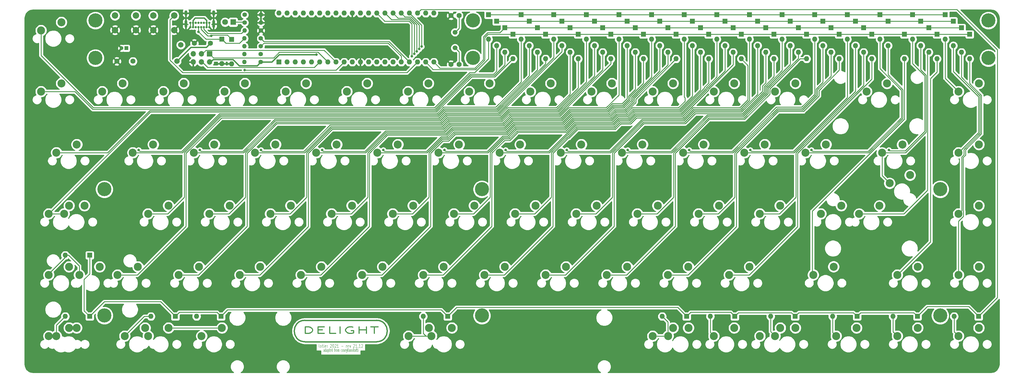
<source format=gtl>
G04 #@! TF.GenerationSoftware,KiCad,Pcbnew,(5.1.10)-1*
G04 #@! TF.CreationDate,2021-12-05T16:07:54-05:00*
G04 #@! TF.ProjectId,delight-pcb,64656c69-6768-4742-9d70-63622e6b6963,rev?*
G04 #@! TF.SameCoordinates,Original*
G04 #@! TF.FileFunction,Copper,L1,Top*
G04 #@! TF.FilePolarity,Positive*
%FSLAX46Y46*%
G04 Gerber Fmt 4.6, Leading zero omitted, Abs format (unit mm)*
G04 Created by KiCad (PCBNEW (5.1.10)-1) date 2021-12-05 16:07:54*
%MOMM*%
%LPD*%
G01*
G04 APERTURE LIST*
%ADD10C,0.125000*%
%ADD11C,0.350000*%
G04 #@! TA.AperFunction,EtchedComponent*
%ADD12C,0.400000*%
G04 #@! TD*
G04 #@! TA.AperFunction,ComponentPad*
%ADD13C,2.500000*%
G04 #@! TD*
G04 #@! TA.AperFunction,ComponentPad*
%ADD14C,1.710000*%
G04 #@! TD*
G04 #@! TA.AperFunction,ComponentPad*
%ADD15O,1.600000X1.600000*%
G04 #@! TD*
G04 #@! TA.AperFunction,ComponentPad*
%ADD16R,1.600000X1.600000*%
G04 #@! TD*
G04 #@! TA.AperFunction,ComponentPad*
%ADD17C,4.400000*%
G04 #@! TD*
G04 #@! TA.AperFunction,ComponentPad*
%ADD18O,1.400000X1.400000*%
G04 #@! TD*
G04 #@! TA.AperFunction,ComponentPad*
%ADD19C,1.400000*%
G04 #@! TD*
G04 #@! TA.AperFunction,ComponentPad*
%ADD20C,1.200000*%
G04 #@! TD*
G04 #@! TA.AperFunction,ComponentPad*
%ADD21R,1.200000X1.200000*%
G04 #@! TD*
G04 #@! TA.AperFunction,ComponentPad*
%ADD22C,1.600000*%
G04 #@! TD*
G04 #@! TA.AperFunction,ComponentPad*
%ADD23C,1.500000*%
G04 #@! TD*
G04 #@! TA.AperFunction,ComponentPad*
%ADD24C,1.800000*%
G04 #@! TD*
G04 #@! TA.AperFunction,ComponentPad*
%ADD25R,1.800000X1.800000*%
G04 #@! TD*
G04 #@! TA.AperFunction,ComponentPad*
%ADD26O,1.700000X1.700000*%
G04 #@! TD*
G04 #@! TA.AperFunction,ComponentPad*
%ADD27R,1.700000X1.700000*%
G04 #@! TD*
G04 #@! TA.AperFunction,ComponentPad*
%ADD28C,2.000000*%
G04 #@! TD*
G04 #@! TA.AperFunction,ComponentPad*
%ADD29O,0.900000X1.700000*%
G04 #@! TD*
G04 #@! TA.AperFunction,ComponentPad*
%ADD30O,0.900000X2.400000*%
G04 #@! TD*
G04 #@! TA.AperFunction,ComponentPad*
%ADD31C,0.700000*%
G04 #@! TD*
G04 #@! TA.AperFunction,ViaPad*
%ADD32C,0.800000*%
G04 #@! TD*
G04 #@! TA.AperFunction,Conductor*
%ADD33C,0.250000*%
G04 #@! TD*
G04 #@! TA.AperFunction,Conductor*
%ADD34C,0.381000*%
G04 #@! TD*
G04 #@! TA.AperFunction,Conductor*
%ADD35C,0.254000*%
G04 #@! TD*
G04 #@! TA.AperFunction,Conductor*
%ADD36C,0.100000*%
G04 #@! TD*
G04 APERTURE END LIST*
D10*
X157124884Y-183390590D02*
X157053456Y-183342971D01*
X157017741Y-183247733D01*
X157017741Y-182390590D01*
X157517741Y-183390590D02*
X157446313Y-183342971D01*
X157410598Y-183295352D01*
X157374884Y-183200114D01*
X157374884Y-182914400D01*
X157410598Y-182819162D01*
X157446313Y-182771543D01*
X157517741Y-182723924D01*
X157624884Y-182723924D01*
X157696313Y-182771543D01*
X157732027Y-182819162D01*
X157767741Y-182914400D01*
X157767741Y-183200114D01*
X157732027Y-183295352D01*
X157696313Y-183342971D01*
X157624884Y-183390590D01*
X157517741Y-183390590D01*
X157982027Y-182723924D02*
X158267741Y-182723924D01*
X158089170Y-182390590D02*
X158089170Y-183247733D01*
X158124884Y-183342971D01*
X158196313Y-183390590D01*
X158267741Y-183390590D01*
X158517741Y-183390590D02*
X158517741Y-182723924D01*
X158517741Y-182390590D02*
X158482027Y-182438210D01*
X158517741Y-182485829D01*
X158553456Y-182438210D01*
X158517741Y-182390590D01*
X158517741Y-182485829D01*
X159160598Y-183342971D02*
X159089170Y-183390590D01*
X158946313Y-183390590D01*
X158874884Y-183342971D01*
X158839170Y-183247733D01*
X158839170Y-182866781D01*
X158874884Y-182771543D01*
X158946313Y-182723924D01*
X159089170Y-182723924D01*
X159160598Y-182771543D01*
X159196313Y-182866781D01*
X159196313Y-182962019D01*
X158839170Y-183057257D01*
X159517741Y-183390590D02*
X159517741Y-182723924D01*
X159517741Y-182914400D02*
X159553456Y-182819162D01*
X159589170Y-182771543D01*
X159660598Y-182723924D01*
X159732027Y-182723924D01*
X160517741Y-182485829D02*
X160553456Y-182438210D01*
X160624884Y-182390590D01*
X160803456Y-182390590D01*
X160874884Y-182438210D01*
X160910598Y-182485829D01*
X160946313Y-182581067D01*
X160946313Y-182676305D01*
X160910598Y-182819162D01*
X160482027Y-183390590D01*
X160946313Y-183390590D01*
X161410598Y-182390590D02*
X161482027Y-182390590D01*
X161553456Y-182438210D01*
X161589170Y-182485829D01*
X161624884Y-182581067D01*
X161660598Y-182771543D01*
X161660598Y-183009638D01*
X161624884Y-183200114D01*
X161589170Y-183295352D01*
X161553456Y-183342971D01*
X161482027Y-183390590D01*
X161410598Y-183390590D01*
X161339170Y-183342971D01*
X161303456Y-183295352D01*
X161267741Y-183200114D01*
X161232027Y-183009638D01*
X161232027Y-182771543D01*
X161267741Y-182581067D01*
X161303456Y-182485829D01*
X161339170Y-182438210D01*
X161410598Y-182390590D01*
X161946313Y-182485829D02*
X161982027Y-182438210D01*
X162053456Y-182390590D01*
X162232027Y-182390590D01*
X162303456Y-182438210D01*
X162339170Y-182485829D01*
X162374884Y-182581067D01*
X162374884Y-182676305D01*
X162339170Y-182819162D01*
X161910598Y-183390590D01*
X162374884Y-183390590D01*
X163089170Y-183390590D02*
X162660598Y-183390590D01*
X162874884Y-183390590D02*
X162874884Y-182390590D01*
X162803456Y-182533448D01*
X162732027Y-182628686D01*
X162660598Y-182676305D01*
X163982027Y-183009638D02*
X164553456Y-183009638D01*
X165482027Y-183390590D02*
X165482027Y-182723924D01*
X165482027Y-182914400D02*
X165517741Y-182819162D01*
X165553456Y-182771543D01*
X165624884Y-182723924D01*
X165696313Y-182723924D01*
X166232027Y-183342971D02*
X166160598Y-183390590D01*
X166017741Y-183390590D01*
X165946313Y-183342971D01*
X165910598Y-183247733D01*
X165910598Y-182866781D01*
X165946313Y-182771543D01*
X166017741Y-182723924D01*
X166160598Y-182723924D01*
X166232027Y-182771543D01*
X166267741Y-182866781D01*
X166267741Y-182962019D01*
X165910598Y-183057257D01*
X166517741Y-182723924D02*
X166696313Y-183390590D01*
X166874884Y-182723924D01*
X167696313Y-182485829D02*
X167732027Y-182438210D01*
X167803456Y-182390590D01*
X167982027Y-182390590D01*
X168053456Y-182438210D01*
X168089170Y-182485829D01*
X168124884Y-182581067D01*
X168124884Y-182676305D01*
X168089170Y-182819162D01*
X167660598Y-183390590D01*
X168124884Y-183390590D01*
X168839170Y-183390590D02*
X168410598Y-183390590D01*
X168624884Y-183390590D02*
X168624884Y-182390590D01*
X168553456Y-182533448D01*
X168482027Y-182628686D01*
X168410598Y-182676305D01*
X169160598Y-183295352D02*
X169196313Y-183342971D01*
X169160598Y-183390590D01*
X169124884Y-183342971D01*
X169160598Y-183295352D01*
X169160598Y-183390590D01*
X169910598Y-183390590D02*
X169482027Y-183390590D01*
X169696313Y-183390590D02*
X169696313Y-182390590D01*
X169624884Y-182533448D01*
X169553456Y-182628686D01*
X169482027Y-182676305D01*
X170196313Y-182485829D02*
X170232027Y-182438210D01*
X170303456Y-182390590D01*
X170482027Y-182390590D01*
X170553456Y-182438210D01*
X170589170Y-182485829D01*
X170624884Y-182581067D01*
X170624884Y-182676305D01*
X170589170Y-182819162D01*
X170160598Y-183390590D01*
X170624884Y-183390590D01*
X158648694Y-184660590D02*
X158648694Y-184136781D01*
X158624884Y-184041543D01*
X158577265Y-183993924D01*
X158482027Y-183993924D01*
X158434408Y-184041543D01*
X158648694Y-184612971D02*
X158601075Y-184660590D01*
X158482027Y-184660590D01*
X158434408Y-184612971D01*
X158410598Y-184517733D01*
X158410598Y-184422495D01*
X158434408Y-184327257D01*
X158482027Y-184279638D01*
X158601075Y-184279638D01*
X158648694Y-184232019D01*
X159101075Y-184660590D02*
X159101075Y-183660590D01*
X159101075Y-184612971D02*
X159053456Y-184660590D01*
X158958217Y-184660590D01*
X158910598Y-184612971D01*
X158886789Y-184565352D01*
X158862979Y-184470114D01*
X158862979Y-184184400D01*
X158886789Y-184089162D01*
X158910598Y-184041543D01*
X158958217Y-183993924D01*
X159053456Y-183993924D01*
X159101075Y-184041543D01*
X159553456Y-184660590D02*
X159553456Y-184136781D01*
X159529646Y-184041543D01*
X159482027Y-183993924D01*
X159386789Y-183993924D01*
X159339170Y-184041543D01*
X159553456Y-184612971D02*
X159505836Y-184660590D01*
X159386789Y-184660590D01*
X159339170Y-184612971D01*
X159315360Y-184517733D01*
X159315360Y-184422495D01*
X159339170Y-184327257D01*
X159386789Y-184279638D01*
X159505836Y-184279638D01*
X159553456Y-184232019D01*
X159791551Y-183993924D02*
X159791551Y-184993924D01*
X159791551Y-184041543D02*
X159839170Y-183993924D01*
X159934408Y-183993924D01*
X159982027Y-184041543D01*
X160005836Y-184089162D01*
X160029646Y-184184400D01*
X160029646Y-184470114D01*
X160005836Y-184565352D01*
X159982027Y-184612971D01*
X159934408Y-184660590D01*
X159839170Y-184660590D01*
X159791551Y-184612971D01*
X160172503Y-183993924D02*
X160362979Y-183993924D01*
X160243932Y-183660590D02*
X160243932Y-184517733D01*
X160267741Y-184612971D01*
X160315360Y-184660590D01*
X160362979Y-184660590D01*
X160720122Y-184612971D02*
X160672503Y-184660590D01*
X160577265Y-184660590D01*
X160529646Y-184612971D01*
X160505836Y-184517733D01*
X160505836Y-184136781D01*
X160529646Y-184041543D01*
X160577265Y-183993924D01*
X160672503Y-183993924D01*
X160720122Y-184041543D01*
X160743932Y-184136781D01*
X160743932Y-184232019D01*
X160505836Y-184327257D01*
X161172503Y-184660590D02*
X161172503Y-183660590D01*
X161172503Y-184612971D02*
X161124884Y-184660590D01*
X161029646Y-184660590D01*
X160982027Y-184612971D01*
X160958217Y-184565352D01*
X160934408Y-184470114D01*
X160934408Y-184184400D01*
X160958217Y-184089162D01*
X160982027Y-184041543D01*
X161029646Y-183993924D01*
X161124884Y-183993924D01*
X161172503Y-184041543D01*
X161720122Y-183993924D02*
X161910598Y-183993924D01*
X161791551Y-184660590D02*
X161791551Y-183803448D01*
X161815360Y-183708210D01*
X161862979Y-183660590D01*
X161910598Y-183660590D01*
X162077265Y-184660590D02*
X162077265Y-183993924D01*
X162077265Y-184184400D02*
X162101075Y-184089162D01*
X162124884Y-184041543D01*
X162172503Y-183993924D01*
X162220122Y-183993924D01*
X162458217Y-184660590D02*
X162410598Y-184612971D01*
X162386789Y-184565352D01*
X162362979Y-184470114D01*
X162362979Y-184184400D01*
X162386789Y-184089162D01*
X162410598Y-184041543D01*
X162458217Y-183993924D01*
X162529646Y-183993924D01*
X162577265Y-184041543D01*
X162601075Y-184089162D01*
X162624884Y-184184400D01*
X162624884Y-184470114D01*
X162601075Y-184565352D01*
X162577265Y-184612971D01*
X162529646Y-184660590D01*
X162458217Y-184660590D01*
X162839170Y-184660590D02*
X162839170Y-183993924D01*
X162839170Y-184089162D02*
X162862979Y-184041543D01*
X162910598Y-183993924D01*
X162982027Y-183993924D01*
X163029646Y-184041543D01*
X163053456Y-184136781D01*
X163053456Y-184660590D01*
X163053456Y-184136781D02*
X163077265Y-184041543D01*
X163124884Y-183993924D01*
X163196313Y-183993924D01*
X163243932Y-184041543D01*
X163267741Y-184136781D01*
X163267741Y-184660590D01*
X164101075Y-184612971D02*
X164053456Y-184660590D01*
X163958217Y-184660590D01*
X163910598Y-184612971D01*
X163886789Y-184565352D01*
X163862979Y-184470114D01*
X163862979Y-184184400D01*
X163886789Y-184089162D01*
X163910598Y-184041543D01*
X163958217Y-183993924D01*
X164053456Y-183993924D01*
X164101075Y-184041543D01*
X164386789Y-184660590D02*
X164339170Y-184612971D01*
X164315360Y-184565352D01*
X164291551Y-184470114D01*
X164291551Y-184184400D01*
X164315360Y-184089162D01*
X164339170Y-184041543D01*
X164386789Y-183993924D01*
X164458217Y-183993924D01*
X164505836Y-184041543D01*
X164529646Y-184089162D01*
X164553456Y-184184400D01*
X164553456Y-184470114D01*
X164529646Y-184565352D01*
X164505836Y-184612971D01*
X164458217Y-184660590D01*
X164386789Y-184660590D01*
X164743932Y-184612971D02*
X164791551Y-184660590D01*
X164886789Y-184660590D01*
X164934408Y-184612971D01*
X164958217Y-184517733D01*
X164958217Y-184470114D01*
X164934408Y-184374876D01*
X164886789Y-184327257D01*
X164815360Y-184327257D01*
X164767741Y-184279638D01*
X164743932Y-184184400D01*
X164743932Y-184136781D01*
X164767741Y-184041543D01*
X164815360Y-183993924D01*
X164886789Y-183993924D01*
X164934408Y-184041543D01*
X165362979Y-184612971D02*
X165315360Y-184660590D01*
X165220122Y-184660590D01*
X165172503Y-184612971D01*
X165148694Y-184517733D01*
X165148694Y-184136781D01*
X165172503Y-184041543D01*
X165220122Y-183993924D01*
X165315360Y-183993924D01*
X165362979Y-184041543D01*
X165386789Y-184136781D01*
X165386789Y-184232019D01*
X165148694Y-184327257D01*
X165553456Y-183993924D02*
X165672503Y-184660590D01*
X165791551Y-183993924D02*
X165672503Y-184660590D01*
X165624884Y-184898686D01*
X165601075Y-184946305D01*
X165553456Y-184993924D01*
X165910598Y-183993924D02*
X166101075Y-183993924D01*
X165982027Y-184660590D02*
X165982027Y-183803448D01*
X166005836Y-183708210D01*
X166053456Y-183660590D01*
X166101075Y-183660590D01*
X166482027Y-184660590D02*
X166482027Y-184136781D01*
X166458217Y-184041543D01*
X166410598Y-183993924D01*
X166315360Y-183993924D01*
X166267741Y-184041543D01*
X166482027Y-184612971D02*
X166434408Y-184660590D01*
X166315360Y-184660590D01*
X166267741Y-184612971D01*
X166243932Y-184517733D01*
X166243932Y-184422495D01*
X166267741Y-184327257D01*
X166315360Y-184279638D01*
X166434408Y-184279638D01*
X166482027Y-184232019D01*
X166720122Y-183993924D02*
X166720122Y-184660590D01*
X166720122Y-184089162D02*
X166743932Y-184041543D01*
X166791551Y-183993924D01*
X166862979Y-183993924D01*
X166910598Y-184041543D01*
X166934408Y-184136781D01*
X166934408Y-184660590D01*
X167172503Y-183993924D02*
X167172503Y-184660590D01*
X167172503Y-184089162D02*
X167196313Y-184041543D01*
X167243932Y-183993924D01*
X167315360Y-183993924D01*
X167362979Y-184041543D01*
X167386789Y-184136781D01*
X167386789Y-184660590D01*
X167624884Y-184660590D02*
X167624884Y-183993924D01*
X167624884Y-183660590D02*
X167601075Y-183708210D01*
X167624884Y-183755829D01*
X167648694Y-183708210D01*
X167624884Y-183660590D01*
X167624884Y-183755829D01*
X167791551Y-183993924D02*
X167982027Y-183993924D01*
X167862979Y-183660590D02*
X167862979Y-184517733D01*
X167886789Y-184612971D01*
X167934408Y-184660590D01*
X167982027Y-184660590D01*
X168362979Y-183993924D02*
X168362979Y-184660590D01*
X168148694Y-183993924D02*
X168148694Y-184517733D01*
X168172503Y-184612971D01*
X168220122Y-184660590D01*
X168291551Y-184660590D01*
X168339170Y-184612971D01*
X168362979Y-184565352D01*
X168529646Y-183993924D02*
X168720122Y-183993924D01*
X168601075Y-183660590D02*
X168601075Y-184517733D01*
X168624884Y-184612971D01*
X168672503Y-184660590D01*
X168720122Y-184660590D01*
X168815360Y-183993924D02*
X169005836Y-183993924D01*
X168886789Y-183660590D02*
X168886789Y-184517733D01*
X168910598Y-184612971D01*
X168958217Y-184660590D01*
X169005836Y-184660590D01*
X169172503Y-184660590D02*
X169172503Y-183993924D01*
X169172503Y-183660590D02*
X169148694Y-183708210D01*
X169172503Y-183755829D01*
X169196313Y-183708210D01*
X169172503Y-183660590D01*
X169172503Y-183755829D01*
D11*
X152755836Y-179016971D02*
X152755836Y-177016971D01*
X153708217Y-177016971D01*
X154279646Y-177112210D01*
X154660598Y-177302686D01*
X154851075Y-177493162D01*
X155041551Y-177874114D01*
X155041551Y-178159829D01*
X154851075Y-178540781D01*
X154660598Y-178731257D01*
X154279646Y-178921733D01*
X153708217Y-179016971D01*
X152755836Y-179016971D01*
X156755836Y-177969352D02*
X158089170Y-177969352D01*
X158660598Y-179016971D02*
X156755836Y-179016971D01*
X156755836Y-177016971D01*
X158660598Y-177016971D01*
X162279646Y-179016971D02*
X160374884Y-179016971D01*
X160374884Y-177016971D01*
X163612979Y-179016971D02*
X163612979Y-177016971D01*
X167612979Y-177112210D02*
X167232027Y-177016971D01*
X166660598Y-177016971D01*
X166089170Y-177112210D01*
X165708217Y-177302686D01*
X165517741Y-177493162D01*
X165327265Y-177874114D01*
X165327265Y-178159829D01*
X165517741Y-178540781D01*
X165708217Y-178731257D01*
X166089170Y-178921733D01*
X166660598Y-179016971D01*
X167041551Y-179016971D01*
X167612979Y-178921733D01*
X167803456Y-178826495D01*
X167803456Y-178159829D01*
X167041551Y-178159829D01*
X169517741Y-179016971D02*
X169517741Y-177016971D01*
X169517741Y-177969352D02*
X171803456Y-177969352D01*
X171803456Y-179016971D02*
X171803456Y-177016971D01*
X173136789Y-177016971D02*
X175422503Y-177016971D01*
X174279646Y-179016971D02*
X174279646Y-177016971D01*
D12*
X152693456Y-174952210D02*
X174973456Y-174952210D01*
X152673456Y-181632210D02*
X174973456Y-181632210D01*
X174963456Y-174952210D02*
G75*
G02*
X174963456Y-181632210I0J-3340000D01*
G01*
X152663456Y-181632210D02*
G75*
G02*
X152663456Y-174952210I0J3340000D01*
G01*
D13*
X300690000Y-177320000D03*
X294340000Y-179860000D03*
X272110000Y-177320000D03*
X265760000Y-179860000D03*
X191262000Y-177320000D03*
X184912000Y-179860000D03*
X110160000Y-177320000D03*
X103810000Y-179860000D03*
X81534000Y-177320000D03*
X75184000Y-179860000D03*
X79178000Y-158270000D03*
X72828000Y-160810000D03*
X79178000Y-139220000D03*
X72828000Y-141760000D03*
X319690750Y-139223750D03*
X313340750Y-141763750D03*
X341110000Y-129700000D03*
X334760000Y-132240000D03*
X362553250Y-177320000D03*
X356203250Y-179860000D03*
X343503250Y-177320000D03*
X337153250Y-179860000D03*
X324453250Y-177320000D03*
X318103250Y-179860000D03*
X305403528Y-177320000D03*
X299053528Y-179860000D03*
X286350000Y-177320000D03*
X280000000Y-179860000D03*
X267300000Y-177320000D03*
X260950000Y-179860000D03*
X198412000Y-177320000D03*
X192062000Y-179860000D03*
X126800000Y-177320000D03*
X120450000Y-179860000D03*
X102870000Y-177320000D03*
X96520000Y-179860000D03*
X79180000Y-177320000D03*
X72830000Y-179860000D03*
X88720000Y-158270000D03*
X82370000Y-160810000D03*
X362553250Y-158273750D03*
X356203250Y-160813750D03*
X343503250Y-158273750D03*
X337153250Y-160813750D03*
X317310000Y-158250000D03*
X310960000Y-160790000D03*
X291116250Y-158273750D03*
X284766250Y-160813750D03*
X272066250Y-158273750D03*
X265716250Y-160813750D03*
X253016250Y-158273750D03*
X246666250Y-160813750D03*
X233966250Y-158273750D03*
X227616250Y-160813750D03*
X214916250Y-158273750D03*
X208566250Y-160813750D03*
X195866250Y-158273750D03*
X189516250Y-160813750D03*
X176816250Y-158273750D03*
X170466250Y-160813750D03*
X157765750Y-158273750D03*
X151415750Y-160813750D03*
X138715750Y-158273750D03*
X132365750Y-160813750D03*
X119665750Y-158273750D03*
X113315750Y-160813750D03*
X100615750Y-158270000D03*
X94265750Y-160810000D03*
X83970000Y-139220000D03*
X77620000Y-141760000D03*
X362553250Y-139223750D03*
X356203250Y-141763750D03*
X331600000Y-139230000D03*
X325250000Y-141770000D03*
X300640250Y-139223750D03*
X294290250Y-141763750D03*
X281590250Y-139223750D03*
X275240250Y-141763750D03*
X262540250Y-139223750D03*
X256190250Y-141763750D03*
X243490250Y-139223750D03*
X237140250Y-141763750D03*
X224440250Y-139223750D03*
X218090250Y-141763750D03*
X205390250Y-139223750D03*
X199040250Y-141763750D03*
X186340250Y-139223750D03*
X179990250Y-141763750D03*
X167290250Y-139223750D03*
X160940250Y-141763750D03*
X148240750Y-139223750D03*
X141890750Y-141763750D03*
X129190750Y-139223750D03*
X122840750Y-141763750D03*
X110140750Y-139223750D03*
X103790750Y-141763750D03*
X81580000Y-120170000D03*
X75230000Y-122710000D03*
X362553250Y-120173750D03*
X356203250Y-122713750D03*
X338740000Y-120190000D03*
X332390000Y-122730000D03*
X314928250Y-120173750D03*
X308578250Y-122713750D03*
X295878250Y-120173750D03*
X289528250Y-122713750D03*
X276828250Y-120173750D03*
X270478250Y-122713750D03*
X257778250Y-120173750D03*
X251428250Y-122713750D03*
X238728250Y-120173750D03*
X232378250Y-122713750D03*
X219678250Y-120173750D03*
X213328250Y-122713750D03*
X200628250Y-120173750D03*
X194278250Y-122713750D03*
X181578250Y-120173750D03*
X175228250Y-122713750D03*
X162528250Y-120173750D03*
X156178250Y-122713750D03*
X143478250Y-120173750D03*
X137128250Y-122713750D03*
X124428250Y-120173750D03*
X118078250Y-122713750D03*
X105378250Y-120173750D03*
X99028250Y-122713750D03*
X76803250Y-101123750D03*
X70453250Y-103663750D03*
X362553250Y-101123750D03*
X356203250Y-103663750D03*
X333930000Y-101130000D03*
X327580000Y-103670000D03*
X305403250Y-101123750D03*
X299053250Y-103663750D03*
X286353250Y-101123750D03*
X280003250Y-103663750D03*
X267303250Y-101123750D03*
X260953250Y-103663750D03*
X248253250Y-101123750D03*
X241903250Y-103663750D03*
X229203250Y-101123750D03*
X222853250Y-103663750D03*
X210153250Y-101123750D03*
X203803250Y-103663750D03*
X191103250Y-101123750D03*
X184753250Y-103663750D03*
X172053250Y-101123750D03*
X165703250Y-103663750D03*
X153003250Y-101123750D03*
X146653250Y-103663750D03*
X133953250Y-101123750D03*
X127603250Y-103663750D03*
X114903250Y-101123750D03*
X108553250Y-103663750D03*
X95853250Y-101123750D03*
X89503250Y-103663750D03*
X76803250Y-82072000D03*
X70453250Y-84612000D03*
D14*
X113976000Y-89134000D03*
X112776000Y-94234000D03*
D15*
X354838000Y-173736000D03*
D16*
X362458000Y-173736000D03*
D15*
X335788000Y-173736000D03*
D16*
X343408000Y-173736000D03*
D15*
X316992000Y-173736000D03*
D16*
X324612000Y-173736000D03*
D15*
X297688000Y-173736000D03*
D16*
X305308000Y-173736000D03*
D15*
X278892000Y-173736000D03*
D16*
X286512000Y-173736000D03*
D15*
X263906000Y-173736000D03*
D16*
X271526000Y-173736000D03*
D15*
X189484000Y-173736000D03*
D16*
X197104000Y-173736000D03*
D15*
X118872000Y-173736000D03*
D16*
X126492000Y-173736000D03*
D15*
X104648000Y-173736000D03*
D16*
X112268000Y-173736000D03*
D15*
X77978000Y-173736000D03*
D16*
X85598000Y-173736000D03*
D15*
X77978000Y-154686000D03*
D16*
X85598000Y-154686000D03*
D17*
X207768000Y-173482000D03*
D18*
X133816316Y-92032665D03*
D19*
X138896316Y-92032665D03*
D18*
X133816316Y-89577332D03*
D19*
X138896316Y-89577332D03*
D18*
X133816316Y-87121999D03*
D19*
X138896316Y-87121999D03*
D18*
X133858000Y-84666666D03*
D19*
X138938000Y-84666666D03*
D18*
X138938000Y-79756000D03*
D19*
X133858000Y-79756000D03*
D18*
X138938000Y-82211333D03*
D19*
X133858000Y-82211333D03*
D18*
X133816316Y-94488000D03*
D19*
X138896316Y-94488000D03*
D20*
X95528000Y-90170000D03*
D21*
X97028000Y-90170000D03*
D22*
X118190000Y-88646000D03*
X123190000Y-88646000D03*
X94060000Y-94234000D03*
X99060000Y-94234000D03*
X198140000Y-80010000D03*
X200640000Y-80010000D03*
X198140000Y-95250000D03*
X200640000Y-95250000D03*
D23*
X199390000Y-85200000D03*
X199390000Y-90080000D03*
D24*
X127762000Y-82042000D03*
D25*
X130302000Y-82042000D03*
D26*
X117856000Y-94488000D03*
X117856000Y-91948000D03*
X120396000Y-94488000D03*
X120396000Y-91948000D03*
X122936000Y-94488000D03*
D27*
X122936000Y-91948000D03*
D15*
X144526000Y-79248000D03*
X192786000Y-94488000D03*
X147066000Y-79248000D03*
X190246000Y-94488000D03*
X149606000Y-79248000D03*
X187706000Y-94488000D03*
X152146000Y-79248000D03*
X185166000Y-94488000D03*
X154686000Y-79248000D03*
X182626000Y-94488000D03*
X157226000Y-79248000D03*
X180086000Y-94488000D03*
X159766000Y-79248000D03*
X177546000Y-94488000D03*
X162306000Y-79248000D03*
X175006000Y-94488000D03*
X164846000Y-79248000D03*
X172466000Y-94488000D03*
X167386000Y-79248000D03*
X169926000Y-94488000D03*
X169926000Y-79248000D03*
X167386000Y-94488000D03*
X172466000Y-79248000D03*
X164846000Y-94488000D03*
X175006000Y-79248000D03*
X162306000Y-94488000D03*
X177546000Y-79248000D03*
X159766000Y-94488000D03*
X180086000Y-79248000D03*
X157226000Y-94488000D03*
X182626000Y-79248000D03*
X154686000Y-94488000D03*
X185166000Y-79248000D03*
X152146000Y-94488000D03*
X187706000Y-79248000D03*
X149606000Y-94488000D03*
X190246000Y-79248000D03*
X147066000Y-94488000D03*
X192786000Y-79248000D03*
D16*
X144526000Y-94488000D03*
D15*
X339344000Y-93472000D03*
D16*
X339344000Y-85852000D03*
D15*
X222504000Y-89376000D03*
D16*
X222504000Y-81756000D03*
D15*
X225044000Y-91440000D03*
D16*
X225044000Y-83820000D03*
D15*
X227584000Y-93472000D03*
D16*
X227584000Y-85852000D03*
D15*
X214884000Y-91440000D03*
D16*
X214884000Y-83820000D03*
D15*
X212344000Y-89376000D03*
D16*
X212344000Y-81756000D03*
D15*
X217424000Y-93472000D03*
D16*
X217424000Y-85852000D03*
D15*
X219964000Y-87376000D03*
D16*
X219964000Y-79756000D03*
D15*
X230124000Y-87376000D03*
D16*
X230124000Y-79756000D03*
D15*
X240284000Y-87376000D03*
D16*
X240284000Y-79756000D03*
D15*
X232664000Y-89376000D03*
D16*
X232664000Y-81756000D03*
D15*
X242824000Y-89376000D03*
D16*
X242824000Y-81756000D03*
D15*
X235204000Y-91440000D03*
D16*
X235204000Y-83820000D03*
D15*
X237744000Y-93472000D03*
D16*
X237744000Y-85852000D03*
D15*
X209804000Y-87376000D03*
D16*
X209804000Y-79756000D03*
D15*
X250444000Y-87376000D03*
D16*
X250444000Y-79756000D03*
D15*
X260604000Y-87376000D03*
D16*
X260604000Y-79756000D03*
D15*
X270764000Y-87376000D03*
D16*
X270764000Y-79756000D03*
D15*
X280924000Y-87376000D03*
D16*
X280924000Y-79756000D03*
D15*
X291084000Y-87376000D03*
D16*
X291084000Y-79756000D03*
D15*
X301282736Y-87376000D03*
D16*
X301282736Y-79756000D03*
D15*
X311404000Y-87376000D03*
D16*
X311404000Y-79756000D03*
D15*
X321564000Y-87376000D03*
D16*
X321564000Y-79756000D03*
D15*
X331724000Y-87376000D03*
D16*
X331724000Y-79756000D03*
D15*
X341884000Y-87376000D03*
D16*
X341884000Y-79756000D03*
D15*
X352044000Y-87376000D03*
D16*
X352044000Y-79756000D03*
D15*
X252984000Y-89376000D03*
D16*
X252984000Y-81756000D03*
D15*
X263144000Y-89376000D03*
D16*
X263144000Y-81756000D03*
D15*
X273304000Y-89376000D03*
D16*
X273304000Y-81756000D03*
D15*
X283464000Y-89376000D03*
D16*
X283464000Y-81756000D03*
D15*
X293624000Y-89376000D03*
D16*
X293624000Y-81756000D03*
D15*
X303784000Y-89376000D03*
D16*
X303784000Y-81756000D03*
D15*
X313944000Y-89376000D03*
D16*
X313944000Y-81756000D03*
D15*
X324104000Y-89376000D03*
D16*
X324104000Y-81756000D03*
D15*
X334264000Y-89376000D03*
D16*
X334264000Y-81756000D03*
D15*
X344424000Y-89376000D03*
D16*
X344424000Y-81756000D03*
D15*
X354584000Y-89376000D03*
D16*
X354584000Y-81756000D03*
D15*
X245364000Y-91440000D03*
D16*
X245364000Y-83820000D03*
D15*
X255524000Y-91440000D03*
D16*
X255524000Y-83820000D03*
D15*
X265684000Y-91440000D03*
D16*
X265684000Y-83820000D03*
D15*
X275844000Y-91440000D03*
D16*
X275844000Y-83820000D03*
D15*
X286004000Y-91440000D03*
D16*
X286004000Y-83820000D03*
D15*
X296164000Y-91440000D03*
D16*
X296164000Y-83820000D03*
D15*
X306324000Y-91440000D03*
D16*
X306324000Y-83820000D03*
D15*
X316484000Y-91440000D03*
D16*
X316484000Y-83820000D03*
D15*
X326644000Y-91440000D03*
D16*
X326644000Y-83820000D03*
D15*
X346964000Y-91440000D03*
D16*
X346964000Y-83820000D03*
D15*
X357124000Y-91440000D03*
D16*
X357124000Y-83820000D03*
D15*
X247904000Y-93472000D03*
D16*
X247904000Y-85852000D03*
D15*
X258064000Y-93472000D03*
D16*
X258064000Y-85852000D03*
D15*
X268224000Y-93472000D03*
D16*
X268224000Y-85852000D03*
D15*
X278384000Y-93472000D03*
D16*
X278384000Y-85852000D03*
D15*
X288544000Y-93472000D03*
D16*
X288544000Y-85852000D03*
D15*
X298704000Y-93472000D03*
D16*
X298704000Y-85852000D03*
D15*
X308864000Y-93472000D03*
D16*
X308864000Y-85852000D03*
D15*
X319024000Y-93472000D03*
D16*
X319024000Y-85852000D03*
D15*
X329184000Y-93472000D03*
D16*
X329184000Y-85852000D03*
D15*
X349504000Y-93472000D03*
D16*
X349504000Y-85852000D03*
D15*
X359664000Y-93472000D03*
D16*
X359664000Y-85852000D03*
D15*
X126746000Y-94996000D03*
D16*
X126746000Y-87376000D03*
D15*
X129794000Y-95006196D03*
D16*
X129794000Y-87386196D03*
D28*
X111910000Y-80006000D03*
X111910000Y-84506000D03*
X105410000Y-80006000D03*
X105410000Y-84506000D03*
X99972000Y-80010000D03*
X99972000Y-84510000D03*
X93472000Y-80010000D03*
X93472000Y-84510000D03*
D29*
X115552000Y-79220000D03*
X124202000Y-79220000D03*
D30*
X115552000Y-82600000D03*
X124202000Y-82600000D03*
D31*
X119452000Y-82230000D03*
X116902000Y-82230000D03*
X117752000Y-82230000D03*
X118602000Y-82230000D03*
X122852000Y-82230000D03*
X121152000Y-82230000D03*
X120302000Y-82230000D03*
X122002000Y-82230000D03*
X116902000Y-83580000D03*
X117752000Y-83580000D03*
X118602000Y-83580000D03*
X119452000Y-83580000D03*
X120302000Y-83580000D03*
X121152000Y-83580000D03*
X122002000Y-83580000D03*
X122852000Y-83580000D03*
D17*
X365506000Y-93218000D03*
X365506000Y-81534000D03*
X204978000Y-93218000D03*
X87376000Y-81534000D03*
X87376000Y-93218000D03*
X204978000Y-81534000D03*
X90170000Y-134112000D03*
X207768000Y-134112000D03*
X350520000Y-134112000D03*
X350520000Y-173482000D03*
X90170000Y-173482000D03*
D32*
X202946000Y-120142000D03*
X260096000Y-120142000D03*
X241046000Y-120142000D03*
X221996000Y-120142000D03*
X183896000Y-120142000D03*
X164846000Y-120142000D03*
X146050000Y-120142000D03*
X127000000Y-120142000D03*
X319024000Y-89916000D03*
X288544000Y-89916000D03*
X217424000Y-89916000D03*
X227584000Y-89916000D03*
X365582309Y-84836000D03*
X298704000Y-89916000D03*
X258064000Y-89916000D03*
X308864000Y-89916000D03*
X278384000Y-89916000D03*
X268224000Y-89916000D03*
X247904000Y-89916000D03*
X237744000Y-89916000D03*
X329184000Y-89916000D03*
X339344000Y-89916000D03*
X298196000Y-120142000D03*
X290322000Y-178562000D03*
X349504000Y-89916000D03*
X317500000Y-120142000D03*
X322580000Y-140462000D03*
X100837998Y-121920000D03*
X119888000Y-121920000D03*
X138938000Y-121920000D03*
X157988034Y-121920000D03*
X177037982Y-121920000D03*
X196088000Y-121920000D03*
X215138000Y-121920000D03*
X234188000Y-121920000D03*
X253188333Y-121920000D03*
X272288022Y-121920020D03*
X291338000Y-121920000D03*
X310388000Y-121920000D03*
X334518000Y-121920000D03*
X185928000Y-92709984D03*
X186690000Y-91948000D03*
X187451984Y-91186000D03*
X188214000Y-90424000D03*
X188976000Y-89662000D03*
X133857960Y-97028000D03*
X156210000Y-92202000D03*
X119463000Y-85007008D03*
X123444000Y-86360000D03*
D33*
X124206000Y-82296000D02*
X124206000Y-82042000D01*
X124213000Y-82303000D02*
X124206000Y-82296000D01*
X124213000Y-82590000D02*
X124213000Y-82303000D01*
X122863000Y-82245000D02*
X122863000Y-83570000D01*
X115563000Y-79210000D02*
X115563000Y-82590000D01*
X116840000Y-83497000D02*
X116913000Y-83570000D01*
X116902000Y-82230000D02*
X116840000Y-82292000D01*
X116902000Y-82230000D02*
X116902000Y-83580000D01*
D34*
X122008000Y-81495000D02*
X122008000Y-82245000D01*
X117758000Y-82245000D02*
X117758000Y-81495000D01*
X117758000Y-81495000D02*
X118481000Y-80772000D01*
X118481000Y-80772000D02*
X121285000Y-80772000D01*
X121285000Y-80772000D02*
X122008000Y-81495000D01*
X122013000Y-83570000D02*
X122013000Y-82250000D01*
D33*
X122013000Y-82250000D02*
X122008000Y-82245000D01*
D34*
X117763000Y-83570000D02*
X117763000Y-82250000D01*
D33*
X117763000Y-82250000D02*
X117758000Y-82245000D01*
X352044000Y-79756000D02*
X209804000Y-79756000D01*
X100837998Y-121920000D02*
X101181738Y-122263740D01*
X101181738Y-122263740D02*
X114333030Y-122263740D01*
X114333030Y-122263740D02*
X126084731Y-110512039D01*
X126084731Y-110512039D02*
X126087551Y-110512039D01*
X126087551Y-110512039D02*
X126087553Y-110512037D01*
X219964000Y-100709002D02*
X219964000Y-87376000D01*
X126087553Y-110512037D02*
X193785604Y-110512036D01*
X193785604Y-110512036D02*
X195768889Y-108528751D01*
X195768889Y-108528751D02*
X212144251Y-108528751D01*
X212144251Y-108528751D02*
X219964000Y-100709002D01*
X230124000Y-87376000D02*
X230124000Y-93095225D01*
X230124000Y-93095225D02*
X212890430Y-110328795D01*
X212890430Y-110328795D02*
X196514489Y-110328795D01*
X196514489Y-110328795D02*
X194531204Y-112312080D01*
X194531204Y-112312080D02*
X143296188Y-112312080D01*
X133344528Y-122263740D02*
X120231740Y-122263740D01*
X143296188Y-112312080D02*
X133344528Y-122263740D01*
X120231740Y-122263740D02*
X119888000Y-121920000D01*
X138938000Y-121920000D02*
X139281740Y-122263740D01*
X139281740Y-122263740D02*
X152310260Y-122263740D01*
X160461876Y-114112124D02*
X195276804Y-114112124D01*
X152310260Y-122263740D02*
X160461876Y-114112124D01*
X195276804Y-114112124D02*
X197260089Y-112128839D01*
X240284000Y-88507370D02*
X240284000Y-87376000D01*
X197260089Y-112128839D02*
X213636037Y-112128839D01*
X213636037Y-112128839D02*
X216152854Y-109612022D01*
X216152854Y-109612022D02*
X231384390Y-109612022D01*
X231384390Y-109612022D02*
X240284000Y-100712412D01*
X240284000Y-100712412D02*
X240284000Y-88507370D01*
X250444000Y-104776998D02*
X250444000Y-87376000D01*
X216898455Y-111412065D02*
X232129986Y-111412064D01*
X234830050Y-108712000D02*
X246508998Y-108712000D01*
X214381637Y-113928883D02*
X216898455Y-111412065D01*
X246508998Y-108712000D02*
X250444000Y-104776998D01*
X232129986Y-111412064D02*
X234830050Y-108712000D01*
X198005693Y-113928883D02*
X214381637Y-113928883D01*
X196022408Y-115912168D02*
X198005693Y-113928883D01*
X177711831Y-115912169D02*
X196022408Y-115912168D01*
X171360260Y-122263740D02*
X177711831Y-115912169D01*
X158331774Y-122263740D02*
X171360260Y-122263740D01*
X157988034Y-121920000D02*
X158331774Y-122263740D01*
X254334033Y-105452734D02*
X260604000Y-99182770D01*
X177037982Y-121920000D02*
X177381722Y-122263740D01*
X177381722Y-122263740D02*
X190533029Y-122263740D01*
X190533029Y-122263740D02*
X195084556Y-117712213D01*
X254334033Y-106477197D02*
X254334033Y-105452734D01*
X195084556Y-117712213D02*
X196862556Y-117712212D01*
X235575653Y-110512033D02*
X247254604Y-110512033D01*
X196862556Y-117712212D02*
X198845841Y-115728927D01*
X260604000Y-99182770D02*
X260604000Y-87376000D01*
X198845841Y-115728927D02*
X215127237Y-115728927D01*
X217644068Y-113212096D02*
X232875591Y-113212096D01*
X215127237Y-115728927D02*
X217644068Y-113212096D01*
X232875591Y-113212096D02*
X235575653Y-110512033D01*
X247254604Y-110512033D02*
X248974609Y-108792028D01*
X248974609Y-108792028D02*
X252019203Y-108792027D01*
X252019203Y-108792027D02*
X254334033Y-106477197D01*
X271043251Y-105627749D02*
X270764000Y-105348498D01*
X271043251Y-106706397D02*
X271043251Y-105627749D01*
X196088000Y-121920000D02*
X196431740Y-122263740D01*
X270764000Y-105348498D02*
X270764000Y-87376000D01*
X196431740Y-122263740D02*
X209488480Y-122263740D01*
X209488480Y-122263740D02*
X214223248Y-117528972D01*
X214223248Y-117528972D02*
X215872837Y-117528971D01*
X218389655Y-115012153D02*
X233096258Y-115012152D01*
X236321256Y-112312073D02*
X248000206Y-112312073D01*
X233096258Y-115012152D02*
X233096274Y-115012136D01*
X269037660Y-108711987D02*
X271043251Y-106706397D01*
X215872837Y-117528971D02*
X218389655Y-115012153D01*
X248000206Y-112312073D02*
X249720215Y-110592064D01*
X254644885Y-108711987D02*
X269037660Y-108711987D01*
X233096274Y-115012136D02*
X233621193Y-115012136D01*
X233621193Y-115012136D02*
X236321256Y-112312073D01*
X249720215Y-110592064D02*
X252764807Y-110592063D01*
X252764807Y-110592063D02*
X254644885Y-108711987D01*
X277528227Y-102534949D02*
X280924000Y-99139176D01*
X215138000Y-121920000D02*
X215481740Y-122263740D01*
X234366797Y-116812174D02*
X234366797Y-116812172D01*
X215481740Y-122263740D02*
X228633029Y-122263740D01*
X237066860Y-114112109D02*
X248745808Y-114112109D01*
X228633029Y-122263740D02*
X234084595Y-116812174D01*
X250465818Y-112392100D02*
X253510408Y-112392100D01*
X234084595Y-116812174D02*
X234366797Y-116812174D01*
X234366797Y-116812172D02*
X237066860Y-114112109D01*
X280924000Y-99139176D02*
X280924000Y-87376000D01*
X255390477Y-110512031D02*
X269783259Y-110512031D01*
X248745808Y-114112109D02*
X250465818Y-112392100D01*
X253510408Y-112392100D02*
X255390477Y-110512031D01*
X269783259Y-110512031D02*
X277528227Y-102767063D01*
X277528227Y-102767063D02*
X277528227Y-102534949D01*
X291084000Y-87376000D02*
X291084000Y-106388412D01*
X291084000Y-106388412D02*
X288310401Y-109162011D01*
X288310401Y-109162011D02*
X273678921Y-109162011D01*
X257634694Y-112312074D02*
X247683028Y-122263740D01*
X273678921Y-109162011D02*
X270528858Y-112312074D01*
X270528858Y-112312074D02*
X257634694Y-112312074D01*
X247683028Y-122263740D02*
X234531740Y-122263740D01*
X234531740Y-122263740D02*
X234188000Y-121920000D01*
X301282736Y-87376000D02*
X301282736Y-97112034D01*
X296083970Y-103934083D02*
X289055923Y-110962130D01*
X301282736Y-97112034D02*
X296083972Y-102310799D01*
X296083972Y-102310799D02*
X296083970Y-103934083D01*
X289055923Y-110962130D02*
X277989634Y-110962130D01*
X277989634Y-110962130D02*
X266688024Y-122263740D01*
X266688024Y-122263740D02*
X253532073Y-122263740D01*
X253532073Y-122263740D02*
X253188333Y-121920000D01*
X311404000Y-87376000D02*
X311404000Y-104482002D01*
X311404000Y-104482002D02*
X307357251Y-108528751D01*
X307357251Y-108528751D02*
X299518016Y-108528751D01*
X299518016Y-108528751D02*
X285783027Y-122263740D01*
X285783027Y-122263740D02*
X272631742Y-122263740D01*
X272631742Y-122263740D02*
X272288022Y-121920020D01*
X321564000Y-87376000D02*
X321564000Y-105532770D01*
X321564000Y-105532770D02*
X304833030Y-122263740D01*
X304833030Y-122263740D02*
X291681740Y-122263740D01*
X291681740Y-122263740D02*
X291338000Y-121920000D01*
X331724000Y-96520000D02*
X331724000Y-87376000D01*
X338443980Y-103239980D02*
X331724000Y-96520000D01*
X338443980Y-111895200D02*
X338443980Y-103239980D01*
X328075440Y-122263740D02*
X338443980Y-111895200D01*
X310731740Y-122263740D02*
X328075440Y-122263740D01*
X310388000Y-121920000D02*
X310731740Y-122263740D01*
X345694000Y-98806000D02*
X341884000Y-94996000D01*
X345694000Y-116078000D02*
X345694000Y-98806000D01*
X341884000Y-94996000D02*
X341884000Y-87376000D01*
X339598000Y-122174000D02*
X345694000Y-116078000D01*
X334772000Y-122174000D02*
X339598000Y-122174000D01*
X334518000Y-121920000D02*
X334772000Y-122174000D01*
X352044000Y-88507370D02*
X352044000Y-87376000D01*
X356203250Y-103663750D02*
X352044000Y-99504500D01*
X352044000Y-99504500D02*
X352044000Y-88507370D01*
X212344000Y-97279180D02*
X212344000Y-89376000D01*
X211405208Y-98217972D02*
X212344000Y-97279180D01*
X81037842Y-103663750D02*
X86536102Y-109162010D01*
X70453250Y-103663750D02*
X81037842Y-103663750D01*
X86536102Y-109162010D02*
X193226400Y-109162010D01*
X193226400Y-109162010D02*
X204170438Y-98217972D01*
X204170438Y-98217972D02*
X211405208Y-98217972D01*
X260418998Y-81756000D02*
X212344000Y-81756000D01*
X354584000Y-81756000D02*
X260418998Y-81756000D01*
X222504000Y-98805992D02*
X222504000Y-89376000D01*
X99282250Y-122713750D02*
X114522250Y-122713750D01*
X114522250Y-122713750D02*
X114669980Y-122566020D01*
X195955289Y-108978762D02*
X212331230Y-108978762D01*
X212331230Y-108978762D02*
X222504000Y-98805992D01*
X114669980Y-122566020D02*
X114669981Y-122563199D01*
X114669981Y-122563199D02*
X126271131Y-110962049D01*
X126271131Y-110962049D02*
X126273951Y-110962049D01*
X126273951Y-110962049D02*
X126273953Y-110962047D01*
X126273953Y-110962047D02*
X193972004Y-110962047D01*
X193972004Y-110962047D02*
X195955289Y-108978762D01*
X194717604Y-112762091D02*
X196700889Y-110778806D01*
X232664000Y-90507370D02*
X232664000Y-89376000D01*
X213076837Y-110778806D02*
X232664000Y-91191643D01*
X118078250Y-122713750D02*
X133530928Y-122713750D01*
X196700889Y-110778806D02*
X213076837Y-110778806D01*
X133530928Y-122713750D02*
X143482586Y-112762092D01*
X143482586Y-112762092D02*
X194717604Y-112762091D01*
X232664000Y-91191643D02*
X232664000Y-90507370D01*
X242824000Y-98808820D02*
X242824000Y-89376000D01*
X195463208Y-114562135D02*
X197446493Y-112578850D01*
X216339254Y-110062033D02*
X231570790Y-110062033D01*
X137128250Y-122713750D02*
X152574426Y-122713750D01*
X231570790Y-110062033D02*
X242824000Y-98808820D01*
X197446493Y-112578850D02*
X213822437Y-112578850D01*
X152574426Y-122713750D02*
X160726041Y-114562135D01*
X160726041Y-114562135D02*
X195463208Y-114562135D01*
X213822437Y-112578850D02*
X216339254Y-110062033D01*
X177898231Y-116362179D02*
X171546660Y-122713750D01*
X196208808Y-116362179D02*
X177898231Y-116362179D01*
X198192093Y-114378894D02*
X196208808Y-116362179D01*
X171546660Y-122713750D02*
X156178250Y-122713750D01*
X217084858Y-111862073D02*
X214568037Y-114378894D01*
X232316385Y-111862073D02*
X217084858Y-111862073D01*
X235016450Y-109162010D02*
X232316385Y-111862073D01*
X246695398Y-109162010D02*
X235016450Y-109162010D01*
X248415408Y-107442000D02*
X246695398Y-109162010D01*
X251460000Y-107442000D02*
X248415408Y-107442000D01*
X252984000Y-105918000D02*
X251460000Y-107442000D01*
X214568037Y-114378894D02*
X198192093Y-114378894D01*
X252984000Y-89376000D02*
X252984000Y-105918000D01*
X195270956Y-118162223D02*
X197048956Y-118162223D01*
X197048956Y-118162223D02*
X199032241Y-116178938D01*
X199032241Y-116178938D02*
X215313637Y-116178938D01*
X190719429Y-122713750D02*
X195270956Y-118162223D01*
X254784044Y-105639134D02*
X263144000Y-97279180D01*
X254784044Y-106663596D02*
X254784044Y-105639134D01*
X252205604Y-109242036D02*
X254784044Y-106663596D01*
X175228250Y-122713750D02*
X190719429Y-122713750D01*
X249161010Y-109242037D02*
X252205604Y-109242036D01*
X247441004Y-110962044D02*
X249161010Y-109242037D01*
X235762053Y-110962044D02*
X247441004Y-110962044D01*
X217830468Y-113662107D02*
X233061991Y-113662107D01*
X233061991Y-113662107D02*
X235762053Y-110962044D01*
X215313637Y-116178938D02*
X217830468Y-113662107D01*
X263144000Y-97279180D02*
X263144000Y-89376000D01*
X273304000Y-105082058D02*
X273304000Y-89376000D01*
X254831283Y-109161998D02*
X269224059Y-109161998D01*
X249906617Y-111042072D02*
X252951207Y-111042072D01*
X233282674Y-115462146D02*
X233807594Y-115462145D01*
X233282659Y-115462161D02*
X233282674Y-115462146D01*
X248186607Y-112762082D02*
X249906617Y-111042072D01*
X233807594Y-115462145D02*
X236507656Y-112762083D01*
X218576058Y-115462161D02*
X233282659Y-115462161D01*
X216059237Y-117978982D02*
X218576058Y-115462161D01*
X236507656Y-112762083D02*
X248186607Y-112762082D01*
X214409648Y-117978982D02*
X216059237Y-117978982D01*
X252951207Y-111042072D02*
X254831283Y-109161998D01*
X209674880Y-122713750D02*
X214409648Y-117978982D01*
X194278250Y-122713750D02*
X209674880Y-122713750D01*
X269224059Y-109161998D02*
X273304000Y-105082058D01*
X213328250Y-122713750D02*
X228819430Y-122713750D01*
X237253260Y-114562120D02*
X248932208Y-114562120D01*
X250652218Y-112842111D02*
X253696808Y-112842111D01*
X234553197Y-117262183D02*
X237253260Y-114562120D01*
X253696808Y-112842111D02*
X255576877Y-110962042D01*
X228819430Y-122713750D02*
X234270996Y-117262183D01*
X255576877Y-110962042D02*
X269969659Y-110962042D01*
X277978238Y-102953463D02*
X277978238Y-102721349D01*
X234270996Y-117262183D02*
X234553197Y-117262183D01*
X269969659Y-110962042D02*
X277978238Y-102953463D01*
X277978238Y-102721349D02*
X283464000Y-97235588D01*
X283464000Y-97235588D02*
X283464000Y-90507370D01*
X248932208Y-114562120D02*
X250652218Y-112842111D01*
X283464000Y-90507370D02*
X283464000Y-89376000D01*
X273865321Y-109612022D02*
X288496800Y-109612022D01*
X270715258Y-112762085D02*
X273865321Y-109612022D01*
X232378250Y-122713750D02*
X247869428Y-122713750D01*
X288496800Y-109612022D02*
X293624000Y-104484822D01*
X247869428Y-122713750D02*
X257821094Y-112762085D01*
X257821094Y-112762085D02*
X270715258Y-112762085D01*
X293624000Y-104484822D02*
X293624000Y-89376000D01*
X303784000Y-95247179D02*
X303784000Y-89376000D01*
X289242323Y-111412141D02*
X296533980Y-104120484D01*
X296533982Y-102497198D02*
X303784000Y-95247179D01*
X296533980Y-104120484D02*
X296533982Y-102497198D01*
X251428250Y-122713750D02*
X266874426Y-122713750D01*
X278176035Y-111412141D02*
X289242323Y-111412141D01*
X266874426Y-122713750D02*
X278176035Y-111412141D01*
X313944000Y-100835180D02*
X313944000Y-89376000D01*
X270478250Y-122713750D02*
X285969428Y-122713750D01*
X285969428Y-122713750D02*
X299704416Y-108978762D01*
X299704416Y-108978762D02*
X307543651Y-108978762D01*
X307543651Y-108978762D02*
X311854009Y-104668404D01*
X311854009Y-104668404D02*
X311854009Y-103181991D01*
X311854009Y-103181991D02*
X311854012Y-103181988D01*
X311854013Y-102925167D02*
X313944000Y-100835180D01*
X311854012Y-103181988D02*
X311854013Y-102925167D01*
X324104000Y-103629180D02*
X324104000Y-89376000D01*
X289528250Y-122713750D02*
X305019430Y-122713750D01*
X305019430Y-122713750D02*
X324104000Y-103629180D01*
X334264000Y-98423590D02*
X334264000Y-89376000D01*
X308578250Y-122713750D02*
X328261840Y-122713750D01*
X328261840Y-122713750D02*
X338893990Y-112081600D01*
X338893990Y-112081600D02*
X338893989Y-103053579D01*
X338893989Y-103053579D02*
X334264000Y-98423590D01*
X332390000Y-129870000D02*
X332390000Y-122730000D01*
X334758750Y-132238750D02*
X332390000Y-129870000D01*
X334772000Y-132238750D02*
X334758750Y-132238750D01*
X346144010Y-98619600D02*
X344424000Y-96899590D01*
X339678410Y-122730000D02*
X346144010Y-116264400D01*
X332390000Y-122730000D02*
X339678410Y-122730000D01*
X346144010Y-116264400D02*
X346144010Y-98619600D01*
X344424000Y-96899590D02*
X344424000Y-89376000D01*
X354584000Y-97381996D02*
X354584000Y-89376000D01*
X356203250Y-122713750D02*
X362458000Y-116459000D01*
X362458000Y-116459000D02*
X362458000Y-105255996D01*
X362458000Y-105255996D02*
X354584000Y-97381996D01*
X214884000Y-95375590D02*
X214884000Y-91440000D01*
X75215750Y-122713750D02*
X91237960Y-122713750D01*
X104339690Y-109612021D02*
X193412800Y-109612021D01*
X211591607Y-98667983D02*
X214884000Y-95375590D01*
X91237960Y-122713750D02*
X104339690Y-109612021D01*
X193412800Y-109612021D02*
X204356838Y-98667983D01*
X204356838Y-98667983D02*
X211591607Y-98667983D01*
X225044000Y-96902402D02*
X225044000Y-91440000D01*
X103790750Y-141763750D02*
X109931752Y-141763750D01*
X109931752Y-141763750D02*
X115119990Y-136575512D01*
X115119990Y-136575512D02*
X115119990Y-122749600D01*
X115119990Y-122749600D02*
X126457532Y-111412058D01*
X212517629Y-109428773D02*
X225044000Y-96902402D01*
X126457532Y-111412058D02*
X194158404Y-111412058D01*
X196141689Y-109428773D02*
X212517629Y-109428773D01*
X194158404Y-111412058D02*
X196141689Y-109428773D01*
X214884000Y-83820000D02*
X357124000Y-83820000D01*
X194673001Y-96375001D02*
X192786000Y-94488000D01*
X208228989Y-93704014D02*
X205558001Y-96375001D01*
X214884000Y-83820000D02*
X213360000Y-85344000D01*
X213360000Y-85344000D02*
X209534588Y-85344000D01*
X209534588Y-85344000D02*
X208228989Y-86649599D01*
X205558001Y-96375001D02*
X194673001Y-96375001D01*
X208228989Y-86649599D02*
X208228989Y-93704014D01*
X235204000Y-104519590D02*
X235204000Y-91440000D01*
X213263236Y-111228817D02*
X215780053Y-108712000D01*
X196887289Y-111228817D02*
X213263236Y-111228817D01*
X231011590Y-108712000D02*
X235204000Y-104519590D01*
X194904004Y-113212102D02*
X196887289Y-111228817D01*
X143668986Y-113212102D02*
X194904004Y-113212102D01*
X134169991Y-122711098D02*
X143668986Y-113212102D01*
X134169991Y-136594009D02*
X134169991Y-122711098D01*
X129000250Y-141763750D02*
X134169991Y-136594009D01*
X215780053Y-108712000D02*
X231011590Y-108712000D01*
X122840750Y-141763750D02*
X129000250Y-141763750D01*
X245364000Y-92571370D02*
X245364000Y-91440000D01*
X141890750Y-141763750D02*
X148050250Y-141763750D01*
X148050250Y-141763750D02*
X153219991Y-136594009D01*
X153219991Y-136594009D02*
X153219991Y-122704597D01*
X197632893Y-113028861D02*
X214008837Y-113028861D01*
X153219991Y-122704597D02*
X160912441Y-115012146D01*
X216525654Y-110512044D02*
X231757186Y-110512044D01*
X160912441Y-115012146D02*
X195649608Y-115012146D01*
X195649608Y-115012146D02*
X197632893Y-113028861D01*
X214008837Y-113028861D02*
X216525654Y-110512044D01*
X231757186Y-110512044D02*
X245364000Y-96905230D01*
X245364000Y-96905230D02*
X245364000Y-92571370D01*
X255524000Y-102989948D02*
X255524000Y-91440000D01*
X248601808Y-107892010D02*
X251646401Y-107892009D01*
X235202850Y-109612020D02*
X246881799Y-109612019D01*
X198473041Y-114828905D02*
X214754437Y-114828905D01*
X172269991Y-122704597D02*
X178162397Y-116812191D01*
X232502786Y-112312082D02*
X235202850Y-109612020D01*
X253434014Y-106104396D02*
X253434015Y-105079932D01*
X214754437Y-114828905D02*
X217271259Y-112312083D01*
X196489756Y-116812190D02*
X198473041Y-114828905D01*
X172269990Y-136594010D02*
X172269991Y-122704597D01*
X246881799Y-109612019D02*
X248601808Y-107892010D01*
X178162397Y-116812191D02*
X196489756Y-116812190D01*
X217271259Y-112312083D02*
X232502786Y-112312082D01*
X167100250Y-141763750D02*
X172269990Y-136594010D01*
X251646401Y-107892009D02*
X253434014Y-106104396D01*
X160940250Y-141763750D02*
X167100250Y-141763750D01*
X253434015Y-105079932D02*
X255524000Y-102989948D01*
X265684000Y-95375590D02*
X265684000Y-91440000D01*
X255234058Y-105825531D02*
X265684000Y-95375590D01*
X252392005Y-109692045D02*
X255234058Y-106849994D01*
X249347412Y-109692046D02*
X252392005Y-109692045D01*
X247627404Y-111412055D02*
X249347412Y-109692046D01*
X235948453Y-111412055D02*
X247627404Y-111412055D01*
X233248391Y-114112118D02*
X235948453Y-111412055D01*
X232476132Y-114112118D02*
X233248391Y-114112118D01*
X232476132Y-114112132D02*
X232476132Y-114112118D01*
X199218641Y-116628949D02*
X215500037Y-116628949D01*
X191319990Y-136575012D02*
X191319991Y-122749599D01*
X255234058Y-106849994D02*
X255234058Y-105825531D01*
X186131252Y-141763750D02*
X191319990Y-136575012D01*
X179990250Y-141763750D02*
X186131252Y-141763750D01*
X191319991Y-122749599D02*
X195457356Y-118612234D01*
X197235356Y-118612234D02*
X199218641Y-116628949D01*
X215500037Y-116628949D02*
X218016854Y-114112132D01*
X195457356Y-118612234D02*
X197235356Y-118612234D01*
X218016854Y-114112132D02*
X232476132Y-114112132D01*
X269410459Y-109612009D02*
X275844000Y-103178468D01*
X248373008Y-113212091D02*
X250093017Y-111492082D01*
X236694058Y-113212091D02*
X248373008Y-113212091D01*
X250093017Y-111492082D02*
X253137607Y-111492082D01*
X233469076Y-115912154D02*
X233993995Y-115912154D01*
X255017682Y-109612008D02*
X269410459Y-109612009D01*
X233469060Y-115912170D02*
X233469076Y-115912154D01*
X218762459Y-115912171D02*
X233469060Y-115912170D01*
X214596049Y-118428993D02*
X216245637Y-118428993D01*
X210369990Y-122655052D02*
X214596049Y-118428993D01*
X233993995Y-115912154D02*
X236694058Y-113212091D01*
X205181252Y-141763750D02*
X210369990Y-136575012D01*
X210369990Y-136575012D02*
X210369990Y-122655052D01*
X275844000Y-103178468D02*
X275844000Y-91440000D01*
X216245637Y-118428993D02*
X218762459Y-115912171D01*
X199040250Y-141763750D02*
X205181252Y-141763750D01*
X253137607Y-111492082D02*
X255017682Y-109612008D01*
X286004000Y-95331998D02*
X286004000Y-92571370D01*
X278428249Y-102907749D02*
X286004000Y-95331998D01*
X218090250Y-141763750D02*
X224250250Y-141763750D01*
X278428249Y-103139863D02*
X278428249Y-102907749D01*
X224250250Y-141763750D02*
X229419992Y-136594008D01*
X229419992Y-136594008D02*
X229419992Y-122749598D01*
X253883208Y-113292122D02*
X255763277Y-111412053D01*
X229419992Y-122749598D02*
X234457396Y-117712194D01*
X250838618Y-113292122D02*
X253883208Y-113292122D01*
X234457396Y-117712194D02*
X234739597Y-117712194D01*
X234739597Y-117712194D02*
X237439660Y-115012131D01*
X237439660Y-115012131D02*
X249118608Y-115012131D01*
X249118608Y-115012131D02*
X250838618Y-113292122D01*
X255763277Y-111412053D02*
X270156059Y-111412053D01*
X270156059Y-111412053D02*
X278428249Y-103139863D01*
X286004000Y-92571370D02*
X286004000Y-91440000D01*
X289796617Y-108948616D02*
X289796617Y-108948615D01*
X289669616Y-109075616D02*
X289796617Y-108948616D01*
X295183954Y-101937997D02*
X296164000Y-100957951D01*
X237140250Y-141763750D02*
X243281252Y-141763750D01*
X243281252Y-141763750D02*
X248469990Y-136575012D01*
X258007494Y-113212096D02*
X270901658Y-113212096D01*
X248469990Y-136575012D02*
X248469990Y-122749600D01*
X248469990Y-122749600D02*
X258007494Y-113212096D01*
X270901658Y-113212096D02*
X274051721Y-110062033D01*
X296164000Y-100957951D02*
X296164000Y-91440000D01*
X274051721Y-110062033D02*
X288683199Y-110062033D01*
X288683199Y-110062033D02*
X295183951Y-103561281D01*
X295183951Y-103561281D02*
X295183954Y-101937997D01*
X306324000Y-93343589D02*
X306324000Y-91440000D01*
X256190250Y-141763750D02*
X262350250Y-141763750D01*
X262350250Y-141763750D02*
X267519990Y-136594010D01*
X296983991Y-102683599D02*
X306324000Y-93343589D01*
X267519990Y-136594010D02*
X267519990Y-122704598D01*
X267519990Y-122704598D02*
X278362435Y-111862152D01*
X278362435Y-111862152D02*
X289428723Y-111862152D01*
X289428723Y-111862152D02*
X296983990Y-104306885D01*
X296983990Y-104306885D02*
X296983991Y-102683599D01*
X316484000Y-98931590D02*
X316484000Y-91440000D01*
X275240250Y-141763750D02*
X281381252Y-141763750D01*
X312304022Y-103111568D02*
X316484000Y-98931590D01*
X281381252Y-141763750D02*
X286569990Y-136575012D01*
X286569990Y-136575012D02*
X286569990Y-122749598D01*
X286569990Y-122749598D02*
X299890816Y-109428773D01*
X299890816Y-109428773D02*
X307730051Y-109428773D01*
X307730051Y-109428773D02*
X312304020Y-104854802D01*
X312304020Y-104854802D02*
X312304022Y-103111568D01*
X326644000Y-101725590D02*
X326644000Y-91440000D01*
X294290250Y-141763750D02*
X300431252Y-141763750D01*
X300431252Y-141763750D02*
X305619990Y-136575012D01*
X305619990Y-136575012D02*
X305619991Y-122749599D01*
X305619991Y-122749599D02*
X326644000Y-101725590D01*
X339235252Y-141763750D02*
X325247250Y-141763750D01*
X346594021Y-91809979D02*
X346594021Y-134404981D01*
X346594021Y-134404981D02*
X339235252Y-141763750D01*
X346964000Y-91440000D02*
X346594021Y-91809979D01*
X357103271Y-99216358D02*
X357103271Y-91460729D01*
X362908009Y-105021096D02*
X357103271Y-99216358D01*
X362908010Y-116645400D02*
X362908009Y-105021096D01*
X357886000Y-121667410D02*
X362908010Y-116645400D01*
X357103271Y-91460729D02*
X357124000Y-91440000D01*
X357886000Y-123362002D02*
X357886000Y-121667410D01*
X357238239Y-124009763D02*
X357886000Y-123362002D01*
X357238239Y-140728761D02*
X357238239Y-124009763D01*
X356203250Y-141763750D02*
X357238239Y-140728761D01*
X211778010Y-99117990D02*
X217424000Y-93472000D01*
X204543240Y-99117990D02*
X211778010Y-99117990D01*
X104526092Y-110062028D02*
X193599203Y-110062027D01*
X72834500Y-141753620D02*
X104526092Y-110062028D01*
X193599203Y-110062027D02*
X204543240Y-99117990D01*
X77597050Y-141753620D02*
X72834500Y-141753620D01*
X359664000Y-85852000D02*
X217424000Y-85852000D01*
X192583012Y-96825012D02*
X190564205Y-94806205D01*
X217424000Y-85852000D02*
X209662998Y-85852000D01*
X209662998Y-85852000D02*
X208678999Y-86835999D01*
X208678999Y-86835999D02*
X208678999Y-93890413D01*
X208678999Y-93890413D02*
X205744401Y-96825012D01*
X205744401Y-96825012D02*
X192583012Y-96825012D01*
X227584000Y-94998812D02*
X227584000Y-93472000D01*
X212704028Y-109878784D02*
X227584000Y-94998812D01*
X196328089Y-109878784D02*
X212704028Y-109878784D01*
X194344804Y-111862069D02*
X196328089Y-109878784D01*
X126643932Y-111862069D02*
X194344804Y-111862069D01*
X115570000Y-122936001D02*
X126643932Y-111862069D01*
X115570000Y-145650502D02*
X115570000Y-122936001D01*
X100406752Y-160813750D02*
X115570000Y-145650502D01*
X94265750Y-160813750D02*
X100406752Y-160813750D01*
X237744000Y-102615999D02*
X237744000Y-93472000D01*
X215966454Y-109162011D02*
X231197990Y-109162011D01*
X119456752Y-160813750D02*
X134620000Y-145650502D01*
X113315750Y-160813750D02*
X119456752Y-160813750D01*
X134620000Y-145650502D02*
X134620000Y-122897499D01*
X134620000Y-122897499D02*
X143855386Y-113662113D01*
X143855386Y-113662113D02*
X195090404Y-113662113D01*
X195090404Y-113662113D02*
X197073689Y-111678828D01*
X197073689Y-111678828D02*
X213449637Y-111678828D01*
X213449637Y-111678828D02*
X215966454Y-109162011D01*
X231197990Y-109162011D02*
X237744000Y-102615999D01*
X138652250Y-160813750D02*
X153670000Y-145796000D01*
X153670000Y-145796000D02*
X153670000Y-122890998D01*
X153670000Y-122890998D02*
X161098841Y-115462157D01*
X214195237Y-113478872D02*
X216712054Y-110962055D01*
X132365750Y-160813750D02*
X138652250Y-160813750D01*
X195836008Y-115462157D02*
X197819293Y-113478872D01*
X197819293Y-113478872D02*
X214195237Y-113478872D01*
X247904000Y-95001640D02*
X247904000Y-93472000D01*
X231943585Y-110962055D02*
X247904000Y-95001640D01*
X216712054Y-110962055D02*
X231943585Y-110962055D01*
X161098841Y-115462157D02*
X195836008Y-115462157D01*
X258064000Y-101086359D02*
X258064000Y-93472000D01*
X248788210Y-108342018D02*
X251832802Y-108342018D01*
X253884023Y-106290797D02*
X253884024Y-105266333D01*
X235389251Y-110062028D02*
X247068200Y-110062028D01*
X232689187Y-112762091D02*
X235389251Y-110062028D01*
X217457662Y-112762091D02*
X232689187Y-112762091D01*
X247068200Y-110062028D02*
X248788210Y-108342018D01*
X196676156Y-117262201D02*
X198659441Y-115278916D01*
X214940837Y-115278916D02*
X217457662Y-112762091D01*
X178348797Y-117262201D02*
X196676156Y-117262201D01*
X172720000Y-122890998D02*
X178348797Y-117262201D01*
X172720000Y-145650502D02*
X172720000Y-122890998D01*
X157556752Y-160813750D02*
X172720000Y-145650502D01*
X198659441Y-115278916D02*
X214940837Y-115278916D01*
X151415750Y-160813750D02*
X157556752Y-160813750D01*
X251832802Y-108342018D02*
X253884023Y-106290797D01*
X253884024Y-105266333D02*
X258064000Y-101086359D01*
X268224000Y-92963999D02*
X268224000Y-93472000D01*
X255684066Y-106011934D02*
X268224000Y-93472000D01*
X236134854Y-111862065D02*
X247813805Y-111862064D01*
X233434792Y-114562127D02*
X236134854Y-111862065D01*
X232909857Y-114562143D02*
X232909872Y-114562128D01*
X255684067Y-107036395D02*
X255684066Y-106011934D01*
X218203254Y-114562143D02*
X232909857Y-114562143D01*
X215686437Y-117078960D02*
X218203254Y-114562143D01*
X176607252Y-160813750D02*
X191770000Y-145651002D01*
X232909872Y-114562128D02*
X233434792Y-114562127D01*
X199405040Y-117078960D02*
X215686437Y-117078960D01*
X197363793Y-119120207D02*
X199405040Y-117078960D01*
X195585793Y-119120207D02*
X197363793Y-119120207D01*
X191770000Y-122936000D02*
X195585793Y-119120207D01*
X191770000Y-145651002D02*
X191770000Y-122936000D01*
X170466250Y-160813750D02*
X176607252Y-160813750D01*
X247813805Y-111862064D02*
X249533815Y-110142054D01*
X249533815Y-110142054D02*
X252578406Y-110142054D01*
X252578406Y-110142054D02*
X255684067Y-107036395D01*
X278384000Y-101042766D02*
X278384000Y-93472000D01*
X250279417Y-111942092D02*
X253324008Y-111942091D01*
X210820000Y-122841452D02*
X214782448Y-118879004D01*
X248559409Y-113662100D02*
X250279417Y-111942092D01*
X236880458Y-113662101D02*
X248559409Y-113662100D01*
X253324008Y-111942091D02*
X255204083Y-110062018D01*
X233655461Y-116362179D02*
X233655476Y-116362164D01*
X218948862Y-116362179D02*
X233655461Y-116362179D01*
X233655476Y-116362164D02*
X234180396Y-116362163D01*
X214782448Y-118879004D02*
X216432037Y-118879004D01*
X234180396Y-116362163D02*
X236880458Y-113662101D01*
X210820000Y-145651002D02*
X210820000Y-122841452D01*
X216432037Y-118879004D02*
X218948862Y-116362179D01*
X195657252Y-160813750D02*
X210820000Y-145651002D01*
X277078216Y-102580663D02*
X277078216Y-102348549D01*
X189516250Y-160813750D02*
X195657252Y-160813750D01*
X255204083Y-110062018D02*
X255204085Y-110062020D01*
X255204085Y-110062020D02*
X269596859Y-110062020D01*
X269596859Y-110062020D02*
X277078216Y-102580663D01*
X277078216Y-102348549D02*
X278384000Y-101042766D01*
X290633990Y-95561990D02*
X288544000Y-93472000D01*
X273492522Y-108712000D02*
X288124002Y-108712000D01*
X270342459Y-111862064D02*
X273492522Y-108712000D01*
X290633990Y-106202012D02*
X290633990Y-95561990D01*
X255949677Y-111862063D02*
X270342459Y-111862064D01*
X254069609Y-113742131D02*
X255949677Y-111862063D01*
X251025018Y-113742132D02*
X254069609Y-113742131D01*
X249305009Y-115462140D02*
X251025018Y-113742132D01*
X234925998Y-118162203D02*
X237626060Y-115462141D01*
X237626060Y-115462141D02*
X249305009Y-115462140D01*
X234643798Y-118162204D02*
X234925998Y-118162203D01*
X229870001Y-122936001D02*
X234643798Y-118162204D01*
X229870001Y-145651001D02*
X229870001Y-122936001D01*
X288124002Y-108712000D02*
X290633990Y-106202012D01*
X214707252Y-160813750D02*
X229870001Y-145651001D01*
X208566250Y-160813750D02*
X214707252Y-160813750D01*
X295633963Y-102124398D02*
X298704000Y-99054361D01*
X227616250Y-160813750D02*
X233757252Y-160813750D01*
X233757252Y-160813750D02*
X248920000Y-145651002D01*
X248920000Y-145651002D02*
X248920000Y-122936000D01*
X271088057Y-113662100D02*
X274238038Y-110512119D01*
X248920000Y-122936000D02*
X258193897Y-113662103D01*
X298704000Y-99054361D02*
X298704000Y-93472000D01*
X258193897Y-113662103D02*
X270639897Y-113662103D01*
X270639897Y-113662103D02*
X270639900Y-113662100D01*
X270639900Y-113662100D02*
X271088057Y-113662100D01*
X274238038Y-110512119D02*
X288869523Y-110512119D01*
X288869523Y-110512119D02*
X295633960Y-103747682D01*
X295633960Y-103747682D02*
X295633963Y-102124398D01*
X306832000Y-93472000D02*
X308864000Y-93472000D01*
X246666250Y-160813750D02*
X252807252Y-160813750D01*
X252807252Y-160813750D02*
X267970000Y-145651002D01*
X289615123Y-112312162D02*
X297434000Y-104493286D01*
X267970000Y-145651002D02*
X267970000Y-122890997D01*
X297434000Y-104493286D02*
X297434000Y-102870000D01*
X267970000Y-122890997D02*
X278548835Y-112312162D01*
X278548835Y-112312162D02*
X289615123Y-112312162D01*
X297434000Y-102870000D02*
X306832000Y-93472000D01*
X287020000Y-145796000D02*
X272002250Y-160813750D01*
X319024000Y-93472000D02*
X319024000Y-97028000D01*
X319024000Y-97028000D02*
X312754031Y-103297969D01*
X312754031Y-103297969D02*
X312754031Y-105041202D01*
X312754031Y-105041202D02*
X307916451Y-109878784D01*
X272002250Y-160813750D02*
X265716250Y-160813750D01*
X307916451Y-109878784D02*
X300077216Y-109878784D01*
X300077216Y-109878784D02*
X287020000Y-122936000D01*
X287020000Y-122936000D02*
X287020000Y-145796000D01*
X329184000Y-99822000D02*
X329184000Y-93472000D01*
X284766250Y-160813750D02*
X291052250Y-160813750D01*
X291052250Y-160813750D02*
X306070000Y-145796000D01*
X306070000Y-145796000D02*
X306070000Y-122936000D01*
X306070000Y-122936000D02*
X329184000Y-99822000D01*
X339344000Y-112268000D02*
X339344000Y-93472000D01*
X310642000Y-140970000D02*
X339344000Y-112268000D01*
X310642000Y-160496500D02*
X310642000Y-140970000D01*
X310959250Y-160813750D02*
X310642000Y-160496500D01*
X349504000Y-97600910D02*
X349504000Y-93472000D01*
X347472000Y-99632910D02*
X349504000Y-97600910D01*
X347472000Y-150495000D02*
X347472000Y-99632910D01*
X337153250Y-160813750D02*
X347472000Y-150495000D01*
X356203250Y-159045984D02*
X356203250Y-160813750D01*
X357778251Y-142519751D02*
X356203250Y-144094752D01*
X357778251Y-141007749D02*
X357778251Y-142519751D01*
X357688249Y-140917747D02*
X357778251Y-141007749D01*
X357688250Y-124196162D02*
X357688249Y-140917747D01*
X358394000Y-121795820D02*
X358394000Y-123490412D01*
X358394000Y-123490412D02*
X357688250Y-124196162D01*
X363358019Y-116831801D02*
X358394000Y-121795820D01*
X363358019Y-104834697D02*
X363358019Y-116831801D01*
X359664000Y-101140677D02*
X363358019Y-104834697D01*
X359664000Y-93472000D02*
X359664000Y-101140677D01*
X356203250Y-144094752D02*
X356203250Y-159045984D01*
X368300000Y-90678000D02*
X355744999Y-78122999D01*
X188831001Y-78122999D02*
X187706000Y-79248000D01*
X355744999Y-78122999D02*
X188831001Y-78122999D01*
X368300000Y-167894000D02*
X368300000Y-90678000D01*
X362458000Y-173736000D02*
X368300000Y-167894000D01*
X305308000Y-173736000D02*
X306433001Y-172610999D01*
X323486999Y-172610999D02*
X324612000Y-173736000D01*
X306433001Y-172610999D02*
X323486999Y-172610999D01*
X304182999Y-172610999D02*
X305308000Y-173736000D01*
X287637001Y-172610999D02*
X304182999Y-172610999D01*
X286512000Y-173736000D02*
X287637001Y-172610999D01*
X285242000Y-172466000D02*
X286512000Y-173736000D01*
X271526000Y-173736000D02*
X272796000Y-172466000D01*
X272796000Y-172466000D02*
X285242000Y-172466000D01*
X195072000Y-171704000D02*
X197104000Y-173736000D01*
X128524000Y-171704000D02*
X195072000Y-171704000D01*
X126492000Y-173736000D02*
X128524000Y-171704000D01*
X125222000Y-172466000D02*
X126492000Y-173736000D01*
X113538000Y-172466000D02*
X125222000Y-172466000D01*
X112268000Y-173736000D02*
X113538000Y-172466000D01*
X85598000Y-160450998D02*
X85598000Y-154686000D01*
X83854999Y-162193999D02*
X85598000Y-160450998D01*
X83854999Y-171992999D02*
X83854999Y-162193999D01*
X85598000Y-173736000D02*
X83854999Y-171992999D01*
X361188000Y-172466000D02*
X362458000Y-173736000D01*
X346456000Y-170688000D02*
X359410000Y-170688000D01*
X343408000Y-173736000D02*
X346456000Y-170688000D01*
X342282999Y-172610999D02*
X343408000Y-173736000D01*
X325737001Y-172610999D02*
X342282999Y-172610999D01*
X324612000Y-173736000D02*
X325737001Y-172610999D01*
X90170000Y-169164000D02*
X85598000Y-173736000D01*
X107696000Y-169164000D02*
X90170000Y-169164000D01*
X112268000Y-173736000D02*
X107696000Y-169164000D01*
X268732000Y-170942000D02*
X271526000Y-173736000D01*
X199898000Y-170942000D02*
X268732000Y-170942000D01*
X197104000Y-173736000D02*
X199898000Y-170942000D01*
X359410000Y-170688000D02*
X361188000Y-172466000D01*
X368300000Y-90678000D02*
X355744999Y-78122999D01*
X126809450Y-177313620D02*
X110171230Y-177313620D01*
X185928000Y-82555640D02*
X185928000Y-92709984D01*
X185095391Y-81723031D02*
X185928000Y-82555640D01*
X177481031Y-81723031D02*
X185095391Y-81723031D01*
X175006000Y-79248000D02*
X177481031Y-81723031D01*
X186690000Y-82681230D02*
X186690000Y-91948000D01*
X185281791Y-81273021D02*
X186690000Y-82681230D01*
X179571021Y-81273021D02*
X185281791Y-81273021D01*
X177546000Y-79248000D02*
X179571021Y-81273021D01*
X187451984Y-82806804D02*
X187451984Y-91186000D01*
X185468191Y-80823011D02*
X187451984Y-82806804D01*
X181661011Y-80823011D02*
X185468191Y-80823011D01*
X180086000Y-79248000D02*
X181661011Y-80823011D01*
X188214000Y-82932410D02*
X188214000Y-90424000D01*
X185654591Y-80373001D02*
X188214000Y-82932410D01*
X183751001Y-80373001D02*
X185654591Y-80373001D01*
X182626000Y-79248000D02*
X183751001Y-80373001D01*
X188976000Y-83058000D02*
X188976000Y-89662000D01*
X185166000Y-79248000D02*
X188976000Y-83058000D01*
X122441000Y-85598000D02*
X132884982Y-85598000D01*
X121163000Y-84320000D02*
X122441000Y-85598000D01*
X132884982Y-85598000D02*
X133816316Y-84666666D01*
X121163000Y-83570000D02*
X121163000Y-84320000D01*
X164846000Y-94488000D02*
X162306000Y-97028000D01*
X162306000Y-97028000D02*
X133857960Y-97028000D01*
D34*
X121969996Y-89866004D02*
X123190000Y-88646000D01*
X117071996Y-89866004D02*
X121969996Y-89866004D01*
X112684000Y-94254000D02*
X117071996Y-89866004D01*
X142340998Y-94488000D02*
X144626998Y-92202000D01*
X144626998Y-92202000D02*
X156210000Y-92202000D01*
X138896316Y-94488000D02*
X142340998Y-94488000D01*
X137736115Y-95648201D02*
X138896316Y-94488000D01*
X132224201Y-95648201D02*
X137736115Y-95648201D01*
X130225494Y-93649494D02*
X132224201Y-95648201D01*
X124028506Y-93649494D02*
X130225494Y-93649494D01*
X123190000Y-94488000D02*
X124028506Y-93649494D01*
D33*
X138896316Y-89615517D02*
X138929866Y-89581967D01*
X182626000Y-92584397D02*
X182626000Y-94488000D01*
X138896316Y-89577332D02*
X139898982Y-88574666D01*
X139898982Y-88574666D02*
X178616269Y-88574666D01*
X178616269Y-88574666D02*
X182626000Y-92584397D01*
X182944198Y-92266198D02*
X185166000Y-94488000D01*
X138896316Y-87121999D02*
X138896316Y-87122000D01*
X138896316Y-87122000D02*
X139898982Y-88124666D01*
X139898982Y-88124666D02*
X178802666Y-88124666D01*
X178802666Y-88124666D02*
X182944198Y-92266198D01*
X199390000Y-90080000D02*
X200640000Y-91330000D01*
X200640000Y-91330000D02*
X200640000Y-95250000D01*
X199390000Y-85200000D02*
X200640000Y-83950000D01*
X200640000Y-83950000D02*
X200640000Y-80010000D01*
X119463000Y-85007000D02*
X119463000Y-85007008D01*
X132292315Y-88646000D02*
X133816316Y-87121999D01*
X126746000Y-87376000D02*
X128016000Y-88646000D01*
X128016000Y-88646000D02*
X132292315Y-88646000D01*
X121831992Y-87376000D02*
X126746000Y-87376000D01*
X119463000Y-85007008D02*
X121831992Y-87376000D01*
X119463000Y-83570000D02*
X119463000Y-85007000D01*
X156426001Y-95287999D02*
X157226000Y-94488000D01*
X120650000Y-94488000D02*
X122325711Y-96163711D01*
X122325711Y-96163711D02*
X155550289Y-96163711D01*
X155550289Y-96163711D02*
X156426001Y-95287999D01*
X120650000Y-91948000D02*
X121825001Y-90772999D01*
X121825001Y-90772999D02*
X158590999Y-90772999D01*
X158590999Y-90772999D02*
X162306000Y-94488000D01*
X122936000Y-91948000D02*
X124121983Y-93133983D01*
X124121983Y-93133983D02*
X142965975Y-93133983D01*
X142965975Y-93133983D02*
X144659958Y-91440000D01*
X144659958Y-91440000D02*
X156718000Y-91440000D01*
X156718000Y-91440000D02*
X159766000Y-94488000D01*
X130302000Y-82042000D02*
X133688667Y-82042000D01*
X133688667Y-82042000D02*
X133858000Y-82211333D01*
X184404000Y-97790000D02*
X187706000Y-94488000D01*
X114554000Y-97790000D02*
X184404000Y-97790000D01*
X110584999Y-93820999D02*
X114554000Y-97790000D01*
X110584999Y-81331001D02*
X110584999Y-93820999D01*
X111910000Y-80006000D02*
X110584999Y-81331001D01*
X209804000Y-93472000D02*
X209804000Y-87376000D01*
X70453250Y-84582000D02*
X70453250Y-92442748D01*
X86722502Y-108712000D02*
X193040000Y-108712000D01*
X70453250Y-92442748D02*
X86722502Y-108712000D01*
X203984038Y-97767962D02*
X205508038Y-97767962D01*
X193040000Y-108712000D02*
X203984038Y-97767962D01*
X205508038Y-97767962D02*
X209804000Y-93472000D01*
X120313000Y-84320000D02*
X122353000Y-86360000D01*
X120313000Y-83570000D02*
X120313000Y-84320000D01*
X122353000Y-86360000D02*
X123444000Y-86360000D01*
X123698000Y-86106000D02*
X123444000Y-86360000D01*
X128513804Y-86106000D02*
X123698000Y-86106000D01*
X129794000Y-87386196D02*
X128513804Y-86106000D01*
X72834500Y-160788500D02*
X72828000Y-160782000D01*
X72834500Y-160813750D02*
X72834500Y-160788500D01*
X72828000Y-160475522D02*
X77978000Y-155325522D01*
X77978000Y-155325522D02*
X77978000Y-154686000D01*
X72828000Y-160782000D02*
X72828000Y-160475522D01*
X82359450Y-158051450D02*
X82359450Y-160813750D01*
X78994000Y-154686000D02*
X82359450Y-158051450D01*
X77978000Y-154686000D02*
X78994000Y-154686000D01*
X75215700Y-176498300D02*
X77978000Y-173736000D01*
X75215700Y-179853620D02*
X75215700Y-176498300D01*
X72834450Y-179853620D02*
X75215700Y-179853620D01*
X102616000Y-173736000D02*
X104648000Y-173736000D01*
X96520000Y-179832000D02*
X102616000Y-173736000D01*
X120453251Y-179859819D02*
X120459450Y-179853620D01*
X192030250Y-179863750D02*
X192022360Y-179871640D01*
X192022360Y-179871640D02*
X184779573Y-179871640D01*
X190341616Y-179863750D02*
X192030250Y-179863750D01*
X189484000Y-179006134D02*
X190341616Y-179863750D01*
X189484000Y-173736000D02*
X189484000Y-179006134D01*
X265684000Y-175514000D02*
X263906000Y-173736000D01*
X265684000Y-179791814D02*
X265684000Y-175514000D01*
X265745806Y-179853620D02*
X265684000Y-179791814D01*
X260982884Y-179853620D02*
X265745806Y-179853620D01*
X280166250Y-179863750D02*
X280140000Y-179890000D01*
X278892000Y-178717544D02*
X280038206Y-179863750D01*
X278892000Y-173736000D02*
X278892000Y-178717544D01*
X297688000Y-178448092D02*
X297688000Y-173736000D01*
X299093528Y-179853620D02*
X297688000Y-178448092D01*
X316992000Y-178752500D02*
X316992000Y-173736000D01*
X318103250Y-179863750D02*
X316992000Y-178752500D01*
X335788000Y-178494750D02*
X335788000Y-173736000D01*
X337153250Y-179860000D02*
X335788000Y-178494750D01*
X354838000Y-178498500D02*
X354838000Y-173736000D01*
X356203250Y-179863750D02*
X354838000Y-178498500D01*
D35*
X116767000Y-83652890D02*
X116708253Y-83594143D01*
X116722395Y-83580000D01*
X116708253Y-83565858D01*
X116767000Y-83507110D01*
X116767000Y-83652890D01*
G04 #@! TA.AperFunction,Conductor*
D36*
G36*
X116767000Y-83652890D02*
G01*
X116708253Y-83594143D01*
X116722395Y-83580000D01*
X116708253Y-83565858D01*
X116767000Y-83507110D01*
X116767000Y-83652890D01*
G37*
G04 #@! TD.AperFunction*
D35*
X123045748Y-83565858D02*
X123031605Y-83580000D01*
X123045748Y-83594143D01*
X122987000Y-83652890D01*
X122987000Y-83507110D01*
X123045748Y-83565858D01*
G04 #@! TA.AperFunction,Conductor*
D36*
G36*
X123045748Y-83565858D02*
G01*
X123031605Y-83580000D01*
X123045748Y-83594143D01*
X122987000Y-83652890D01*
X122987000Y-83507110D01*
X123045748Y-83565858D01*
G37*
G04 #@! TD.AperFunction*
D35*
X123248191Y-78287455D02*
X123162624Y-78483767D01*
X123117000Y-78693000D01*
X123117000Y-79093000D01*
X124075000Y-79093000D01*
X124075000Y-79073000D01*
X124329000Y-79073000D01*
X124329000Y-79093000D01*
X124342476Y-79093000D01*
X124342016Y-79347000D01*
X124329000Y-79347000D01*
X124329000Y-80537502D01*
X124339846Y-80545744D01*
X124339160Y-80924777D01*
X124329000Y-80932498D01*
X124329000Y-82473000D01*
X124336357Y-82473000D01*
X124335897Y-82727000D01*
X124329000Y-82727000D01*
X124329000Y-82747000D01*
X124075000Y-82747000D01*
X124075000Y-82727000D01*
X123528608Y-82727000D01*
X123522520Y-82720912D01*
X123720767Y-82704216D01*
X123796589Y-82525616D01*
X123807536Y-82473000D01*
X124075000Y-82473000D01*
X124075000Y-80932498D01*
X123907999Y-80805592D01*
X123704803Y-80877298D01*
X123524592Y-80992986D01*
X123370413Y-81141609D01*
X123248191Y-81317455D01*
X123244272Y-81326445D01*
X123147616Y-81285411D01*
X122957656Y-81245890D01*
X122794645Y-81244459D01*
X122774353Y-81177566D01*
X122697699Y-81034158D01*
X122594541Y-80908459D01*
X122563040Y-80882607D01*
X121897398Y-80216966D01*
X121871541Y-80185459D01*
X121745842Y-80082301D01*
X121602434Y-80005647D01*
X121446826Y-79958444D01*
X121325553Y-79946500D01*
X121325550Y-79946500D01*
X121285000Y-79942506D01*
X121244450Y-79946500D01*
X118521542Y-79946500D01*
X118480999Y-79942507D01*
X118440456Y-79946500D01*
X118440447Y-79946500D01*
X118319174Y-79958444D01*
X118163566Y-80005647D01*
X118020158Y-80082301D01*
X117894459Y-80185459D01*
X117868606Y-80216961D01*
X117202961Y-80882607D01*
X117171460Y-80908459D01*
X117145610Y-80939958D01*
X117145609Y-80939959D01*
X117068301Y-81034158D01*
X116991647Y-81177567D01*
X116974880Y-81232842D01*
X116971019Y-81245568D01*
X116813636Y-81244187D01*
X116623011Y-81280368D01*
X116509611Y-81326178D01*
X116505809Y-81317455D01*
X116383587Y-81141609D01*
X116229408Y-80992986D01*
X116049197Y-80877298D01*
X115846001Y-80805592D01*
X115679000Y-80932498D01*
X115679000Y-82473000D01*
X115945537Y-82473000D01*
X115952368Y-82508989D01*
X116025043Y-82688893D01*
X116033233Y-82704216D01*
X116231480Y-82720912D01*
X116225392Y-82727000D01*
X115679000Y-82727000D01*
X115679000Y-82747000D01*
X115453467Y-82747000D01*
X115475970Y-79347000D01*
X115679000Y-79347000D01*
X115679000Y-80537502D01*
X115846001Y-80664408D01*
X116049197Y-80592702D01*
X116229408Y-80477014D01*
X116383587Y-80328391D01*
X116505809Y-80152545D01*
X116591376Y-79956233D01*
X116637000Y-79747000D01*
X116637000Y-79347000D01*
X123117000Y-79347000D01*
X123117000Y-79747000D01*
X123162624Y-79956233D01*
X123248191Y-80152545D01*
X123370413Y-80328391D01*
X123524592Y-80477014D01*
X123704803Y-80592702D01*
X123907999Y-80664408D01*
X124075000Y-80537502D01*
X124075000Y-79347000D01*
X123117000Y-79347000D01*
X116637000Y-79347000D01*
X115679000Y-79347000D01*
X115475970Y-79347000D01*
X115477784Y-79073000D01*
X115679000Y-79073000D01*
X115679000Y-79093000D01*
X116637000Y-79093000D01*
X116637000Y-78693000D01*
X116591376Y-78483767D01*
X116505809Y-78287455D01*
X116431122Y-78180000D01*
X123322878Y-78180000D01*
X123248191Y-78287455D01*
G04 #@! TA.AperFunction,Conductor*
D36*
G36*
X123248191Y-78287455D02*
G01*
X123162624Y-78483767D01*
X123117000Y-78693000D01*
X123117000Y-79093000D01*
X124075000Y-79093000D01*
X124075000Y-79073000D01*
X124329000Y-79073000D01*
X124329000Y-79093000D01*
X124342476Y-79093000D01*
X124342016Y-79347000D01*
X124329000Y-79347000D01*
X124329000Y-80537502D01*
X124339846Y-80545744D01*
X124339160Y-80924777D01*
X124329000Y-80932498D01*
X124329000Y-82473000D01*
X124336357Y-82473000D01*
X124335897Y-82727000D01*
X124329000Y-82727000D01*
X124329000Y-82747000D01*
X124075000Y-82747000D01*
X124075000Y-82727000D01*
X123528608Y-82727000D01*
X123522520Y-82720912D01*
X123720767Y-82704216D01*
X123796589Y-82525616D01*
X123807536Y-82473000D01*
X124075000Y-82473000D01*
X124075000Y-80932498D01*
X123907999Y-80805592D01*
X123704803Y-80877298D01*
X123524592Y-80992986D01*
X123370413Y-81141609D01*
X123248191Y-81317455D01*
X123244272Y-81326445D01*
X123147616Y-81285411D01*
X122957656Y-81245890D01*
X122794645Y-81244459D01*
X122774353Y-81177566D01*
X122697699Y-81034158D01*
X122594541Y-80908459D01*
X122563040Y-80882607D01*
X121897398Y-80216966D01*
X121871541Y-80185459D01*
X121745842Y-80082301D01*
X121602434Y-80005647D01*
X121446826Y-79958444D01*
X121325553Y-79946500D01*
X121325550Y-79946500D01*
X121285000Y-79942506D01*
X121244450Y-79946500D01*
X118521542Y-79946500D01*
X118480999Y-79942507D01*
X118440456Y-79946500D01*
X118440447Y-79946500D01*
X118319174Y-79958444D01*
X118163566Y-80005647D01*
X118020158Y-80082301D01*
X117894459Y-80185459D01*
X117868606Y-80216961D01*
X117202961Y-80882607D01*
X117171460Y-80908459D01*
X117145610Y-80939958D01*
X117145609Y-80939959D01*
X117068301Y-81034158D01*
X116991647Y-81177567D01*
X116974880Y-81232842D01*
X116971019Y-81245568D01*
X116813636Y-81244187D01*
X116623011Y-81280368D01*
X116509611Y-81326178D01*
X116505809Y-81317455D01*
X116383587Y-81141609D01*
X116229408Y-80992986D01*
X116049197Y-80877298D01*
X115846001Y-80805592D01*
X115679000Y-80932498D01*
X115679000Y-82473000D01*
X115945537Y-82473000D01*
X115952368Y-82508989D01*
X116025043Y-82688893D01*
X116033233Y-82704216D01*
X116231480Y-82720912D01*
X116225392Y-82727000D01*
X115679000Y-82727000D01*
X115679000Y-82747000D01*
X115453467Y-82747000D01*
X115475970Y-79347000D01*
X115679000Y-79347000D01*
X115679000Y-80537502D01*
X115846001Y-80664408D01*
X116049197Y-80592702D01*
X116229408Y-80477014D01*
X116383587Y-80328391D01*
X116505809Y-80152545D01*
X116591376Y-79956233D01*
X116637000Y-79747000D01*
X116637000Y-79347000D01*
X123117000Y-79347000D01*
X123117000Y-79747000D01*
X123162624Y-79956233D01*
X123248191Y-80152545D01*
X123370413Y-80328391D01*
X123524592Y-80477014D01*
X123704803Y-80592702D01*
X123907999Y-80664408D01*
X124075000Y-80537502D01*
X124075000Y-79347000D01*
X123117000Y-79347000D01*
X116637000Y-79347000D01*
X115679000Y-79347000D01*
X115475970Y-79347000D01*
X115477784Y-79073000D01*
X115679000Y-79073000D01*
X115679000Y-79093000D01*
X116637000Y-79093000D01*
X116637000Y-78693000D01*
X116591376Y-78483767D01*
X116505809Y-78287455D01*
X116431122Y-78180000D01*
X123322878Y-78180000D01*
X123248191Y-78287455D01*
G37*
G04 #@! TD.AperFunction*
D35*
X116767000Y-82302890D02*
X116708253Y-82244143D01*
X116722395Y-82230000D01*
X116708253Y-82215858D01*
X116767000Y-82157110D01*
X116767000Y-82302890D01*
G04 #@! TA.AperFunction,Conductor*
D36*
G36*
X116767000Y-82302890D02*
G01*
X116708253Y-82244143D01*
X116722395Y-82230000D01*
X116708253Y-82215858D01*
X116767000Y-82157110D01*
X116767000Y-82302890D01*
G37*
G04 #@! TD.AperFunction*
D35*
X123045748Y-82215858D02*
X123031605Y-82230000D01*
X123045748Y-82244143D01*
X122987000Y-82302890D01*
X122987000Y-82157110D01*
X123045748Y-82215858D01*
G04 #@! TA.AperFunction,Conductor*
D36*
G36*
X123045748Y-82215858D02*
G01*
X123031605Y-82230000D01*
X123045748Y-82244143D01*
X122987000Y-82302890D01*
X122987000Y-82157110D01*
X123045748Y-82215858D01*
G37*
G04 #@! TD.AperFunction*
D35*
X114598191Y-78287455D02*
X114512624Y-78483767D01*
X114467000Y-78693000D01*
X114467000Y-79093000D01*
X115425000Y-79093000D01*
X115425000Y-79073000D01*
X115679000Y-79073000D01*
X115679000Y-79093000D01*
X116637000Y-79093000D01*
X116637000Y-78693000D01*
X116591376Y-78483767D01*
X116505809Y-78287455D01*
X116431122Y-78180000D01*
X123322878Y-78180000D01*
X123248191Y-78287455D01*
X123162624Y-78483767D01*
X123117000Y-78693000D01*
X123117000Y-79093000D01*
X124075000Y-79093000D01*
X124075000Y-79073000D01*
X124329000Y-79073000D01*
X124329000Y-79093000D01*
X125287000Y-79093000D01*
X125287000Y-78693000D01*
X125241376Y-78483767D01*
X125155809Y-78287455D01*
X125081122Y-78180000D01*
X143564604Y-78180000D01*
X143411363Y-78333241D01*
X143254320Y-78568273D01*
X143146147Y-78829426D01*
X143091000Y-79106665D01*
X143091000Y-79389335D01*
X143146147Y-79666574D01*
X143254320Y-79927727D01*
X143411363Y-80162759D01*
X143611241Y-80362637D01*
X143846273Y-80519680D01*
X144107426Y-80627853D01*
X144384665Y-80683000D01*
X144667335Y-80683000D01*
X144944574Y-80627853D01*
X145205727Y-80519680D01*
X145440759Y-80362637D01*
X145640637Y-80162759D01*
X145796000Y-79930241D01*
X145951363Y-80162759D01*
X146151241Y-80362637D01*
X146386273Y-80519680D01*
X146647426Y-80627853D01*
X146924665Y-80683000D01*
X147207335Y-80683000D01*
X147484574Y-80627853D01*
X147745727Y-80519680D01*
X147980759Y-80362637D01*
X148180637Y-80162759D01*
X148336000Y-79930241D01*
X148491363Y-80162759D01*
X148691241Y-80362637D01*
X148926273Y-80519680D01*
X149187426Y-80627853D01*
X149464665Y-80683000D01*
X149747335Y-80683000D01*
X150024574Y-80627853D01*
X150285727Y-80519680D01*
X150520759Y-80362637D01*
X150720637Y-80162759D01*
X150876000Y-79930241D01*
X151031363Y-80162759D01*
X151231241Y-80362637D01*
X151466273Y-80519680D01*
X151727426Y-80627853D01*
X152004665Y-80683000D01*
X152287335Y-80683000D01*
X152564574Y-80627853D01*
X152825727Y-80519680D01*
X153060759Y-80362637D01*
X153260637Y-80162759D01*
X153416000Y-79930241D01*
X153571363Y-80162759D01*
X153771241Y-80362637D01*
X154006273Y-80519680D01*
X154267426Y-80627853D01*
X154544665Y-80683000D01*
X154827335Y-80683000D01*
X155104574Y-80627853D01*
X155365727Y-80519680D01*
X155600759Y-80362637D01*
X155800637Y-80162759D01*
X155956000Y-79930241D01*
X156111363Y-80162759D01*
X156311241Y-80362637D01*
X156546273Y-80519680D01*
X156807426Y-80627853D01*
X157084665Y-80683000D01*
X157367335Y-80683000D01*
X157644574Y-80627853D01*
X157905727Y-80519680D01*
X158140759Y-80362637D01*
X158340637Y-80162759D01*
X158496000Y-79930241D01*
X158651363Y-80162759D01*
X158851241Y-80362637D01*
X159086273Y-80519680D01*
X159347426Y-80627853D01*
X159624665Y-80683000D01*
X159907335Y-80683000D01*
X160184574Y-80627853D01*
X160445727Y-80519680D01*
X160680759Y-80362637D01*
X160880637Y-80162759D01*
X161036000Y-79930241D01*
X161191363Y-80162759D01*
X161391241Y-80362637D01*
X161626273Y-80519680D01*
X161887426Y-80627853D01*
X162164665Y-80683000D01*
X162447335Y-80683000D01*
X162724574Y-80627853D01*
X162985727Y-80519680D01*
X163220759Y-80362637D01*
X163420637Y-80162759D01*
X163576000Y-79930241D01*
X163731363Y-80162759D01*
X163931241Y-80362637D01*
X164166273Y-80519680D01*
X164427426Y-80627853D01*
X164704665Y-80683000D01*
X164987335Y-80683000D01*
X165264574Y-80627853D01*
X165525727Y-80519680D01*
X165760759Y-80362637D01*
X165960637Y-80162759D01*
X166117680Y-79927727D01*
X166122067Y-79917135D01*
X166233615Y-80103131D01*
X166422586Y-80311519D01*
X166648580Y-80479037D01*
X166902913Y-80599246D01*
X167036961Y-80639904D01*
X167259000Y-80517915D01*
X167259000Y-79375000D01*
X167239000Y-79375000D01*
X167239000Y-79121000D01*
X167259000Y-79121000D01*
X167259000Y-79101000D01*
X167513000Y-79101000D01*
X167513000Y-79121000D01*
X167533000Y-79121000D01*
X167533000Y-79375000D01*
X167513000Y-79375000D01*
X167513000Y-80517915D01*
X167735039Y-80639904D01*
X167869087Y-80599246D01*
X168123420Y-80479037D01*
X168349414Y-80311519D01*
X168538385Y-80103131D01*
X168649933Y-79917135D01*
X168654320Y-79927727D01*
X168811363Y-80162759D01*
X169011241Y-80362637D01*
X169246273Y-80519680D01*
X169507426Y-80627853D01*
X169784665Y-80683000D01*
X170067335Y-80683000D01*
X170344574Y-80627853D01*
X170605727Y-80519680D01*
X170840759Y-80362637D01*
X171040637Y-80162759D01*
X171196000Y-79930241D01*
X171351363Y-80162759D01*
X171551241Y-80362637D01*
X171786273Y-80519680D01*
X172047426Y-80627853D01*
X172324665Y-80683000D01*
X172607335Y-80683000D01*
X172884574Y-80627853D01*
X173145727Y-80519680D01*
X173380759Y-80362637D01*
X173580637Y-80162759D01*
X173736000Y-79930241D01*
X173891363Y-80162759D01*
X174091241Y-80362637D01*
X174326273Y-80519680D01*
X174587426Y-80627853D01*
X174864665Y-80683000D01*
X175147335Y-80683000D01*
X175329886Y-80646688D01*
X176917236Y-82234039D01*
X176941030Y-82263032D01*
X176970023Y-82286826D01*
X176970027Y-82286830D01*
X177038251Y-82342819D01*
X177056755Y-82358005D01*
X177188784Y-82428577D01*
X177332045Y-82472034D01*
X177443698Y-82483031D01*
X177443707Y-82483031D01*
X177481030Y-82486707D01*
X177518353Y-82483031D01*
X184780590Y-82483031D01*
X185168000Y-82870442D01*
X185168001Y-92006272D01*
X185124063Y-92050210D01*
X185010795Y-92219728D01*
X184932774Y-92408086D01*
X184893000Y-92608045D01*
X184893000Y-92811923D01*
X184932774Y-93011882D01*
X184955504Y-93066757D01*
X184842114Y-93089312D01*
X183508001Y-91755200D01*
X183507997Y-91755195D01*
X179366470Y-87613669D01*
X179342667Y-87584665D01*
X179226942Y-87489692D01*
X179094913Y-87419120D01*
X178951652Y-87375663D01*
X178839999Y-87364666D01*
X178839988Y-87364666D01*
X178802666Y-87360990D01*
X178765344Y-87364666D01*
X140213784Y-87364666D01*
X140209961Y-87360843D01*
X140231316Y-87253485D01*
X140231316Y-86990513D01*
X140180012Y-86732594D01*
X140079377Y-86489640D01*
X139933278Y-86270986D01*
X139747329Y-86085037D01*
X139528675Y-85938938D01*
X139443042Y-85903468D01*
X139519366Y-85875601D01*
X139620203Y-85821703D01*
X139679664Y-85587935D01*
X138938000Y-84846271D01*
X138196336Y-85587935D01*
X138255797Y-85821703D01*
X138392969Y-85885499D01*
X138263957Y-85938938D01*
X138045303Y-86085037D01*
X137859354Y-86270986D01*
X137713255Y-86489640D01*
X137612620Y-86732594D01*
X137561316Y-86990513D01*
X137561316Y-87253485D01*
X137612620Y-87511404D01*
X137713255Y-87754358D01*
X137859354Y-87973012D01*
X138045303Y-88158961D01*
X138263957Y-88305060D01*
X138371644Y-88349666D01*
X138263957Y-88394271D01*
X138045303Y-88540370D01*
X137859354Y-88726319D01*
X137713255Y-88944973D01*
X137612620Y-89187927D01*
X137561316Y-89445846D01*
X137561316Y-89708818D01*
X137612620Y-89966737D01*
X137631782Y-90012999D01*
X135080850Y-90012999D01*
X135100012Y-89966737D01*
X135151316Y-89708818D01*
X135151316Y-89445846D01*
X135100012Y-89187927D01*
X134999377Y-88944973D01*
X134853278Y-88726319D01*
X134667329Y-88540370D01*
X134448675Y-88394271D01*
X134340988Y-88349666D01*
X134448675Y-88305060D01*
X134667329Y-88158961D01*
X134853278Y-87973012D01*
X134999377Y-87754358D01*
X135100012Y-87511404D01*
X135151316Y-87253485D01*
X135151316Y-86990513D01*
X135100012Y-86732594D01*
X134999377Y-86489640D01*
X134853278Y-86270986D01*
X134667329Y-86085037D01*
X134448675Y-85938938D01*
X134361830Y-85902966D01*
X134490359Y-85849727D01*
X134709013Y-85703628D01*
X134894962Y-85517679D01*
X135041061Y-85299025D01*
X135141696Y-85056071D01*
X135193000Y-84798152D01*
X135193000Y-84741139D01*
X137598610Y-84741139D01*
X137638875Y-85001010D01*
X137729065Y-85248032D01*
X137782963Y-85348869D01*
X138016731Y-85408330D01*
X138758395Y-84666666D01*
X139117605Y-84666666D01*
X139859269Y-85408330D01*
X140093037Y-85348869D01*
X140203934Y-85110424D01*
X140266183Y-84854926D01*
X140277390Y-84592193D01*
X140237125Y-84332322D01*
X140146935Y-84085300D01*
X140093037Y-83984463D01*
X139859269Y-83925002D01*
X139117605Y-84666666D01*
X138758395Y-84666666D01*
X138016731Y-83925002D01*
X137782963Y-83984463D01*
X137672066Y-84222908D01*
X137609817Y-84478406D01*
X137598610Y-84741139D01*
X135193000Y-84741139D01*
X135193000Y-84535180D01*
X135141696Y-84277261D01*
X135041061Y-84034307D01*
X134894962Y-83815653D01*
X134709013Y-83629704D01*
X134490359Y-83483605D01*
X134382672Y-83439000D01*
X134490359Y-83394394D01*
X134709013Y-83248295D01*
X134894962Y-83062346D01*
X135041061Y-82843692D01*
X135141696Y-82600738D01*
X135152850Y-82544662D01*
X137645284Y-82544662D01*
X137677953Y-82652377D01*
X137788208Y-82889725D01*
X137942649Y-83101003D01*
X138135340Y-83278092D01*
X138358877Y-83414186D01*
X138417347Y-83435564D01*
X138356634Y-83457731D01*
X138255797Y-83511629D01*
X138196336Y-83745397D01*
X138938000Y-84487061D01*
X139679664Y-83745397D01*
X139620203Y-83511629D01*
X139457533Y-83435974D01*
X139517123Y-83414186D01*
X139740660Y-83278092D01*
X139933351Y-83101003D01*
X140087792Y-82889725D01*
X140198047Y-82652377D01*
X140230716Y-82544662D01*
X140107374Y-82338333D01*
X139065000Y-82338333D01*
X139065000Y-82358333D01*
X138811000Y-82358333D01*
X138811000Y-82338333D01*
X137768626Y-82338333D01*
X137645284Y-82544662D01*
X135152850Y-82544662D01*
X135193000Y-82342819D01*
X135193000Y-82079847D01*
X135141696Y-81821928D01*
X135041061Y-81578974D01*
X134894962Y-81360320D01*
X134709013Y-81174371D01*
X134490359Y-81028272D01*
X134382672Y-80983667D01*
X134490359Y-80939061D01*
X134709013Y-80792962D01*
X134894962Y-80607013D01*
X135041061Y-80388359D01*
X135141696Y-80145405D01*
X135152850Y-80089329D01*
X137645284Y-80089329D01*
X137677953Y-80197044D01*
X137788208Y-80434392D01*
X137942649Y-80645670D01*
X138135340Y-80822759D01*
X138358877Y-80958853D01*
X138426742Y-80983667D01*
X138358877Y-81008480D01*
X138135340Y-81144574D01*
X137942649Y-81321663D01*
X137788208Y-81532941D01*
X137677953Y-81770289D01*
X137645284Y-81878004D01*
X137768626Y-82084333D01*
X138811000Y-82084333D01*
X138811000Y-81041132D01*
X138714226Y-80983666D01*
X138811000Y-80926201D01*
X138811000Y-79883000D01*
X139065000Y-79883000D01*
X139065000Y-80926201D01*
X139161774Y-80983666D01*
X139065000Y-81041132D01*
X139065000Y-82084333D01*
X140107374Y-82084333D01*
X140230716Y-81878004D01*
X140198047Y-81770289D01*
X140087792Y-81532941D01*
X139933351Y-81321663D01*
X139740660Y-81144574D01*
X139517123Y-81008480D01*
X139449258Y-80983667D01*
X139517123Y-80958853D01*
X139740660Y-80822759D01*
X139933351Y-80645670D01*
X140087792Y-80434392D01*
X140198047Y-80197044D01*
X140230716Y-80089329D01*
X140107374Y-79883000D01*
X139065000Y-79883000D01*
X138811000Y-79883000D01*
X137768626Y-79883000D01*
X137645284Y-80089329D01*
X135152850Y-80089329D01*
X135193000Y-79887486D01*
X135193000Y-79624514D01*
X135152851Y-79422671D01*
X137645284Y-79422671D01*
X137768626Y-79629000D01*
X138811000Y-79629000D01*
X138811000Y-78585799D01*
X139065000Y-78585799D01*
X139065000Y-79629000D01*
X140107374Y-79629000D01*
X140230716Y-79422671D01*
X140198047Y-79314956D01*
X140087792Y-79077608D01*
X139933351Y-78866330D01*
X139740660Y-78689241D01*
X139517123Y-78553147D01*
X139271330Y-78463278D01*
X139065000Y-78585799D01*
X138811000Y-78585799D01*
X138604670Y-78463278D01*
X138358877Y-78553147D01*
X138135340Y-78689241D01*
X137942649Y-78866330D01*
X137788208Y-79077608D01*
X137677953Y-79314956D01*
X137645284Y-79422671D01*
X135152851Y-79422671D01*
X135141696Y-79366595D01*
X135041061Y-79123641D01*
X134894962Y-78904987D01*
X134709013Y-78719038D01*
X134490359Y-78572939D01*
X134247405Y-78472304D01*
X133989486Y-78421000D01*
X133726514Y-78421000D01*
X133468595Y-78472304D01*
X133225641Y-78572939D01*
X133006987Y-78719038D01*
X132821038Y-78904987D01*
X132674939Y-79123641D01*
X132574304Y-79366595D01*
X132523000Y-79624514D01*
X132523000Y-79887486D01*
X132574304Y-80145405D01*
X132674939Y-80388359D01*
X132821038Y-80607013D01*
X133006987Y-80792962D01*
X133225641Y-80939061D01*
X133333328Y-80983667D01*
X133225641Y-81028272D01*
X133006987Y-81174371D01*
X132899358Y-81282000D01*
X131840072Y-81282000D01*
X131840072Y-81142000D01*
X131827812Y-81017518D01*
X131791502Y-80897820D01*
X131732537Y-80787506D01*
X131653185Y-80690815D01*
X131556494Y-80611463D01*
X131446180Y-80552498D01*
X131326482Y-80516188D01*
X131202000Y-80503928D01*
X129402000Y-80503928D01*
X129277518Y-80516188D01*
X129157820Y-80552498D01*
X129047506Y-80611463D01*
X128950815Y-80690815D01*
X128871463Y-80787506D01*
X128812498Y-80897820D01*
X128806944Y-80916127D01*
X128740505Y-80849688D01*
X128489095Y-80681701D01*
X128209743Y-80565989D01*
X127913184Y-80507000D01*
X127610816Y-80507000D01*
X127314257Y-80565989D01*
X127034905Y-80681701D01*
X126783495Y-80849688D01*
X126569688Y-81063495D01*
X126401701Y-81314905D01*
X126285989Y-81594257D01*
X126227000Y-81890816D01*
X126227000Y-82193184D01*
X126285989Y-82489743D01*
X126401701Y-82769095D01*
X126569688Y-83020505D01*
X126783495Y-83234312D01*
X127034905Y-83402299D01*
X127314257Y-83518011D01*
X127610816Y-83577000D01*
X127913184Y-83577000D01*
X128209743Y-83518011D01*
X128489095Y-83402299D01*
X128740505Y-83234312D01*
X128806944Y-83167873D01*
X128812498Y-83186180D01*
X128871463Y-83296494D01*
X128950815Y-83393185D01*
X129047506Y-83472537D01*
X129157820Y-83531502D01*
X129277518Y-83567812D01*
X129402000Y-83580072D01*
X131202000Y-83580072D01*
X131326482Y-83567812D01*
X131446180Y-83531502D01*
X131556494Y-83472537D01*
X131653185Y-83393185D01*
X131732537Y-83296494D01*
X131791502Y-83186180D01*
X131827812Y-83066482D01*
X131840072Y-82942000D01*
X131840072Y-82802000D01*
X132657670Y-82802000D01*
X132674939Y-82843692D01*
X132821038Y-83062346D01*
X133006987Y-83248295D01*
X133225641Y-83394394D01*
X133333328Y-83439000D01*
X133225641Y-83483605D01*
X133006987Y-83629704D01*
X132821038Y-83815653D01*
X132674939Y-84034307D01*
X132574304Y-84277261D01*
X132523000Y-84535180D01*
X132523000Y-84798152D01*
X132530926Y-84838000D01*
X122755802Y-84838000D01*
X122399364Y-84481563D01*
X122427542Y-84469891D01*
X122556384Y-84524589D01*
X122746344Y-84564110D01*
X122940364Y-84565813D01*
X123130989Y-84529632D01*
X123310893Y-84456957D01*
X123326216Y-84448767D01*
X123342912Y-84250517D01*
X122950899Y-83858504D01*
X122987000Y-83677014D01*
X122987000Y-83507110D01*
X123045748Y-83565858D01*
X123031605Y-83580000D01*
X123181775Y-83730170D01*
X123248191Y-83882545D01*
X123370413Y-84058391D01*
X123524592Y-84207014D01*
X123704803Y-84322702D01*
X123907999Y-84394408D01*
X124075000Y-84267502D01*
X124075000Y-82727000D01*
X124329000Y-82727000D01*
X124329000Y-84267502D01*
X124496001Y-84394408D01*
X124699197Y-84322702D01*
X124879408Y-84207014D01*
X125033587Y-84058391D01*
X125155809Y-83882545D01*
X125241376Y-83686233D01*
X125287000Y-83477000D01*
X125287000Y-82727000D01*
X124329000Y-82727000D01*
X124075000Y-82727000D01*
X123528608Y-82727000D01*
X123522520Y-82720912D01*
X123720767Y-82704216D01*
X123796589Y-82525616D01*
X123807536Y-82473000D01*
X124075000Y-82473000D01*
X124075000Y-80932498D01*
X124329000Y-80932498D01*
X124329000Y-82473000D01*
X125287000Y-82473000D01*
X125287000Y-81723000D01*
X125241376Y-81513767D01*
X125155809Y-81317455D01*
X125033587Y-81141609D01*
X124879408Y-80992986D01*
X124699197Y-80877298D01*
X124496001Y-80805592D01*
X124329000Y-80932498D01*
X124075000Y-80932498D01*
X123907999Y-80805592D01*
X123704803Y-80877298D01*
X123524592Y-80992986D01*
X123370413Y-81141609D01*
X123248191Y-81317455D01*
X123244272Y-81326445D01*
X123147616Y-81285411D01*
X122957656Y-81245890D01*
X122794645Y-81244459D01*
X122774353Y-81177566D01*
X122697699Y-81034158D01*
X122594541Y-80908459D01*
X122563040Y-80882607D01*
X121897398Y-80216966D01*
X121871541Y-80185459D01*
X121745842Y-80082301D01*
X121602434Y-80005647D01*
X121446826Y-79958444D01*
X121325553Y-79946500D01*
X121325550Y-79946500D01*
X121285000Y-79942506D01*
X121244450Y-79946500D01*
X118521542Y-79946500D01*
X118480999Y-79942507D01*
X118440456Y-79946500D01*
X118440447Y-79946500D01*
X118319174Y-79958444D01*
X118163566Y-80005647D01*
X118020158Y-80082301D01*
X117894459Y-80185459D01*
X117868606Y-80216961D01*
X117202961Y-80882607D01*
X117171460Y-80908459D01*
X117145610Y-80939958D01*
X117145609Y-80939959D01*
X117068301Y-81034158D01*
X116991647Y-81177567D01*
X116982857Y-81206544D01*
X116971019Y-81245568D01*
X116813636Y-81244187D01*
X116623011Y-81280368D01*
X116509611Y-81326178D01*
X116505809Y-81317455D01*
X116383587Y-81141609D01*
X116229408Y-80992986D01*
X116049197Y-80877298D01*
X115846001Y-80805592D01*
X115679000Y-80932498D01*
X115679000Y-82473000D01*
X115945537Y-82473000D01*
X115952368Y-82508989D01*
X116025043Y-82688893D01*
X116033233Y-82704216D01*
X116231480Y-82720912D01*
X116225392Y-82727000D01*
X115679000Y-82727000D01*
X115679000Y-84267502D01*
X115846001Y-84394408D01*
X116049197Y-84322702D01*
X116229408Y-84207014D01*
X116383587Y-84058391D01*
X116505809Y-83882545D01*
X116572225Y-83730170D01*
X116722395Y-83580000D01*
X116708253Y-83565858D01*
X116767000Y-83507110D01*
X116767000Y-83677014D01*
X116803101Y-83858504D01*
X116411088Y-84250517D01*
X116427784Y-84448767D01*
X116606384Y-84524589D01*
X116796344Y-84564110D01*
X116990364Y-84565813D01*
X117180989Y-84529632D01*
X117327651Y-84470385D01*
X117464686Y-84527147D01*
X117654986Y-84565000D01*
X117849014Y-84565000D01*
X118039314Y-84527147D01*
X118177000Y-84470116D01*
X118314686Y-84527147D01*
X118504986Y-84565000D01*
X118525810Y-84565000D01*
X118467774Y-84705110D01*
X118428000Y-84905069D01*
X118428000Y-85108947D01*
X118467774Y-85308906D01*
X118545795Y-85497264D01*
X118659063Y-85666782D01*
X118803226Y-85810945D01*
X118972744Y-85924213D01*
X119161102Y-86002234D01*
X119361061Y-86042008D01*
X119423199Y-86042008D01*
X121268192Y-87887002D01*
X121291991Y-87916001D01*
X121407716Y-88010974D01*
X121539745Y-88081546D01*
X121683006Y-88125003D01*
X121786527Y-88135199D01*
X121831992Y-88139677D01*
X121847111Y-88138188D01*
X121810147Y-88227426D01*
X121755000Y-88504665D01*
X121755000Y-88787335D01*
X121775944Y-88892624D01*
X121628064Y-89040504D01*
X119570507Y-89040504D01*
X119616300Y-88857816D01*
X119630217Y-88575488D01*
X119588787Y-88295870D01*
X119493603Y-88029708D01*
X119426671Y-87904486D01*
X119182702Y-87832903D01*
X118369605Y-88646000D01*
X118383748Y-88660143D01*
X118204143Y-88839748D01*
X118190000Y-88825605D01*
X118175858Y-88839748D01*
X117996253Y-88660143D01*
X118010395Y-88646000D01*
X117197298Y-87832903D01*
X116953329Y-87904486D01*
X116832429Y-88159996D01*
X116763700Y-88434184D01*
X116749783Y-88716512D01*
X116791213Y-88996130D01*
X116821024Y-89079490D01*
X116754562Y-89099651D01*
X116645978Y-89157691D01*
X116611152Y-89176306D01*
X116570535Y-89209640D01*
X116485455Y-89279463D01*
X116459604Y-89310963D01*
X113009344Y-92761224D01*
X112922752Y-92744000D01*
X112629248Y-92744000D01*
X112341383Y-92801260D01*
X112070221Y-92913580D01*
X111826181Y-93076642D01*
X111618642Y-93284181D01*
X111455580Y-93528221D01*
X111429642Y-93590841D01*
X111344999Y-93506198D01*
X111344999Y-88987248D01*
X112486000Y-88987248D01*
X112486000Y-89280752D01*
X112543260Y-89568617D01*
X112655580Y-89839779D01*
X112818642Y-90083819D01*
X113026181Y-90291358D01*
X113270221Y-90454420D01*
X113541383Y-90566740D01*
X113829248Y-90624000D01*
X114122752Y-90624000D01*
X114410617Y-90566740D01*
X114681779Y-90454420D01*
X114925819Y-90291358D01*
X115133358Y-90083819D01*
X115296420Y-89839779D01*
X115408740Y-89568617D01*
X115466000Y-89280752D01*
X115466000Y-88987248D01*
X115408740Y-88699383D01*
X115296420Y-88428221D01*
X115133358Y-88184181D01*
X114925819Y-87976642D01*
X114681779Y-87813580D01*
X114410617Y-87701260D01*
X114169497Y-87653298D01*
X117376903Y-87653298D01*
X118190000Y-88466395D01*
X119003097Y-87653298D01*
X118931514Y-87409329D01*
X118676004Y-87288429D01*
X118401816Y-87219700D01*
X118119488Y-87205783D01*
X117839870Y-87247213D01*
X117573708Y-87342397D01*
X117448486Y-87409329D01*
X117376903Y-87653298D01*
X114169497Y-87653298D01*
X114122752Y-87644000D01*
X113829248Y-87644000D01*
X113541383Y-87701260D01*
X113270221Y-87813580D01*
X113026181Y-87976642D01*
X112818642Y-88184181D01*
X112655580Y-88428221D01*
X112543260Y-88699383D01*
X112486000Y-88987248D01*
X111344999Y-88987248D01*
X111344999Y-86048127D01*
X111651108Y-86128384D01*
X111972595Y-86147718D01*
X112291675Y-86103961D01*
X112596088Y-85998795D01*
X112770044Y-85905814D01*
X112865808Y-85641413D01*
X111910000Y-84685605D01*
X111895858Y-84699748D01*
X111716253Y-84520143D01*
X111730395Y-84506000D01*
X112089605Y-84506000D01*
X113045413Y-85461808D01*
X113309814Y-85366044D01*
X113450704Y-85076429D01*
X113532384Y-84764892D01*
X113551718Y-84443405D01*
X113507961Y-84124325D01*
X113402795Y-83819912D01*
X113309814Y-83645956D01*
X113045413Y-83550192D01*
X112089605Y-84506000D01*
X111730395Y-84506000D01*
X111716253Y-84491858D01*
X111895858Y-84312253D01*
X111910000Y-84326395D01*
X112865808Y-83370587D01*
X112770044Y-83106186D01*
X112480429Y-82965296D01*
X112168892Y-82883616D01*
X111847405Y-82864282D01*
X111528325Y-82908039D01*
X111344999Y-82971373D01*
X111344999Y-82727000D01*
X114467000Y-82727000D01*
X114467000Y-83477000D01*
X114512624Y-83686233D01*
X114598191Y-83882545D01*
X114720413Y-84058391D01*
X114874592Y-84207014D01*
X115054803Y-84322702D01*
X115257999Y-84394408D01*
X115425000Y-84267502D01*
X115425000Y-82727000D01*
X114467000Y-82727000D01*
X111344999Y-82727000D01*
X111344999Y-81723000D01*
X114467000Y-81723000D01*
X114467000Y-82473000D01*
X115425000Y-82473000D01*
X115425000Y-80932498D01*
X115257999Y-80805592D01*
X115054803Y-80877298D01*
X114874592Y-80992986D01*
X114720413Y-81141609D01*
X114598191Y-81317455D01*
X114512624Y-81513767D01*
X114467000Y-81723000D01*
X111344999Y-81723000D01*
X111344999Y-81645802D01*
X111418624Y-81572177D01*
X111433088Y-81578168D01*
X111748967Y-81641000D01*
X112071033Y-81641000D01*
X112386912Y-81578168D01*
X112684463Y-81454918D01*
X112952252Y-81275987D01*
X113179987Y-81048252D01*
X113358918Y-80780463D01*
X113482168Y-80482912D01*
X113545000Y-80167033D01*
X113545000Y-79844967D01*
X113482168Y-79529088D01*
X113406745Y-79347000D01*
X114467000Y-79347000D01*
X114467000Y-79747000D01*
X114512624Y-79956233D01*
X114598191Y-80152545D01*
X114720413Y-80328391D01*
X114874592Y-80477014D01*
X115054803Y-80592702D01*
X115257999Y-80664408D01*
X115425000Y-80537502D01*
X115425000Y-79347000D01*
X115679000Y-79347000D01*
X115679000Y-80537502D01*
X115846001Y-80664408D01*
X116049197Y-80592702D01*
X116229408Y-80477014D01*
X116383587Y-80328391D01*
X116505809Y-80152545D01*
X116591376Y-79956233D01*
X116637000Y-79747000D01*
X116637000Y-79347000D01*
X123117000Y-79347000D01*
X123117000Y-79747000D01*
X123162624Y-79956233D01*
X123248191Y-80152545D01*
X123370413Y-80328391D01*
X123524592Y-80477014D01*
X123704803Y-80592702D01*
X123907999Y-80664408D01*
X124075000Y-80537502D01*
X124075000Y-79347000D01*
X124329000Y-79347000D01*
X124329000Y-80537502D01*
X124496001Y-80664408D01*
X124699197Y-80592702D01*
X124879408Y-80477014D01*
X125033587Y-80328391D01*
X125155809Y-80152545D01*
X125241376Y-79956233D01*
X125287000Y-79747000D01*
X125287000Y-79347000D01*
X124329000Y-79347000D01*
X124075000Y-79347000D01*
X123117000Y-79347000D01*
X116637000Y-79347000D01*
X115679000Y-79347000D01*
X115425000Y-79347000D01*
X114467000Y-79347000D01*
X113406745Y-79347000D01*
X113358918Y-79231537D01*
X113179987Y-78963748D01*
X112952252Y-78736013D01*
X112684463Y-78557082D01*
X112386912Y-78433832D01*
X112071033Y-78371000D01*
X111748967Y-78371000D01*
X111433088Y-78433832D01*
X111135537Y-78557082D01*
X110867748Y-78736013D01*
X110640013Y-78963748D01*
X110461082Y-79231537D01*
X110337832Y-79529088D01*
X110275000Y-79844967D01*
X110275000Y-80167033D01*
X110337832Y-80482912D01*
X110343823Y-80497376D01*
X110074001Y-80767198D01*
X110044998Y-80791000D01*
X109991489Y-80856201D01*
X109950025Y-80906725D01*
X109885056Y-81028272D01*
X109879453Y-81038755D01*
X109835996Y-81182016D01*
X109824999Y-81293669D01*
X109824999Y-81293679D01*
X109821323Y-81331001D01*
X109824999Y-81368323D01*
X109825000Y-93783667D01*
X109821323Y-93820999D01*
X109825000Y-93858332D01*
X109835997Y-93969985D01*
X109838599Y-93978563D01*
X109879453Y-94113245D01*
X109950025Y-94245275D01*
X110016418Y-94326174D01*
X110044999Y-94361000D01*
X110073997Y-94384798D01*
X113990201Y-98301003D01*
X114013999Y-98330001D01*
X114042997Y-98353799D01*
X114129723Y-98424974D01*
X114209014Y-98467356D01*
X114261753Y-98495546D01*
X114405014Y-98539003D01*
X114516667Y-98550000D01*
X114516676Y-98550000D01*
X114553999Y-98553676D01*
X114591322Y-98550000D01*
X184366678Y-98550000D01*
X184404000Y-98553676D01*
X184441322Y-98550000D01*
X184441333Y-98550000D01*
X184552986Y-98539003D01*
X184696247Y-98495546D01*
X184828276Y-98424974D01*
X184944001Y-98330001D01*
X184967804Y-98300997D01*
X187382114Y-95886688D01*
X187564665Y-95923000D01*
X187847335Y-95923000D01*
X188124574Y-95867853D01*
X188385727Y-95759680D01*
X188620759Y-95602637D01*
X188820637Y-95402759D01*
X188976000Y-95170241D01*
X189131363Y-95402759D01*
X189331241Y-95602637D01*
X189566273Y-95759680D01*
X189827426Y-95867853D01*
X190104665Y-95923000D01*
X190387335Y-95923000D01*
X190569886Y-95886688D01*
X192019213Y-97336015D01*
X192043011Y-97365013D01*
X192158736Y-97459986D01*
X192290765Y-97530558D01*
X192434026Y-97574015D01*
X192545679Y-97585012D01*
X192545688Y-97585012D01*
X192583011Y-97588688D01*
X192620334Y-97585012D01*
X203092186Y-97585012D01*
X195042113Y-105635086D01*
X194981394Y-105488497D01*
X194816143Y-105241181D01*
X194605819Y-105030857D01*
X194358503Y-104865606D01*
X194083701Y-104751779D01*
X193791972Y-104693750D01*
X193494528Y-104693750D01*
X193202799Y-104751779D01*
X192927997Y-104865606D01*
X192680681Y-105030857D01*
X192470357Y-105241181D01*
X192305106Y-105488497D01*
X192191279Y-105763299D01*
X192133250Y-106055028D01*
X192133250Y-106352472D01*
X192191279Y-106644201D01*
X192305106Y-106919003D01*
X192470357Y-107166319D01*
X192680681Y-107376643D01*
X192927997Y-107541894D01*
X193074586Y-107602613D01*
X192725199Y-107952000D01*
X190541453Y-107952000D01*
X190609988Y-107883465D01*
X190898357Y-107451891D01*
X191096989Y-106972351D01*
X191198250Y-106463275D01*
X191198250Y-105944225D01*
X191096989Y-105435149D01*
X190898357Y-104955609D01*
X190609988Y-104524035D01*
X190242965Y-104157012D01*
X189811391Y-103868643D01*
X189331851Y-103670011D01*
X188822775Y-103568750D01*
X188303725Y-103568750D01*
X187794649Y-103670011D01*
X187315109Y-103868643D01*
X186883535Y-104157012D01*
X186516512Y-104524035D01*
X186228143Y-104955609D01*
X186029511Y-105435149D01*
X185928250Y-105944225D01*
X185928250Y-106463275D01*
X186029511Y-106972351D01*
X186228143Y-107451891D01*
X186516512Y-107883465D01*
X186585047Y-107952000D01*
X171491453Y-107952000D01*
X171559988Y-107883465D01*
X171848357Y-107451891D01*
X172046989Y-106972351D01*
X172148250Y-106463275D01*
X172148250Y-106055028D01*
X173083250Y-106055028D01*
X173083250Y-106352472D01*
X173141279Y-106644201D01*
X173255106Y-106919003D01*
X173420357Y-107166319D01*
X173630681Y-107376643D01*
X173877997Y-107541894D01*
X174152799Y-107655721D01*
X174444528Y-107713750D01*
X174741972Y-107713750D01*
X175033701Y-107655721D01*
X175308503Y-107541894D01*
X175555819Y-107376643D01*
X175766143Y-107166319D01*
X175931394Y-106919003D01*
X176045221Y-106644201D01*
X176103250Y-106352472D01*
X176103250Y-106055028D01*
X181973250Y-106055028D01*
X181973250Y-106352472D01*
X182031279Y-106644201D01*
X182145106Y-106919003D01*
X182310357Y-107166319D01*
X182520681Y-107376643D01*
X182767997Y-107541894D01*
X183042799Y-107655721D01*
X183334528Y-107713750D01*
X183631972Y-107713750D01*
X183923701Y-107655721D01*
X184198503Y-107541894D01*
X184445819Y-107376643D01*
X184656143Y-107166319D01*
X184821394Y-106919003D01*
X184935221Y-106644201D01*
X184993250Y-106352472D01*
X184993250Y-106055028D01*
X184935221Y-105763299D01*
X184846352Y-105548750D01*
X184938906Y-105548750D01*
X185303084Y-105476311D01*
X185646132Y-105334216D01*
X185954868Y-105127925D01*
X186217425Y-104865368D01*
X186423716Y-104556632D01*
X186565811Y-104213584D01*
X186638250Y-103849406D01*
X186638250Y-103478094D01*
X186565811Y-103113916D01*
X186423716Y-102770868D01*
X186217425Y-102462132D01*
X185954868Y-102199575D01*
X185646132Y-101993284D01*
X185303084Y-101851189D01*
X184938906Y-101778750D01*
X184567594Y-101778750D01*
X184203416Y-101851189D01*
X183860368Y-101993284D01*
X183551632Y-102199575D01*
X183289075Y-102462132D01*
X183082784Y-102770868D01*
X182940689Y-103113916D01*
X182868250Y-103478094D01*
X182868250Y-103849406D01*
X182940689Y-104213584D01*
X183082784Y-104556632D01*
X183193189Y-104721864D01*
X183042799Y-104751779D01*
X182767997Y-104865606D01*
X182520681Y-105030857D01*
X182310357Y-105241181D01*
X182145106Y-105488497D01*
X182031279Y-105763299D01*
X181973250Y-106055028D01*
X176103250Y-106055028D01*
X176045221Y-105763299D01*
X175931394Y-105488497D01*
X175766143Y-105241181D01*
X175555819Y-105030857D01*
X175308503Y-104865606D01*
X175033701Y-104751779D01*
X174741972Y-104693750D01*
X174444528Y-104693750D01*
X174152799Y-104751779D01*
X173877997Y-104865606D01*
X173630681Y-105030857D01*
X173420357Y-105241181D01*
X173255106Y-105488497D01*
X173141279Y-105763299D01*
X173083250Y-106055028D01*
X172148250Y-106055028D01*
X172148250Y-105944225D01*
X172046989Y-105435149D01*
X171848357Y-104955609D01*
X171559988Y-104524035D01*
X171192965Y-104157012D01*
X170761391Y-103868643D01*
X170281851Y-103670011D01*
X169772775Y-103568750D01*
X169253725Y-103568750D01*
X168744649Y-103670011D01*
X168265109Y-103868643D01*
X167833535Y-104157012D01*
X167466512Y-104524035D01*
X167178143Y-104955609D01*
X166979511Y-105435149D01*
X166878250Y-105944225D01*
X166878250Y-106463275D01*
X166979511Y-106972351D01*
X167178143Y-107451891D01*
X167466512Y-107883465D01*
X167535047Y-107952000D01*
X152441453Y-107952000D01*
X152509988Y-107883465D01*
X152798357Y-107451891D01*
X152996989Y-106972351D01*
X153098250Y-106463275D01*
X153098250Y-106055028D01*
X154033250Y-106055028D01*
X154033250Y-106352472D01*
X154091279Y-106644201D01*
X154205106Y-106919003D01*
X154370357Y-107166319D01*
X154580681Y-107376643D01*
X154827997Y-107541894D01*
X155102799Y-107655721D01*
X155394528Y-107713750D01*
X155691972Y-107713750D01*
X155983701Y-107655721D01*
X156258503Y-107541894D01*
X156505819Y-107376643D01*
X156716143Y-107166319D01*
X156881394Y-106919003D01*
X156995221Y-106644201D01*
X157053250Y-106352472D01*
X157053250Y-106055028D01*
X162923250Y-106055028D01*
X162923250Y-106352472D01*
X162981279Y-106644201D01*
X163095106Y-106919003D01*
X163260357Y-107166319D01*
X163470681Y-107376643D01*
X163717997Y-107541894D01*
X163992799Y-107655721D01*
X164284528Y-107713750D01*
X164581972Y-107713750D01*
X164873701Y-107655721D01*
X165148503Y-107541894D01*
X165395819Y-107376643D01*
X165606143Y-107166319D01*
X165771394Y-106919003D01*
X165885221Y-106644201D01*
X165943250Y-106352472D01*
X165943250Y-106055028D01*
X165885221Y-105763299D01*
X165796352Y-105548750D01*
X165888906Y-105548750D01*
X166253084Y-105476311D01*
X166596132Y-105334216D01*
X166904868Y-105127925D01*
X167167425Y-104865368D01*
X167373716Y-104556632D01*
X167515811Y-104213584D01*
X167588250Y-103849406D01*
X167588250Y-103478094D01*
X167515811Y-103113916D01*
X167373716Y-102770868D01*
X167167425Y-102462132D01*
X166904868Y-102199575D01*
X166596132Y-101993284D01*
X166253084Y-101851189D01*
X165888906Y-101778750D01*
X165517594Y-101778750D01*
X165153416Y-101851189D01*
X164810368Y-101993284D01*
X164501632Y-102199575D01*
X164239075Y-102462132D01*
X164032784Y-102770868D01*
X163890689Y-103113916D01*
X163818250Y-103478094D01*
X163818250Y-103849406D01*
X163890689Y-104213584D01*
X164032784Y-104556632D01*
X164143189Y-104721864D01*
X163992799Y-104751779D01*
X163717997Y-104865606D01*
X163470681Y-105030857D01*
X163260357Y-105241181D01*
X163095106Y-105488497D01*
X162981279Y-105763299D01*
X162923250Y-106055028D01*
X157053250Y-106055028D01*
X156995221Y-105763299D01*
X156881394Y-105488497D01*
X156716143Y-105241181D01*
X156505819Y-105030857D01*
X156258503Y-104865606D01*
X155983701Y-104751779D01*
X155691972Y-104693750D01*
X155394528Y-104693750D01*
X155102799Y-104751779D01*
X154827997Y-104865606D01*
X154580681Y-105030857D01*
X154370357Y-105241181D01*
X154205106Y-105488497D01*
X154091279Y-105763299D01*
X154033250Y-106055028D01*
X153098250Y-106055028D01*
X153098250Y-105944225D01*
X152996989Y-105435149D01*
X152798357Y-104955609D01*
X152509988Y-104524035D01*
X152142965Y-104157012D01*
X151711391Y-103868643D01*
X151231851Y-103670011D01*
X150722775Y-103568750D01*
X150203725Y-103568750D01*
X149694649Y-103670011D01*
X149215109Y-103868643D01*
X148783535Y-104157012D01*
X148416512Y-104524035D01*
X148128143Y-104955609D01*
X147929511Y-105435149D01*
X147828250Y-105944225D01*
X147828250Y-106463275D01*
X147929511Y-106972351D01*
X148128143Y-107451891D01*
X148416512Y-107883465D01*
X148485047Y-107952000D01*
X133391453Y-107952000D01*
X133459988Y-107883465D01*
X133748357Y-107451891D01*
X133946989Y-106972351D01*
X134048250Y-106463275D01*
X134048250Y-106055028D01*
X134983250Y-106055028D01*
X134983250Y-106352472D01*
X135041279Y-106644201D01*
X135155106Y-106919003D01*
X135320357Y-107166319D01*
X135530681Y-107376643D01*
X135777997Y-107541894D01*
X136052799Y-107655721D01*
X136344528Y-107713750D01*
X136641972Y-107713750D01*
X136933701Y-107655721D01*
X137208503Y-107541894D01*
X137455819Y-107376643D01*
X137666143Y-107166319D01*
X137831394Y-106919003D01*
X137945221Y-106644201D01*
X138003250Y-106352472D01*
X138003250Y-106055028D01*
X143873250Y-106055028D01*
X143873250Y-106352472D01*
X143931279Y-106644201D01*
X144045106Y-106919003D01*
X144210357Y-107166319D01*
X144420681Y-107376643D01*
X144667997Y-107541894D01*
X144942799Y-107655721D01*
X145234528Y-107713750D01*
X145531972Y-107713750D01*
X145823701Y-107655721D01*
X146098503Y-107541894D01*
X146345819Y-107376643D01*
X146556143Y-107166319D01*
X146721394Y-106919003D01*
X146835221Y-106644201D01*
X146893250Y-106352472D01*
X146893250Y-106055028D01*
X146835221Y-105763299D01*
X146746352Y-105548750D01*
X146838906Y-105548750D01*
X147203084Y-105476311D01*
X147546132Y-105334216D01*
X147854868Y-105127925D01*
X148117425Y-104865368D01*
X148323716Y-104556632D01*
X148465811Y-104213584D01*
X148538250Y-103849406D01*
X148538250Y-103478094D01*
X148465811Y-103113916D01*
X148323716Y-102770868D01*
X148117425Y-102462132D01*
X147854868Y-102199575D01*
X147546132Y-101993284D01*
X147203084Y-101851189D01*
X146838906Y-101778750D01*
X146467594Y-101778750D01*
X146103416Y-101851189D01*
X145760368Y-101993284D01*
X145451632Y-102199575D01*
X145189075Y-102462132D01*
X144982784Y-102770868D01*
X144840689Y-103113916D01*
X144768250Y-103478094D01*
X144768250Y-103849406D01*
X144840689Y-104213584D01*
X144982784Y-104556632D01*
X145093189Y-104721864D01*
X144942799Y-104751779D01*
X144667997Y-104865606D01*
X144420681Y-105030857D01*
X144210357Y-105241181D01*
X144045106Y-105488497D01*
X143931279Y-105763299D01*
X143873250Y-106055028D01*
X138003250Y-106055028D01*
X137945221Y-105763299D01*
X137831394Y-105488497D01*
X137666143Y-105241181D01*
X137455819Y-105030857D01*
X137208503Y-104865606D01*
X136933701Y-104751779D01*
X136641972Y-104693750D01*
X136344528Y-104693750D01*
X136052799Y-104751779D01*
X135777997Y-104865606D01*
X135530681Y-105030857D01*
X135320357Y-105241181D01*
X135155106Y-105488497D01*
X135041279Y-105763299D01*
X134983250Y-106055028D01*
X134048250Y-106055028D01*
X134048250Y-105944225D01*
X133946989Y-105435149D01*
X133748357Y-104955609D01*
X133459988Y-104524035D01*
X133092965Y-104157012D01*
X132661391Y-103868643D01*
X132181851Y-103670011D01*
X131672775Y-103568750D01*
X131153725Y-103568750D01*
X130644649Y-103670011D01*
X130165109Y-103868643D01*
X129733535Y-104157012D01*
X129366512Y-104524035D01*
X129078143Y-104955609D01*
X128879511Y-105435149D01*
X128778250Y-105944225D01*
X128778250Y-106463275D01*
X128879511Y-106972351D01*
X129078143Y-107451891D01*
X129366512Y-107883465D01*
X129435047Y-107952000D01*
X114341453Y-107952000D01*
X114409988Y-107883465D01*
X114698357Y-107451891D01*
X114896989Y-106972351D01*
X114998250Y-106463275D01*
X114998250Y-106055028D01*
X115933250Y-106055028D01*
X115933250Y-106352472D01*
X115991279Y-106644201D01*
X116105106Y-106919003D01*
X116270357Y-107166319D01*
X116480681Y-107376643D01*
X116727997Y-107541894D01*
X117002799Y-107655721D01*
X117294528Y-107713750D01*
X117591972Y-107713750D01*
X117883701Y-107655721D01*
X118158503Y-107541894D01*
X118405819Y-107376643D01*
X118616143Y-107166319D01*
X118781394Y-106919003D01*
X118895221Y-106644201D01*
X118953250Y-106352472D01*
X118953250Y-106055028D01*
X124823250Y-106055028D01*
X124823250Y-106352472D01*
X124881279Y-106644201D01*
X124995106Y-106919003D01*
X125160357Y-107166319D01*
X125370681Y-107376643D01*
X125617997Y-107541894D01*
X125892799Y-107655721D01*
X126184528Y-107713750D01*
X126481972Y-107713750D01*
X126773701Y-107655721D01*
X127048503Y-107541894D01*
X127295819Y-107376643D01*
X127506143Y-107166319D01*
X127671394Y-106919003D01*
X127785221Y-106644201D01*
X127843250Y-106352472D01*
X127843250Y-106055028D01*
X127785221Y-105763299D01*
X127696352Y-105548750D01*
X127788906Y-105548750D01*
X128153084Y-105476311D01*
X128496132Y-105334216D01*
X128804868Y-105127925D01*
X129067425Y-104865368D01*
X129273716Y-104556632D01*
X129415811Y-104213584D01*
X129488250Y-103849406D01*
X129488250Y-103478094D01*
X129415811Y-103113916D01*
X129273716Y-102770868D01*
X129067425Y-102462132D01*
X128804868Y-102199575D01*
X128496132Y-101993284D01*
X128153084Y-101851189D01*
X127788906Y-101778750D01*
X127417594Y-101778750D01*
X127053416Y-101851189D01*
X126710368Y-101993284D01*
X126401632Y-102199575D01*
X126139075Y-102462132D01*
X125932784Y-102770868D01*
X125790689Y-103113916D01*
X125718250Y-103478094D01*
X125718250Y-103849406D01*
X125790689Y-104213584D01*
X125932784Y-104556632D01*
X126043189Y-104721864D01*
X125892799Y-104751779D01*
X125617997Y-104865606D01*
X125370681Y-105030857D01*
X125160357Y-105241181D01*
X124995106Y-105488497D01*
X124881279Y-105763299D01*
X124823250Y-106055028D01*
X118953250Y-106055028D01*
X118895221Y-105763299D01*
X118781394Y-105488497D01*
X118616143Y-105241181D01*
X118405819Y-105030857D01*
X118158503Y-104865606D01*
X117883701Y-104751779D01*
X117591972Y-104693750D01*
X117294528Y-104693750D01*
X117002799Y-104751779D01*
X116727997Y-104865606D01*
X116480681Y-105030857D01*
X116270357Y-105241181D01*
X116105106Y-105488497D01*
X115991279Y-105763299D01*
X115933250Y-106055028D01*
X114998250Y-106055028D01*
X114998250Y-105944225D01*
X114896989Y-105435149D01*
X114698357Y-104955609D01*
X114409988Y-104524035D01*
X114042965Y-104157012D01*
X113611391Y-103868643D01*
X113131851Y-103670011D01*
X112622775Y-103568750D01*
X112103725Y-103568750D01*
X111594649Y-103670011D01*
X111115109Y-103868643D01*
X110683535Y-104157012D01*
X110316512Y-104524035D01*
X110028143Y-104955609D01*
X109829511Y-105435149D01*
X109728250Y-105944225D01*
X109728250Y-106463275D01*
X109829511Y-106972351D01*
X110028143Y-107451891D01*
X110316512Y-107883465D01*
X110385047Y-107952000D01*
X95291453Y-107952000D01*
X95359988Y-107883465D01*
X95648357Y-107451891D01*
X95846989Y-106972351D01*
X95948250Y-106463275D01*
X95948250Y-106055028D01*
X96883250Y-106055028D01*
X96883250Y-106352472D01*
X96941279Y-106644201D01*
X97055106Y-106919003D01*
X97220357Y-107166319D01*
X97430681Y-107376643D01*
X97677997Y-107541894D01*
X97952799Y-107655721D01*
X98244528Y-107713750D01*
X98541972Y-107713750D01*
X98833701Y-107655721D01*
X99108503Y-107541894D01*
X99355819Y-107376643D01*
X99566143Y-107166319D01*
X99731394Y-106919003D01*
X99845221Y-106644201D01*
X99903250Y-106352472D01*
X99903250Y-106055028D01*
X105773250Y-106055028D01*
X105773250Y-106352472D01*
X105831279Y-106644201D01*
X105945106Y-106919003D01*
X106110357Y-107166319D01*
X106320681Y-107376643D01*
X106567997Y-107541894D01*
X106842799Y-107655721D01*
X107134528Y-107713750D01*
X107431972Y-107713750D01*
X107723701Y-107655721D01*
X107998503Y-107541894D01*
X108245819Y-107376643D01*
X108456143Y-107166319D01*
X108621394Y-106919003D01*
X108735221Y-106644201D01*
X108793250Y-106352472D01*
X108793250Y-106055028D01*
X108735221Y-105763299D01*
X108646352Y-105548750D01*
X108738906Y-105548750D01*
X109103084Y-105476311D01*
X109446132Y-105334216D01*
X109754868Y-105127925D01*
X110017425Y-104865368D01*
X110223716Y-104556632D01*
X110365811Y-104213584D01*
X110438250Y-103849406D01*
X110438250Y-103478094D01*
X110365811Y-103113916D01*
X110223716Y-102770868D01*
X110017425Y-102462132D01*
X109754868Y-102199575D01*
X109446132Y-101993284D01*
X109103084Y-101851189D01*
X108738906Y-101778750D01*
X108367594Y-101778750D01*
X108003416Y-101851189D01*
X107660368Y-101993284D01*
X107351632Y-102199575D01*
X107089075Y-102462132D01*
X106882784Y-102770868D01*
X106740689Y-103113916D01*
X106668250Y-103478094D01*
X106668250Y-103849406D01*
X106740689Y-104213584D01*
X106882784Y-104556632D01*
X106993189Y-104721864D01*
X106842799Y-104751779D01*
X106567997Y-104865606D01*
X106320681Y-105030857D01*
X106110357Y-105241181D01*
X105945106Y-105488497D01*
X105831279Y-105763299D01*
X105773250Y-106055028D01*
X99903250Y-106055028D01*
X99845221Y-105763299D01*
X99731394Y-105488497D01*
X99566143Y-105241181D01*
X99355819Y-105030857D01*
X99108503Y-104865606D01*
X98833701Y-104751779D01*
X98541972Y-104693750D01*
X98244528Y-104693750D01*
X97952799Y-104751779D01*
X97677997Y-104865606D01*
X97430681Y-105030857D01*
X97220357Y-105241181D01*
X97055106Y-105488497D01*
X96941279Y-105763299D01*
X96883250Y-106055028D01*
X95948250Y-106055028D01*
X95948250Y-105944225D01*
X95846989Y-105435149D01*
X95648357Y-104955609D01*
X95359988Y-104524035D01*
X94992965Y-104157012D01*
X94561391Y-103868643D01*
X94081851Y-103670011D01*
X93572775Y-103568750D01*
X93053725Y-103568750D01*
X92544649Y-103670011D01*
X92065109Y-103868643D01*
X91633535Y-104157012D01*
X91266512Y-104524035D01*
X90978143Y-104955609D01*
X90779511Y-105435149D01*
X90678250Y-105944225D01*
X90678250Y-106463275D01*
X90779511Y-106972351D01*
X90978143Y-107451891D01*
X91266512Y-107883465D01*
X91335047Y-107952000D01*
X87037304Y-107952000D01*
X85140332Y-106055028D01*
X86723250Y-106055028D01*
X86723250Y-106352472D01*
X86781279Y-106644201D01*
X86895106Y-106919003D01*
X87060357Y-107166319D01*
X87270681Y-107376643D01*
X87517997Y-107541894D01*
X87792799Y-107655721D01*
X88084528Y-107713750D01*
X88381972Y-107713750D01*
X88673701Y-107655721D01*
X88948503Y-107541894D01*
X89195819Y-107376643D01*
X89406143Y-107166319D01*
X89571394Y-106919003D01*
X89685221Y-106644201D01*
X89743250Y-106352472D01*
X89743250Y-106055028D01*
X89685221Y-105763299D01*
X89596352Y-105548750D01*
X89688906Y-105548750D01*
X90053084Y-105476311D01*
X90396132Y-105334216D01*
X90704868Y-105127925D01*
X90967425Y-104865368D01*
X91173716Y-104556632D01*
X91315811Y-104213584D01*
X91388250Y-103849406D01*
X91388250Y-103478094D01*
X91315811Y-103113916D01*
X91173716Y-102770868D01*
X90967425Y-102462132D01*
X90704868Y-102199575D01*
X90396132Y-101993284D01*
X90053084Y-101851189D01*
X89688906Y-101778750D01*
X89317594Y-101778750D01*
X88953416Y-101851189D01*
X88610368Y-101993284D01*
X88301632Y-102199575D01*
X88039075Y-102462132D01*
X87832784Y-102770868D01*
X87690689Y-103113916D01*
X87618250Y-103478094D01*
X87618250Y-103849406D01*
X87690689Y-104213584D01*
X87832784Y-104556632D01*
X87943189Y-104721864D01*
X87792799Y-104751779D01*
X87517997Y-104865606D01*
X87270681Y-105030857D01*
X87060357Y-105241181D01*
X86895106Y-105488497D01*
X86781279Y-105763299D01*
X86723250Y-106055028D01*
X85140332Y-106055028D01*
X80023398Y-100938094D01*
X93968250Y-100938094D01*
X93968250Y-101309406D01*
X94040689Y-101673584D01*
X94182784Y-102016632D01*
X94389075Y-102325368D01*
X94651632Y-102587925D01*
X94960368Y-102794216D01*
X95303416Y-102936311D01*
X95667594Y-103008750D01*
X96038906Y-103008750D01*
X96403084Y-102936311D01*
X96746132Y-102794216D01*
X97054868Y-102587925D01*
X97317425Y-102325368D01*
X97523716Y-102016632D01*
X97665811Y-101673584D01*
X97738250Y-101309406D01*
X97738250Y-100938094D01*
X113018250Y-100938094D01*
X113018250Y-101309406D01*
X113090689Y-101673584D01*
X113232784Y-102016632D01*
X113439075Y-102325368D01*
X113701632Y-102587925D01*
X114010368Y-102794216D01*
X114353416Y-102936311D01*
X114717594Y-103008750D01*
X115088906Y-103008750D01*
X115453084Y-102936311D01*
X115796132Y-102794216D01*
X116104868Y-102587925D01*
X116367425Y-102325368D01*
X116573716Y-102016632D01*
X116715811Y-101673584D01*
X116788250Y-101309406D01*
X116788250Y-100938094D01*
X132068250Y-100938094D01*
X132068250Y-101309406D01*
X132140689Y-101673584D01*
X132282784Y-102016632D01*
X132489075Y-102325368D01*
X132751632Y-102587925D01*
X133060368Y-102794216D01*
X133403416Y-102936311D01*
X133767594Y-103008750D01*
X134138906Y-103008750D01*
X134503084Y-102936311D01*
X134846132Y-102794216D01*
X135154868Y-102587925D01*
X135417425Y-102325368D01*
X135623716Y-102016632D01*
X135765811Y-101673584D01*
X135838250Y-101309406D01*
X135838250Y-100938094D01*
X151118250Y-100938094D01*
X151118250Y-101309406D01*
X151190689Y-101673584D01*
X151332784Y-102016632D01*
X151539075Y-102325368D01*
X151801632Y-102587925D01*
X152110368Y-102794216D01*
X152453416Y-102936311D01*
X152817594Y-103008750D01*
X153188906Y-103008750D01*
X153553084Y-102936311D01*
X153896132Y-102794216D01*
X154204868Y-102587925D01*
X154467425Y-102325368D01*
X154673716Y-102016632D01*
X154815811Y-101673584D01*
X154888250Y-101309406D01*
X154888250Y-100938094D01*
X170168250Y-100938094D01*
X170168250Y-101309406D01*
X170240689Y-101673584D01*
X170382784Y-102016632D01*
X170589075Y-102325368D01*
X170851632Y-102587925D01*
X171160368Y-102794216D01*
X171503416Y-102936311D01*
X171867594Y-103008750D01*
X172238906Y-103008750D01*
X172603084Y-102936311D01*
X172946132Y-102794216D01*
X173254868Y-102587925D01*
X173517425Y-102325368D01*
X173723716Y-102016632D01*
X173865811Y-101673584D01*
X173938250Y-101309406D01*
X173938250Y-100938094D01*
X189218250Y-100938094D01*
X189218250Y-101309406D01*
X189290689Y-101673584D01*
X189432784Y-102016632D01*
X189639075Y-102325368D01*
X189901632Y-102587925D01*
X190210368Y-102794216D01*
X190553416Y-102936311D01*
X190917594Y-103008750D01*
X191288906Y-103008750D01*
X191653084Y-102936311D01*
X191996132Y-102794216D01*
X192304868Y-102587925D01*
X192567425Y-102325368D01*
X192773716Y-102016632D01*
X192915811Y-101673584D01*
X192988250Y-101309406D01*
X192988250Y-100938094D01*
X192915811Y-100573916D01*
X192773716Y-100230868D01*
X192567425Y-99922132D01*
X192304868Y-99659575D01*
X191996132Y-99453284D01*
X191653084Y-99311189D01*
X191288906Y-99238750D01*
X190917594Y-99238750D01*
X190553416Y-99311189D01*
X190210368Y-99453284D01*
X189901632Y-99659575D01*
X189639075Y-99922132D01*
X189432784Y-100230868D01*
X189290689Y-100573916D01*
X189218250Y-100938094D01*
X173938250Y-100938094D01*
X173865811Y-100573916D01*
X173723716Y-100230868D01*
X173517425Y-99922132D01*
X173254868Y-99659575D01*
X172946132Y-99453284D01*
X172603084Y-99311189D01*
X172238906Y-99238750D01*
X171867594Y-99238750D01*
X171503416Y-99311189D01*
X171160368Y-99453284D01*
X170851632Y-99659575D01*
X170589075Y-99922132D01*
X170382784Y-100230868D01*
X170240689Y-100573916D01*
X170168250Y-100938094D01*
X154888250Y-100938094D01*
X154815811Y-100573916D01*
X154673716Y-100230868D01*
X154467425Y-99922132D01*
X154204868Y-99659575D01*
X153896132Y-99453284D01*
X153553084Y-99311189D01*
X153188906Y-99238750D01*
X152817594Y-99238750D01*
X152453416Y-99311189D01*
X152110368Y-99453284D01*
X151801632Y-99659575D01*
X151539075Y-99922132D01*
X151332784Y-100230868D01*
X151190689Y-100573916D01*
X151118250Y-100938094D01*
X135838250Y-100938094D01*
X135765811Y-100573916D01*
X135623716Y-100230868D01*
X135417425Y-99922132D01*
X135154868Y-99659575D01*
X134846132Y-99453284D01*
X134503084Y-99311189D01*
X134138906Y-99238750D01*
X133767594Y-99238750D01*
X133403416Y-99311189D01*
X133060368Y-99453284D01*
X132751632Y-99659575D01*
X132489075Y-99922132D01*
X132282784Y-100230868D01*
X132140689Y-100573916D01*
X132068250Y-100938094D01*
X116788250Y-100938094D01*
X116715811Y-100573916D01*
X116573716Y-100230868D01*
X116367425Y-99922132D01*
X116104868Y-99659575D01*
X115796132Y-99453284D01*
X115453084Y-99311189D01*
X115088906Y-99238750D01*
X114717594Y-99238750D01*
X114353416Y-99311189D01*
X114010368Y-99453284D01*
X113701632Y-99659575D01*
X113439075Y-99922132D01*
X113232784Y-100230868D01*
X113090689Y-100573916D01*
X113018250Y-100938094D01*
X97738250Y-100938094D01*
X97665811Y-100573916D01*
X97523716Y-100230868D01*
X97317425Y-99922132D01*
X97054868Y-99659575D01*
X96746132Y-99453284D01*
X96403084Y-99311189D01*
X96038906Y-99238750D01*
X95667594Y-99238750D01*
X95303416Y-99311189D01*
X94960368Y-99453284D01*
X94651632Y-99659575D01*
X94389075Y-99922132D01*
X94182784Y-100230868D01*
X94040689Y-100573916D01*
X93968250Y-100938094D01*
X80023398Y-100938094D01*
X72024081Y-92938777D01*
X84541000Y-92938777D01*
X84541000Y-93497223D01*
X84649948Y-94044939D01*
X84863656Y-94560876D01*
X85173912Y-95025207D01*
X85568793Y-95420088D01*
X86033124Y-95730344D01*
X86549061Y-95944052D01*
X87096777Y-96053000D01*
X87655223Y-96053000D01*
X88202939Y-95944052D01*
X88718876Y-95730344D01*
X89183207Y-95420088D01*
X89376593Y-95226702D01*
X93246903Y-95226702D01*
X93318486Y-95470671D01*
X93573996Y-95591571D01*
X93848184Y-95660300D01*
X94130512Y-95674217D01*
X94410130Y-95632787D01*
X94676292Y-95537603D01*
X94801514Y-95470671D01*
X94873097Y-95226702D01*
X94060000Y-94413605D01*
X93246903Y-95226702D01*
X89376593Y-95226702D01*
X89578088Y-95025207D01*
X89888344Y-94560876D01*
X89994533Y-94304512D01*
X92619783Y-94304512D01*
X92661213Y-94584130D01*
X92756397Y-94850292D01*
X92823329Y-94975514D01*
X93067298Y-95047097D01*
X93880395Y-94234000D01*
X94239605Y-94234000D01*
X95052702Y-95047097D01*
X95296671Y-94975514D01*
X95417571Y-94720004D01*
X95486300Y-94445816D01*
X95500217Y-94163488D01*
X95489724Y-94092665D01*
X97625000Y-94092665D01*
X97625000Y-94375335D01*
X97680147Y-94652574D01*
X97788320Y-94913727D01*
X97945363Y-95148759D01*
X98145241Y-95348637D01*
X98380273Y-95505680D01*
X98641426Y-95613853D01*
X98918665Y-95669000D01*
X99201335Y-95669000D01*
X99478574Y-95613853D01*
X99739727Y-95505680D01*
X99974759Y-95348637D01*
X100174637Y-95148759D01*
X100331680Y-94913727D01*
X100439853Y-94652574D01*
X100495000Y-94375335D01*
X100495000Y-94092665D01*
X100439853Y-93815426D01*
X100331680Y-93554273D01*
X100174637Y-93319241D01*
X99974759Y-93119363D01*
X99739727Y-92962320D01*
X99478574Y-92854147D01*
X99201335Y-92799000D01*
X98918665Y-92799000D01*
X98641426Y-92854147D01*
X98380273Y-92962320D01*
X98145241Y-93119363D01*
X97945363Y-93319241D01*
X97788320Y-93554273D01*
X97680147Y-93815426D01*
X97625000Y-94092665D01*
X95489724Y-94092665D01*
X95458787Y-93883870D01*
X95363603Y-93617708D01*
X95296671Y-93492486D01*
X95052702Y-93420903D01*
X94239605Y-94234000D01*
X93880395Y-94234000D01*
X93067298Y-93420903D01*
X92823329Y-93492486D01*
X92702429Y-93747996D01*
X92633700Y-94022184D01*
X92619783Y-94304512D01*
X89994533Y-94304512D01*
X90102052Y-94044939D01*
X90211000Y-93497223D01*
X90211000Y-93241298D01*
X93246903Y-93241298D01*
X94060000Y-94054395D01*
X94873097Y-93241298D01*
X94801514Y-92997329D01*
X94546004Y-92876429D01*
X94271816Y-92807700D01*
X93989488Y-92793783D01*
X93709870Y-92835213D01*
X93443708Y-92930397D01*
X93318486Y-92997329D01*
X93246903Y-93241298D01*
X90211000Y-93241298D01*
X90211000Y-92938777D01*
X90102052Y-92391061D01*
X89888344Y-91875124D01*
X89578088Y-91410793D01*
X89183207Y-91015912D01*
X88718876Y-90705656D01*
X88202939Y-90491948D01*
X87655223Y-90383000D01*
X87096777Y-90383000D01*
X86549061Y-90491948D01*
X86033124Y-90705656D01*
X85568793Y-91015912D01*
X85173912Y-91410793D01*
X84863656Y-91875124D01*
X84649948Y-92391061D01*
X84541000Y-92938777D01*
X72024081Y-92938777D01*
X71213250Y-92127947D01*
X71213250Y-90248438D01*
X94289505Y-90248438D01*
X94328605Y-90488549D01*
X94413798Y-90716418D01*
X94454652Y-90792852D01*
X94678236Y-90840159D01*
X95348395Y-90170000D01*
X94678236Y-89499841D01*
X94454652Y-89547148D01*
X94353763Y-89768516D01*
X94298000Y-90005313D01*
X94289505Y-90248438D01*
X71213250Y-90248438D01*
X71213250Y-86892475D01*
X71628250Y-86892475D01*
X71628250Y-87411525D01*
X71729511Y-87920601D01*
X71928143Y-88400141D01*
X72216512Y-88831715D01*
X72583535Y-89198738D01*
X73015109Y-89487107D01*
X73494649Y-89685739D01*
X74003725Y-89787000D01*
X74522775Y-89787000D01*
X75031851Y-89685739D01*
X75511391Y-89487107D01*
X75761130Y-89320236D01*
X94857841Y-89320236D01*
X95528000Y-89990395D01*
X95542143Y-89976253D01*
X95721748Y-90155858D01*
X95707605Y-90170000D01*
X95721748Y-90184143D01*
X95542143Y-90363748D01*
X95528000Y-90349605D01*
X94857841Y-91019764D01*
X94905148Y-91243348D01*
X95126516Y-91344237D01*
X95363313Y-91400000D01*
X95606438Y-91408495D01*
X95846549Y-91369395D01*
X96060117Y-91289549D01*
X96073506Y-91300537D01*
X96183820Y-91359502D01*
X96303518Y-91395812D01*
X96428000Y-91408072D01*
X97628000Y-91408072D01*
X97752482Y-91395812D01*
X97872180Y-91359502D01*
X97982494Y-91300537D01*
X98079185Y-91221185D01*
X98158537Y-91124494D01*
X98217502Y-91014180D01*
X98253812Y-90894482D01*
X98266072Y-90770000D01*
X98266072Y-89570000D01*
X98253812Y-89445518D01*
X98217502Y-89325820D01*
X98158537Y-89215506D01*
X98079185Y-89118815D01*
X97982494Y-89039463D01*
X97872180Y-88980498D01*
X97752482Y-88944188D01*
X97628000Y-88931928D01*
X96428000Y-88931928D01*
X96303518Y-88944188D01*
X96183820Y-88980498D01*
X96073506Y-89039463D01*
X96056319Y-89053568D01*
X95929484Y-88995763D01*
X95692687Y-88940000D01*
X95449562Y-88931505D01*
X95209451Y-88970605D01*
X94981582Y-89055798D01*
X94905148Y-89096652D01*
X94857841Y-89320236D01*
X75761130Y-89320236D01*
X75942965Y-89198738D01*
X76309988Y-88831715D01*
X76598357Y-88400141D01*
X76796989Y-87920601D01*
X76898250Y-87411525D01*
X76898250Y-87003278D01*
X77833250Y-87003278D01*
X77833250Y-87300722D01*
X77891279Y-87592451D01*
X78005106Y-87867253D01*
X78170357Y-88114569D01*
X78380681Y-88324893D01*
X78627997Y-88490144D01*
X78902799Y-88603971D01*
X79194528Y-88662000D01*
X79491972Y-88662000D01*
X79783701Y-88603971D01*
X80058503Y-88490144D01*
X80305819Y-88324893D01*
X80516143Y-88114569D01*
X80681394Y-87867253D01*
X80795221Y-87592451D01*
X80853250Y-87300722D01*
X80853250Y-87003278D01*
X80795221Y-86711549D01*
X80681394Y-86436747D01*
X80516143Y-86189431D01*
X80305819Y-85979107D01*
X80058503Y-85813856D01*
X79783701Y-85700029D01*
X79509131Y-85645413D01*
X92516192Y-85645413D01*
X92611956Y-85909814D01*
X92901571Y-86050704D01*
X93213108Y-86132384D01*
X93534595Y-86151718D01*
X93853675Y-86107961D01*
X94158088Y-86002795D01*
X94332044Y-85909814D01*
X94427808Y-85645413D01*
X99016192Y-85645413D01*
X99111956Y-85909814D01*
X99401571Y-86050704D01*
X99713108Y-86132384D01*
X100034595Y-86151718D01*
X100353675Y-86107961D01*
X100658088Y-86002795D01*
X100832044Y-85909814D01*
X100927808Y-85645413D01*
X100923808Y-85641413D01*
X104454192Y-85641413D01*
X104549956Y-85905814D01*
X104839571Y-86046704D01*
X105151108Y-86128384D01*
X105472595Y-86147718D01*
X105791675Y-86103961D01*
X106096088Y-85998795D01*
X106270044Y-85905814D01*
X106365808Y-85641413D01*
X105410000Y-84685605D01*
X104454192Y-85641413D01*
X100923808Y-85641413D01*
X99972000Y-84689605D01*
X99016192Y-85645413D01*
X94427808Y-85645413D01*
X93472000Y-84689605D01*
X92516192Y-85645413D01*
X79509131Y-85645413D01*
X79491972Y-85642000D01*
X79194528Y-85642000D01*
X78902799Y-85700029D01*
X78627997Y-85813856D01*
X78380681Y-85979107D01*
X78170357Y-86189431D01*
X78005106Y-86436747D01*
X77891279Y-86711549D01*
X77833250Y-87003278D01*
X76898250Y-87003278D01*
X76898250Y-86892475D01*
X76796989Y-86383399D01*
X76598357Y-85903859D01*
X76309988Y-85472285D01*
X75942965Y-85105262D01*
X75511391Y-84816893D01*
X75031851Y-84618261D01*
X74802272Y-84572595D01*
X91830282Y-84572595D01*
X91874039Y-84891675D01*
X91979205Y-85196088D01*
X92072186Y-85370044D01*
X92336587Y-85465808D01*
X93292395Y-84510000D01*
X93651605Y-84510000D01*
X94607413Y-85465808D01*
X94871814Y-85370044D01*
X95012704Y-85080429D01*
X95094384Y-84768892D01*
X95106189Y-84572595D01*
X98330282Y-84572595D01*
X98374039Y-84891675D01*
X98479205Y-85196088D01*
X98572186Y-85370044D01*
X98836587Y-85465808D01*
X99792395Y-84510000D01*
X100151605Y-84510000D01*
X101107413Y-85465808D01*
X101371814Y-85370044D01*
X101512704Y-85080429D01*
X101594384Y-84768892D01*
X101606429Y-84568595D01*
X103768282Y-84568595D01*
X103812039Y-84887675D01*
X103917205Y-85192088D01*
X104010186Y-85366044D01*
X104274587Y-85461808D01*
X105230395Y-84506000D01*
X105589605Y-84506000D01*
X106545413Y-85461808D01*
X106809814Y-85366044D01*
X106950704Y-85076429D01*
X107032384Y-84764892D01*
X107051718Y-84443405D01*
X107007961Y-84124325D01*
X106902795Y-83819912D01*
X106809814Y-83645956D01*
X106545413Y-83550192D01*
X105589605Y-84506000D01*
X105230395Y-84506000D01*
X104274587Y-83550192D01*
X104010186Y-83645956D01*
X103869296Y-83935571D01*
X103787616Y-84247108D01*
X103768282Y-84568595D01*
X101606429Y-84568595D01*
X101613718Y-84447405D01*
X101569961Y-84128325D01*
X101464795Y-83823912D01*
X101371814Y-83649956D01*
X101107413Y-83554192D01*
X100151605Y-84510000D01*
X99792395Y-84510000D01*
X98836587Y-83554192D01*
X98572186Y-83649956D01*
X98431296Y-83939571D01*
X98349616Y-84251108D01*
X98330282Y-84572595D01*
X95106189Y-84572595D01*
X95113718Y-84447405D01*
X95069961Y-84128325D01*
X94964795Y-83823912D01*
X94871814Y-83649956D01*
X94607413Y-83554192D01*
X93651605Y-84510000D01*
X93292395Y-84510000D01*
X92336587Y-83554192D01*
X92072186Y-83649956D01*
X91931296Y-83939571D01*
X91849616Y-84251108D01*
X91830282Y-84572595D01*
X74802272Y-84572595D01*
X74522775Y-84517000D01*
X74003725Y-84517000D01*
X73494649Y-84618261D01*
X73015109Y-84816893D01*
X72583535Y-85105262D01*
X72216512Y-85472285D01*
X71928143Y-85903859D01*
X71729511Y-86383399D01*
X71628250Y-86892475D01*
X71213250Y-86892475D01*
X71213250Y-86337507D01*
X71346132Y-86282466D01*
X71654868Y-86076175D01*
X71917425Y-85813618D01*
X72123716Y-85504882D01*
X72265811Y-85161834D01*
X72338250Y-84797656D01*
X72338250Y-84426344D01*
X72265811Y-84062166D01*
X72123716Y-83719118D01*
X71917425Y-83410382D01*
X71654868Y-83147825D01*
X71346132Y-82941534D01*
X71003084Y-82799439D01*
X70638906Y-82727000D01*
X70267594Y-82727000D01*
X69903416Y-82799439D01*
X69560368Y-82941534D01*
X69251632Y-83147825D01*
X68989075Y-83410382D01*
X68782784Y-83719118D01*
X68640689Y-84062166D01*
X68568250Y-84426344D01*
X68568250Y-84797656D01*
X68640689Y-85161834D01*
X68782784Y-85504882D01*
X68893189Y-85670114D01*
X68742799Y-85700029D01*
X68467997Y-85813856D01*
X68220681Y-85979107D01*
X68010357Y-86189431D01*
X67845106Y-86436747D01*
X67731279Y-86711549D01*
X67673250Y-87003278D01*
X67673250Y-87300722D01*
X67731279Y-87592451D01*
X67845106Y-87867253D01*
X68010357Y-88114569D01*
X68220681Y-88324893D01*
X68467997Y-88490144D01*
X68742799Y-88603971D01*
X69034528Y-88662000D01*
X69331972Y-88662000D01*
X69623701Y-88603971D01*
X69693251Y-88575163D01*
X69693251Y-92405416D01*
X69689574Y-92442748D01*
X69693251Y-92480081D01*
X69704248Y-92591734D01*
X69713726Y-92622980D01*
X69747704Y-92734994D01*
X69818276Y-92867024D01*
X69877163Y-92938777D01*
X69913250Y-92982749D01*
X69942248Y-93006547D01*
X76248801Y-99313101D01*
X75910368Y-99453284D01*
X75601632Y-99659575D01*
X75339075Y-99922132D01*
X75132784Y-100230868D01*
X74990689Y-100573916D01*
X74918250Y-100938094D01*
X74918250Y-101309406D01*
X74990689Y-101673584D01*
X75132784Y-102016632D01*
X75339075Y-102325368D01*
X75601632Y-102587925D01*
X75910368Y-102794216D01*
X76174807Y-102903750D01*
X72178757Y-102903750D01*
X72123716Y-102770868D01*
X71917425Y-102462132D01*
X71654868Y-102199575D01*
X71346132Y-101993284D01*
X71003084Y-101851189D01*
X70638906Y-101778750D01*
X70267594Y-101778750D01*
X69903416Y-101851189D01*
X69560368Y-101993284D01*
X69251632Y-102199575D01*
X68989075Y-102462132D01*
X68782784Y-102770868D01*
X68640689Y-103113916D01*
X68568250Y-103478094D01*
X68568250Y-103849406D01*
X68640689Y-104213584D01*
X68782784Y-104556632D01*
X68893189Y-104721864D01*
X68742799Y-104751779D01*
X68467997Y-104865606D01*
X68220681Y-105030857D01*
X68010357Y-105241181D01*
X67845106Y-105488497D01*
X67731279Y-105763299D01*
X67673250Y-106055028D01*
X67673250Y-106352472D01*
X67731279Y-106644201D01*
X67845106Y-106919003D01*
X68010357Y-107166319D01*
X68220681Y-107376643D01*
X68467997Y-107541894D01*
X68742799Y-107655721D01*
X69034528Y-107713750D01*
X69331972Y-107713750D01*
X69623701Y-107655721D01*
X69898503Y-107541894D01*
X70145819Y-107376643D01*
X70356143Y-107166319D01*
X70521394Y-106919003D01*
X70635221Y-106644201D01*
X70693250Y-106352472D01*
X70693250Y-106055028D01*
X70635221Y-105763299D01*
X70546352Y-105548750D01*
X70638906Y-105548750D01*
X71003084Y-105476311D01*
X71346132Y-105334216D01*
X71654868Y-105127925D01*
X71917425Y-104865368D01*
X72123716Y-104556632D01*
X72178757Y-104423750D01*
X72316797Y-104423750D01*
X72216512Y-104524035D01*
X71928143Y-104955609D01*
X71729511Y-105435149D01*
X71628250Y-105944225D01*
X71628250Y-106463275D01*
X71729511Y-106972351D01*
X71928143Y-107451891D01*
X72216512Y-107883465D01*
X72583535Y-108250488D01*
X73015109Y-108538857D01*
X73494649Y-108737489D01*
X74003725Y-108838750D01*
X74522775Y-108838750D01*
X75031851Y-108737489D01*
X75511391Y-108538857D01*
X75942965Y-108250488D01*
X76309988Y-107883465D01*
X76598357Y-107451891D01*
X76796989Y-106972351D01*
X76898250Y-106463275D01*
X76898250Y-106055028D01*
X77833250Y-106055028D01*
X77833250Y-106352472D01*
X77891279Y-106644201D01*
X78005106Y-106919003D01*
X78170357Y-107166319D01*
X78380681Y-107376643D01*
X78627997Y-107541894D01*
X78902799Y-107655721D01*
X79194528Y-107713750D01*
X79491972Y-107713750D01*
X79783701Y-107655721D01*
X80058503Y-107541894D01*
X80305819Y-107376643D01*
X80516143Y-107166319D01*
X80681394Y-106919003D01*
X80795221Y-106644201D01*
X80853250Y-106352472D01*
X80853250Y-106055028D01*
X80795221Y-105763299D01*
X80681394Y-105488497D01*
X80516143Y-105241181D01*
X80305819Y-105030857D01*
X80058503Y-104865606D01*
X79783701Y-104751779D01*
X79491972Y-104693750D01*
X79194528Y-104693750D01*
X78902799Y-104751779D01*
X78627997Y-104865606D01*
X78380681Y-105030857D01*
X78170357Y-105241181D01*
X78005106Y-105488497D01*
X77891279Y-105763299D01*
X77833250Y-106055028D01*
X76898250Y-106055028D01*
X76898250Y-105944225D01*
X76796989Y-105435149D01*
X76598357Y-104955609D01*
X76309988Y-104524035D01*
X76209703Y-104423750D01*
X80723041Y-104423750D01*
X85972303Y-109673013D01*
X85996101Y-109702011D01*
X86111826Y-109796984D01*
X86243855Y-109867556D01*
X86387116Y-109911013D01*
X86498769Y-109922010D01*
X86498779Y-109922010D01*
X86536102Y-109925686D01*
X86573425Y-109922010D01*
X102954899Y-109922010D01*
X90923159Y-121953750D01*
X82199390Y-121953750D01*
X82472882Y-121840466D01*
X82781618Y-121634175D01*
X83044175Y-121371618D01*
X83250466Y-121062882D01*
X83392561Y-120719834D01*
X83465000Y-120355656D01*
X83465000Y-119984344D01*
X83392561Y-119620166D01*
X83250466Y-119277118D01*
X83044175Y-118968382D01*
X82781618Y-118705825D01*
X82472882Y-118499534D01*
X82129834Y-118357439D01*
X81765656Y-118285000D01*
X81394344Y-118285000D01*
X81030166Y-118357439D01*
X80687118Y-118499534D01*
X80378382Y-118705825D01*
X80115825Y-118968382D01*
X79909534Y-119277118D01*
X79767439Y-119620166D01*
X79695000Y-119984344D01*
X79695000Y-120355656D01*
X79767439Y-120719834D01*
X79909534Y-121062882D01*
X80115825Y-121371618D01*
X80378382Y-121634175D01*
X80687118Y-121840466D01*
X80960610Y-121953750D01*
X76957061Y-121953750D01*
X76900466Y-121817118D01*
X76694175Y-121508382D01*
X76431618Y-121245825D01*
X76122882Y-121039534D01*
X75779834Y-120897439D01*
X75415656Y-120825000D01*
X75044344Y-120825000D01*
X74680166Y-120897439D01*
X74337118Y-121039534D01*
X74028382Y-121245825D01*
X73765825Y-121508382D01*
X73559534Y-121817118D01*
X73417439Y-122160166D01*
X73345000Y-122524344D01*
X73345000Y-122895656D01*
X73417439Y-123259834D01*
X73559534Y-123602882D01*
X73669939Y-123768114D01*
X73519549Y-123798029D01*
X73244747Y-123911856D01*
X72997431Y-124077107D01*
X72787107Y-124287431D01*
X72621856Y-124534747D01*
X72508029Y-124809549D01*
X72450000Y-125101278D01*
X72450000Y-125398722D01*
X72508029Y-125690451D01*
X72621856Y-125965253D01*
X72787107Y-126212569D01*
X72997431Y-126422893D01*
X73244747Y-126588144D01*
X73519549Y-126701971D01*
X73811278Y-126760000D01*
X74108722Y-126760000D01*
X74400451Y-126701971D01*
X74675253Y-126588144D01*
X74922569Y-126422893D01*
X75132893Y-126212569D01*
X75298144Y-125965253D01*
X75411971Y-125690451D01*
X75470000Y-125398722D01*
X75470000Y-125101278D01*
X75411971Y-124809549D01*
X75323102Y-124595000D01*
X75415656Y-124595000D01*
X75779834Y-124522561D01*
X76122882Y-124380466D01*
X76431618Y-124174175D01*
X76694175Y-123911618D01*
X76900466Y-123602882D01*
X76953954Y-123473750D01*
X77089797Y-123473750D01*
X76993262Y-123570285D01*
X76704893Y-124001859D01*
X76506261Y-124481399D01*
X76405000Y-124990475D01*
X76405000Y-125509525D01*
X76506261Y-126018601D01*
X76704893Y-126498141D01*
X76993262Y-126929715D01*
X77360285Y-127296738D01*
X77791859Y-127585107D01*
X78271399Y-127783739D01*
X78780475Y-127885000D01*
X79299525Y-127885000D01*
X79808601Y-127783739D01*
X80288141Y-127585107D01*
X80719715Y-127296738D01*
X81086738Y-126929715D01*
X81375107Y-126498141D01*
X81573739Y-126018601D01*
X81675000Y-125509525D01*
X81675000Y-125101278D01*
X82610000Y-125101278D01*
X82610000Y-125398722D01*
X82668029Y-125690451D01*
X82781856Y-125965253D01*
X82947107Y-126212569D01*
X83157431Y-126422893D01*
X83404747Y-126588144D01*
X83679549Y-126701971D01*
X83971278Y-126760000D01*
X84268722Y-126760000D01*
X84560451Y-126701971D01*
X84835253Y-126588144D01*
X85082569Y-126422893D01*
X85292893Y-126212569D01*
X85458144Y-125965253D01*
X85571971Y-125690451D01*
X85630000Y-125398722D01*
X85630000Y-125101278D01*
X85571971Y-124809549D01*
X85458144Y-124534747D01*
X85292893Y-124287431D01*
X85082569Y-124077107D01*
X84835253Y-123911856D01*
X84560451Y-123798029D01*
X84268722Y-123740000D01*
X83971278Y-123740000D01*
X83679549Y-123798029D01*
X83404747Y-123911856D01*
X83157431Y-124077107D01*
X82947107Y-124287431D01*
X82781856Y-124534747D01*
X82668029Y-124809549D01*
X82610000Y-125101278D01*
X81675000Y-125101278D01*
X81675000Y-124990475D01*
X81573739Y-124481399D01*
X81375107Y-124001859D01*
X81086738Y-123570285D01*
X80990203Y-123473750D01*
X90039568Y-123473750D01*
X73510803Y-140002516D01*
X73377834Y-139947439D01*
X73013656Y-139875000D01*
X72642344Y-139875000D01*
X72278166Y-139947439D01*
X71935118Y-140089534D01*
X71626382Y-140295825D01*
X71363825Y-140558382D01*
X71157534Y-140867118D01*
X71015439Y-141210166D01*
X70943000Y-141574344D01*
X70943000Y-141945656D01*
X71015439Y-142309834D01*
X71157534Y-142652882D01*
X71267939Y-142818114D01*
X71117549Y-142848029D01*
X70842747Y-142961856D01*
X70595431Y-143127107D01*
X70385107Y-143337431D01*
X70219856Y-143584747D01*
X70106029Y-143859549D01*
X70048000Y-144151278D01*
X70048000Y-144448722D01*
X70106029Y-144740451D01*
X70219856Y-145015253D01*
X70385107Y-145262569D01*
X70595431Y-145472893D01*
X70842747Y-145638144D01*
X71117549Y-145751971D01*
X71409278Y-145810000D01*
X71706722Y-145810000D01*
X71998451Y-145751971D01*
X72273253Y-145638144D01*
X72520569Y-145472893D01*
X72730893Y-145262569D01*
X72896144Y-145015253D01*
X73009971Y-144740451D01*
X73068000Y-144448722D01*
X73068000Y-144151278D01*
X73009971Y-143859549D01*
X72921102Y-143645000D01*
X73013656Y-143645000D01*
X73377834Y-143572561D01*
X73720882Y-143430466D01*
X74029618Y-143224175D01*
X74292175Y-142961618D01*
X74498466Y-142652882D01*
X74556150Y-142513620D01*
X74697927Y-142513620D01*
X74591262Y-142620285D01*
X74302893Y-143051859D01*
X74104261Y-143531399D01*
X74003000Y-144040475D01*
X74003000Y-144559525D01*
X74104261Y-145068601D01*
X74302893Y-145548141D01*
X74591262Y-145979715D01*
X74958285Y-146346738D01*
X75389859Y-146635107D01*
X75869399Y-146833739D01*
X76378475Y-146935000D01*
X76897525Y-146935000D01*
X77406601Y-146833739D01*
X77886141Y-146635107D01*
X78317715Y-146346738D01*
X78684738Y-145979715D01*
X78973107Y-145548141D01*
X79034000Y-145401132D01*
X79094893Y-145548141D01*
X79383262Y-145979715D01*
X79750285Y-146346738D01*
X80181859Y-146635107D01*
X80661399Y-146833739D01*
X81170475Y-146935000D01*
X81689525Y-146935000D01*
X82198601Y-146833739D01*
X82678141Y-146635107D01*
X83109715Y-146346738D01*
X83476738Y-145979715D01*
X83765107Y-145548141D01*
X83963739Y-145068601D01*
X84065000Y-144559525D01*
X84065000Y-144151278D01*
X85000000Y-144151278D01*
X85000000Y-144448722D01*
X85058029Y-144740451D01*
X85171856Y-145015253D01*
X85337107Y-145262569D01*
X85547431Y-145472893D01*
X85794747Y-145638144D01*
X86069549Y-145751971D01*
X86361278Y-145810000D01*
X86658722Y-145810000D01*
X86950451Y-145751971D01*
X87225253Y-145638144D01*
X87472569Y-145472893D01*
X87682893Y-145262569D01*
X87848144Y-145015253D01*
X87961971Y-144740451D01*
X88020000Y-144448722D01*
X88020000Y-144151278D01*
X87961971Y-143859549D01*
X87848144Y-143584747D01*
X87682893Y-143337431D01*
X87472569Y-143127107D01*
X87225253Y-142961856D01*
X86950451Y-142848029D01*
X86658722Y-142790000D01*
X86361278Y-142790000D01*
X86069549Y-142848029D01*
X85794747Y-142961856D01*
X85547431Y-143127107D01*
X85337107Y-143337431D01*
X85171856Y-143584747D01*
X85058029Y-143859549D01*
X85000000Y-144151278D01*
X84065000Y-144151278D01*
X84065000Y-144040475D01*
X83963739Y-143531399D01*
X83765107Y-143051859D01*
X83476738Y-142620285D01*
X83109715Y-142253262D01*
X82678141Y-141964893D01*
X82198601Y-141766261D01*
X81689525Y-141665000D01*
X81170475Y-141665000D01*
X80661399Y-141766261D01*
X80181859Y-141964893D01*
X79750285Y-142253262D01*
X79383262Y-142620285D01*
X79094893Y-143051859D01*
X79034000Y-143198868D01*
X78979207Y-143066586D01*
X79084175Y-142961618D01*
X79290466Y-142652882D01*
X79432561Y-142309834D01*
X79505000Y-141945656D01*
X79505000Y-141574344D01*
X79432561Y-141210166D01*
X79387071Y-141100343D01*
X79727834Y-141032561D01*
X80070882Y-140890466D01*
X80379618Y-140684175D01*
X80642175Y-140421618D01*
X80848466Y-140112882D01*
X80990561Y-139769834D01*
X81063000Y-139405656D01*
X81063000Y-139034344D01*
X82085000Y-139034344D01*
X82085000Y-139405656D01*
X82157439Y-139769834D01*
X82299534Y-140112882D01*
X82505825Y-140421618D01*
X82768382Y-140684175D01*
X83077118Y-140890466D01*
X83420166Y-141032561D01*
X83784344Y-141105000D01*
X84155656Y-141105000D01*
X84519834Y-141032561D01*
X84862882Y-140890466D01*
X85171618Y-140684175D01*
X85434175Y-140421618D01*
X85640466Y-140112882D01*
X85782561Y-139769834D01*
X85855000Y-139405656D01*
X85855000Y-139034344D01*
X85782561Y-138670166D01*
X85640466Y-138327118D01*
X85434175Y-138018382D01*
X85171618Y-137755825D01*
X84862882Y-137549534D01*
X84519834Y-137407439D01*
X84155656Y-137335000D01*
X83784344Y-137335000D01*
X83420166Y-137407439D01*
X83077118Y-137549534D01*
X82768382Y-137755825D01*
X82505825Y-138018382D01*
X82299534Y-138327118D01*
X82157439Y-138670166D01*
X82085000Y-139034344D01*
X81063000Y-139034344D01*
X80990561Y-138670166D01*
X80848466Y-138327118D01*
X80642175Y-138018382D01*
X80379618Y-137755825D01*
X80070882Y-137549534D01*
X79727834Y-137407439D01*
X79363656Y-137335000D01*
X78992344Y-137335000D01*
X78628166Y-137407439D01*
X78285118Y-137549534D01*
X77976382Y-137755825D01*
X77713825Y-138018382D01*
X77507534Y-138327118D01*
X77365439Y-138670166D01*
X77293000Y-139034344D01*
X77293000Y-139405656D01*
X77365439Y-139769834D01*
X77410929Y-139879657D01*
X77070166Y-139947439D01*
X76727118Y-140089534D01*
X76418382Y-140295825D01*
X76155825Y-140558382D01*
X75949534Y-140867118D01*
X75897135Y-140993620D01*
X74669301Y-140993620D01*
X81830144Y-133832777D01*
X87335000Y-133832777D01*
X87335000Y-134391223D01*
X87443948Y-134938939D01*
X87657656Y-135454876D01*
X87967912Y-135919207D01*
X88362793Y-136314088D01*
X88827124Y-136624344D01*
X89343061Y-136838052D01*
X89890777Y-136947000D01*
X90449223Y-136947000D01*
X90996939Y-136838052D01*
X91512876Y-136624344D01*
X91977207Y-136314088D01*
X92372088Y-135919207D01*
X92682344Y-135454876D01*
X92896052Y-134938939D01*
X93005000Y-134391223D01*
X93005000Y-133832777D01*
X92896052Y-133285061D01*
X92682344Y-132769124D01*
X92372088Y-132304793D01*
X91977207Y-131909912D01*
X91512876Y-131599656D01*
X90996939Y-131385948D01*
X90449223Y-131277000D01*
X89890777Y-131277000D01*
X89343061Y-131385948D01*
X88827124Y-131599656D01*
X88362793Y-131909912D01*
X87967912Y-132304793D01*
X87657656Y-132769124D01*
X87443948Y-133285061D01*
X87335000Y-133832777D01*
X81830144Y-133832777D01*
X104840894Y-110822028D01*
X124699941Y-110822028D01*
X114018229Y-121503740D01*
X106714053Y-121503740D01*
X106842425Y-121375368D01*
X107048716Y-121066632D01*
X107190811Y-120723584D01*
X107263250Y-120359406D01*
X107263250Y-119988094D01*
X107190811Y-119623916D01*
X107048716Y-119280868D01*
X106842425Y-118972132D01*
X106579868Y-118709575D01*
X106271132Y-118503284D01*
X105928084Y-118361189D01*
X105563906Y-118288750D01*
X105192594Y-118288750D01*
X104828416Y-118361189D01*
X104485368Y-118503284D01*
X104176632Y-118709575D01*
X103914075Y-118972132D01*
X103707784Y-119280868D01*
X103565689Y-119623916D01*
X103493250Y-119988094D01*
X103493250Y-120359406D01*
X103565689Y-120723584D01*
X103707784Y-121066632D01*
X103914075Y-121375368D01*
X104042447Y-121503740D01*
X101785853Y-121503740D01*
X101755203Y-121429744D01*
X101641935Y-121260226D01*
X101497772Y-121116063D01*
X101328254Y-121002795D01*
X101139896Y-120924774D01*
X100939937Y-120885000D01*
X100736059Y-120885000D01*
X100536100Y-120924774D01*
X100347742Y-121002795D01*
X100178224Y-121116063D01*
X100118875Y-121175412D01*
X99921132Y-121043284D01*
X99578084Y-120901189D01*
X99213906Y-120828750D01*
X98842594Y-120828750D01*
X98478416Y-120901189D01*
X98135368Y-121043284D01*
X97826632Y-121249575D01*
X97564075Y-121512132D01*
X97357784Y-121820868D01*
X97215689Y-122163916D01*
X97143250Y-122528094D01*
X97143250Y-122899406D01*
X97215689Y-123263584D01*
X97357784Y-123606632D01*
X97468189Y-123771864D01*
X97317799Y-123801779D01*
X97042997Y-123915606D01*
X96795681Y-124080857D01*
X96585357Y-124291181D01*
X96420106Y-124538497D01*
X96306279Y-124813299D01*
X96248250Y-125105028D01*
X96248250Y-125402472D01*
X96306279Y-125694201D01*
X96420106Y-125969003D01*
X96585357Y-126216319D01*
X96795681Y-126426643D01*
X97042997Y-126591894D01*
X97317799Y-126705721D01*
X97609528Y-126763750D01*
X97906972Y-126763750D01*
X98198701Y-126705721D01*
X98473503Y-126591894D01*
X98720819Y-126426643D01*
X98931143Y-126216319D01*
X99096394Y-125969003D01*
X99210221Y-125694201D01*
X99268250Y-125402472D01*
X99268250Y-125105028D01*
X99210221Y-124813299D01*
X99121352Y-124598750D01*
X99213906Y-124598750D01*
X99578084Y-124526311D01*
X99921132Y-124384216D01*
X100229868Y-124177925D01*
X100492425Y-123915368D01*
X100698716Y-123606632D01*
X100753757Y-123473750D01*
X100891797Y-123473750D01*
X100791512Y-123574035D01*
X100503143Y-124005609D01*
X100304511Y-124485149D01*
X100203250Y-124994225D01*
X100203250Y-125513275D01*
X100304511Y-126022351D01*
X100503143Y-126501891D01*
X100791512Y-126933465D01*
X101158535Y-127300488D01*
X101590109Y-127588857D01*
X102069649Y-127787489D01*
X102578725Y-127888750D01*
X103097775Y-127888750D01*
X103606851Y-127787489D01*
X104086391Y-127588857D01*
X104517965Y-127300488D01*
X104884988Y-126933465D01*
X105173357Y-126501891D01*
X105371989Y-126022351D01*
X105473250Y-125513275D01*
X105473250Y-125105028D01*
X106408250Y-125105028D01*
X106408250Y-125402472D01*
X106466279Y-125694201D01*
X106580106Y-125969003D01*
X106745357Y-126216319D01*
X106955681Y-126426643D01*
X107202997Y-126591894D01*
X107477799Y-126705721D01*
X107769528Y-126763750D01*
X108066972Y-126763750D01*
X108358701Y-126705721D01*
X108633503Y-126591894D01*
X108880819Y-126426643D01*
X109091143Y-126216319D01*
X109256394Y-125969003D01*
X109370221Y-125694201D01*
X109428250Y-125402472D01*
X109428250Y-125105028D01*
X109370221Y-124813299D01*
X109256394Y-124538497D01*
X109091143Y-124291181D01*
X108880819Y-124080857D01*
X108633503Y-123915606D01*
X108358701Y-123801779D01*
X108066972Y-123743750D01*
X107769528Y-123743750D01*
X107477799Y-123801779D01*
X107202997Y-123915606D01*
X106955681Y-124080857D01*
X106745357Y-124291181D01*
X106580106Y-124538497D01*
X106466279Y-124813299D01*
X106408250Y-125105028D01*
X105473250Y-125105028D01*
X105473250Y-124994225D01*
X105371989Y-124485149D01*
X105173357Y-124005609D01*
X104884988Y-123574035D01*
X104784703Y-123473750D01*
X114359991Y-123473750D01*
X114359990Y-136260710D01*
X111951399Y-138669301D01*
X111811216Y-138330868D01*
X111604925Y-138022132D01*
X111342368Y-137759575D01*
X111033632Y-137553284D01*
X110690584Y-137411189D01*
X110326406Y-137338750D01*
X109955094Y-137338750D01*
X109590916Y-137411189D01*
X109247868Y-137553284D01*
X108939132Y-137759575D01*
X108676575Y-138022132D01*
X108470284Y-138330868D01*
X108328189Y-138673916D01*
X108255750Y-139038094D01*
X108255750Y-139409406D01*
X108328189Y-139773584D01*
X108470284Y-140116632D01*
X108676575Y-140425368D01*
X108939132Y-140687925D01*
X109247868Y-140894216D01*
X109512307Y-141003750D01*
X105516257Y-141003750D01*
X105461216Y-140870868D01*
X105254925Y-140562132D01*
X104992368Y-140299575D01*
X104683632Y-140093284D01*
X104340584Y-139951189D01*
X103976406Y-139878750D01*
X103605094Y-139878750D01*
X103240916Y-139951189D01*
X102897868Y-140093284D01*
X102589132Y-140299575D01*
X102326575Y-140562132D01*
X102120284Y-140870868D01*
X101978189Y-141213916D01*
X101905750Y-141578094D01*
X101905750Y-141949406D01*
X101978189Y-142313584D01*
X102120284Y-142656632D01*
X102230689Y-142821864D01*
X102080299Y-142851779D01*
X101805497Y-142965606D01*
X101558181Y-143130857D01*
X101347857Y-143341181D01*
X101182606Y-143588497D01*
X101068779Y-143863299D01*
X101010750Y-144155028D01*
X101010750Y-144452472D01*
X101068779Y-144744201D01*
X101182606Y-145019003D01*
X101347857Y-145266319D01*
X101558181Y-145476643D01*
X101805497Y-145641894D01*
X102080299Y-145755721D01*
X102372028Y-145813750D01*
X102669472Y-145813750D01*
X102961201Y-145755721D01*
X103236003Y-145641894D01*
X103483319Y-145476643D01*
X103693643Y-145266319D01*
X103858894Y-145019003D01*
X103972721Y-144744201D01*
X104030750Y-144452472D01*
X104030750Y-144155028D01*
X103972721Y-143863299D01*
X103883852Y-143648750D01*
X103976406Y-143648750D01*
X104340584Y-143576311D01*
X104683632Y-143434216D01*
X104992368Y-143227925D01*
X105254925Y-142965368D01*
X105461216Y-142656632D01*
X105516257Y-142523750D01*
X105654297Y-142523750D01*
X105554012Y-142624035D01*
X105265643Y-143055609D01*
X105067011Y-143535149D01*
X104965750Y-144044225D01*
X104965750Y-144563275D01*
X105067011Y-145072351D01*
X105265643Y-145551891D01*
X105554012Y-145983465D01*
X105921035Y-146350488D01*
X106352609Y-146638857D01*
X106832149Y-146837489D01*
X107341225Y-146938750D01*
X107860275Y-146938750D01*
X108369351Y-146837489D01*
X108848891Y-146638857D01*
X109280465Y-146350488D01*
X109647488Y-145983465D01*
X109935857Y-145551891D01*
X110134489Y-145072351D01*
X110235750Y-144563275D01*
X110235750Y-144155028D01*
X111170750Y-144155028D01*
X111170750Y-144452472D01*
X111228779Y-144744201D01*
X111342606Y-145019003D01*
X111507857Y-145266319D01*
X111718181Y-145476643D01*
X111965497Y-145641894D01*
X112240299Y-145755721D01*
X112532028Y-145813750D01*
X112829472Y-145813750D01*
X113121201Y-145755721D01*
X113396003Y-145641894D01*
X113643319Y-145476643D01*
X113853643Y-145266319D01*
X114018894Y-145019003D01*
X114132721Y-144744201D01*
X114190750Y-144452472D01*
X114190750Y-144155028D01*
X114132721Y-143863299D01*
X114018894Y-143588497D01*
X113853643Y-143341181D01*
X113643319Y-143130857D01*
X113396003Y-142965606D01*
X113121201Y-142851779D01*
X112829472Y-142793750D01*
X112532028Y-142793750D01*
X112240299Y-142851779D01*
X111965497Y-142965606D01*
X111718181Y-143130857D01*
X111507857Y-143341181D01*
X111342606Y-143588497D01*
X111228779Y-143863299D01*
X111170750Y-144155028D01*
X110235750Y-144155028D01*
X110235750Y-144044225D01*
X110134489Y-143535149D01*
X109935857Y-143055609D01*
X109647488Y-142624035D01*
X109547203Y-142523750D01*
X109894430Y-142523750D01*
X109931752Y-142527426D01*
X109969074Y-142523750D01*
X109969085Y-142523750D01*
X110080738Y-142512753D01*
X110223999Y-142469296D01*
X110356028Y-142398724D01*
X110471753Y-142303751D01*
X110495556Y-142274747D01*
X114810000Y-137960303D01*
X114810000Y-145335700D01*
X102427498Y-157718203D01*
X102286216Y-157377118D01*
X102079925Y-157068382D01*
X101817368Y-156805825D01*
X101508632Y-156599534D01*
X101165584Y-156457439D01*
X100801406Y-156385000D01*
X100430094Y-156385000D01*
X100277000Y-156415452D01*
X100277000Y-156152357D01*
X100194030Y-155735243D01*
X100031281Y-155342330D01*
X99795004Y-154988718D01*
X99494282Y-154687996D01*
X99140670Y-154451719D01*
X98747757Y-154288970D01*
X98330643Y-154206000D01*
X97905357Y-154206000D01*
X97488243Y-154288970D01*
X97095330Y-154451719D01*
X96741718Y-154687996D01*
X96440996Y-154988718D01*
X96204719Y-155342330D01*
X96041970Y-155735243D01*
X95959000Y-156152357D01*
X95959000Y-156577643D01*
X96041970Y-156994757D01*
X96204719Y-157387670D01*
X96440996Y-157741282D01*
X96741718Y-158042004D01*
X97095330Y-158278281D01*
X97488243Y-158441030D01*
X97905357Y-158524000D01*
X98330643Y-158524000D01*
X98730750Y-158444413D01*
X98730750Y-158455656D01*
X98803189Y-158819834D01*
X98945284Y-159162882D01*
X99151575Y-159471618D01*
X99414132Y-159734175D01*
X99722868Y-159940466D01*
X99996360Y-160053750D01*
X95992811Y-160053750D01*
X95936216Y-159917118D01*
X95729925Y-159608382D01*
X95467368Y-159345825D01*
X95158632Y-159139534D01*
X94815584Y-158997439D01*
X94451406Y-158925000D01*
X94080094Y-158925000D01*
X93715916Y-158997439D01*
X93372868Y-159139534D01*
X93064132Y-159345825D01*
X92801575Y-159608382D01*
X92595284Y-159917118D01*
X92453189Y-160260166D01*
X92380750Y-160624344D01*
X92380750Y-160995656D01*
X92453189Y-161359834D01*
X92595284Y-161702882D01*
X92705689Y-161868114D01*
X92555299Y-161898029D01*
X92280497Y-162011856D01*
X92127875Y-162113835D01*
X91975253Y-162011856D01*
X91700451Y-161898029D01*
X91408722Y-161840000D01*
X91111278Y-161840000D01*
X90819549Y-161898029D01*
X90544747Y-162011856D01*
X90297431Y-162177107D01*
X90087107Y-162387431D01*
X89921856Y-162634747D01*
X89808029Y-162909549D01*
X89750000Y-163201278D01*
X89750000Y-163498722D01*
X89808029Y-163790451D01*
X89921856Y-164065253D01*
X90087107Y-164312569D01*
X90297431Y-164522893D01*
X90544747Y-164688144D01*
X90819549Y-164801971D01*
X91111278Y-164860000D01*
X91408722Y-164860000D01*
X91700451Y-164801971D01*
X91975253Y-164688144D01*
X92127875Y-164586165D01*
X92280497Y-164688144D01*
X92555299Y-164801971D01*
X92847028Y-164860000D01*
X93144472Y-164860000D01*
X93436201Y-164801971D01*
X93711003Y-164688144D01*
X93958319Y-164522893D01*
X94168643Y-164312569D01*
X94333894Y-164065253D01*
X94447721Y-163790451D01*
X94505750Y-163498722D01*
X94505750Y-163201278D01*
X94447721Y-162909549D01*
X94358852Y-162695000D01*
X94451406Y-162695000D01*
X94815584Y-162622561D01*
X95158632Y-162480466D01*
X95467368Y-162274175D01*
X95729925Y-162011618D01*
X95936216Y-161702882D01*
X95989704Y-161573750D01*
X96125547Y-161573750D01*
X96029012Y-161670285D01*
X95740643Y-162101859D01*
X95542011Y-162581399D01*
X95440750Y-163090475D01*
X95440750Y-163609525D01*
X95542011Y-164118601D01*
X95740643Y-164598141D01*
X96029012Y-165029715D01*
X96396035Y-165396738D01*
X96827609Y-165685107D01*
X97307149Y-165883739D01*
X97816225Y-165985000D01*
X98335275Y-165985000D01*
X98844351Y-165883739D01*
X99323891Y-165685107D01*
X99755465Y-165396738D01*
X100122488Y-165029715D01*
X100410857Y-164598141D01*
X100609489Y-164118601D01*
X100710750Y-163609525D01*
X100710750Y-163201278D01*
X101645750Y-163201278D01*
X101645750Y-163498722D01*
X101703779Y-163790451D01*
X101817606Y-164065253D01*
X101982857Y-164312569D01*
X102193181Y-164522893D01*
X102440497Y-164688144D01*
X102715299Y-164801971D01*
X103007028Y-164860000D01*
X103304472Y-164860000D01*
X103596201Y-164801971D01*
X103871003Y-164688144D01*
X104118319Y-164522893D01*
X104328643Y-164312569D01*
X104493894Y-164065253D01*
X104607721Y-163790451D01*
X104665750Y-163498722D01*
X104665750Y-163201278D01*
X104607721Y-162909549D01*
X104493894Y-162634747D01*
X104328643Y-162387431D01*
X104118319Y-162177107D01*
X103871003Y-162011856D01*
X103596201Y-161898029D01*
X103304472Y-161840000D01*
X103007028Y-161840000D01*
X102715299Y-161898029D01*
X102440497Y-162011856D01*
X102193181Y-162177107D01*
X101982857Y-162387431D01*
X101817606Y-162634747D01*
X101703779Y-162909549D01*
X101645750Y-163201278D01*
X100710750Y-163201278D01*
X100710750Y-163090475D01*
X100609489Y-162581399D01*
X100410857Y-162101859D01*
X100122488Y-161670285D01*
X100025953Y-161573750D01*
X100369430Y-161573750D01*
X100406752Y-161577426D01*
X100444074Y-161573750D01*
X100444085Y-161573750D01*
X100555738Y-161562753D01*
X100698999Y-161519296D01*
X100831028Y-161448724D01*
X100946753Y-161353751D01*
X100970556Y-161324747D01*
X116081004Y-146214300D01*
X116110001Y-146190503D01*
X116136332Y-146158419D01*
X116204974Y-146074779D01*
X116275546Y-145942749D01*
X116308736Y-145833333D01*
X116319003Y-145799488D01*
X116330000Y-145687835D01*
X116330000Y-145687825D01*
X116333676Y-145650502D01*
X116330000Y-145613179D01*
X116330000Y-126690064D01*
X116367799Y-126705721D01*
X116659528Y-126763750D01*
X116956972Y-126763750D01*
X117248701Y-126705721D01*
X117523503Y-126591894D01*
X117770819Y-126426643D01*
X117981143Y-126216319D01*
X118146394Y-125969003D01*
X118260221Y-125694201D01*
X118318250Y-125402472D01*
X118318250Y-125105028D01*
X118260221Y-124813299D01*
X118171352Y-124598750D01*
X118263906Y-124598750D01*
X118628084Y-124526311D01*
X118971132Y-124384216D01*
X119279868Y-124177925D01*
X119542425Y-123915368D01*
X119748716Y-123606632D01*
X119803757Y-123473750D01*
X119941797Y-123473750D01*
X119841512Y-123574035D01*
X119553143Y-124005609D01*
X119354511Y-124485149D01*
X119253250Y-124994225D01*
X119253250Y-125513275D01*
X119354511Y-126022351D01*
X119553143Y-126501891D01*
X119841512Y-126933465D01*
X120208535Y-127300488D01*
X120640109Y-127588857D01*
X121119649Y-127787489D01*
X121628725Y-127888750D01*
X122147775Y-127888750D01*
X122656851Y-127787489D01*
X123136391Y-127588857D01*
X123567965Y-127300488D01*
X123934988Y-126933465D01*
X124223357Y-126501891D01*
X124421989Y-126022351D01*
X124523250Y-125513275D01*
X124523250Y-125105028D01*
X125458250Y-125105028D01*
X125458250Y-125402472D01*
X125516279Y-125694201D01*
X125630106Y-125969003D01*
X125795357Y-126216319D01*
X126005681Y-126426643D01*
X126252997Y-126591894D01*
X126527799Y-126705721D01*
X126819528Y-126763750D01*
X127116972Y-126763750D01*
X127408701Y-126705721D01*
X127683503Y-126591894D01*
X127930819Y-126426643D01*
X128141143Y-126216319D01*
X128306394Y-125969003D01*
X128420221Y-125694201D01*
X128478250Y-125402472D01*
X128478250Y-125105028D01*
X128420221Y-124813299D01*
X128306394Y-124538497D01*
X128141143Y-124291181D01*
X127930819Y-124080857D01*
X127683503Y-123915606D01*
X127408701Y-123801779D01*
X127116972Y-123743750D01*
X126819528Y-123743750D01*
X126527799Y-123801779D01*
X126252997Y-123915606D01*
X126005681Y-124080857D01*
X125795357Y-124291181D01*
X125630106Y-124538497D01*
X125516279Y-124813299D01*
X125458250Y-125105028D01*
X124523250Y-125105028D01*
X124523250Y-124994225D01*
X124421989Y-124485149D01*
X124223357Y-124005609D01*
X123934988Y-123574035D01*
X123834703Y-123473750D01*
X133409992Y-123473750D01*
X133409991Y-136279207D01*
X131005297Y-138683901D01*
X131003311Y-138673916D01*
X130861216Y-138330868D01*
X130654925Y-138022132D01*
X130392368Y-137759575D01*
X130083632Y-137553284D01*
X129740584Y-137411189D01*
X129376406Y-137338750D01*
X129005094Y-137338750D01*
X128640916Y-137411189D01*
X128297868Y-137553284D01*
X127989132Y-137759575D01*
X127726575Y-138022132D01*
X127520284Y-138330868D01*
X127378189Y-138673916D01*
X127305750Y-139038094D01*
X127305750Y-139409406D01*
X127378189Y-139773584D01*
X127520284Y-140116632D01*
X127726575Y-140425368D01*
X127989132Y-140687925D01*
X128297868Y-140894216D01*
X128562307Y-141003750D01*
X124566257Y-141003750D01*
X124511216Y-140870868D01*
X124304925Y-140562132D01*
X124042368Y-140299575D01*
X123733632Y-140093284D01*
X123390584Y-139951189D01*
X123026406Y-139878750D01*
X122655094Y-139878750D01*
X122290916Y-139951189D01*
X121947868Y-140093284D01*
X121639132Y-140299575D01*
X121376575Y-140562132D01*
X121170284Y-140870868D01*
X121028189Y-141213916D01*
X120955750Y-141578094D01*
X120955750Y-141949406D01*
X121028189Y-142313584D01*
X121170284Y-142656632D01*
X121280689Y-142821864D01*
X121130299Y-142851779D01*
X120855497Y-142965606D01*
X120608181Y-143130857D01*
X120397857Y-143341181D01*
X120232606Y-143588497D01*
X120118779Y-143863299D01*
X120060750Y-144155028D01*
X120060750Y-144452472D01*
X120118779Y-144744201D01*
X120232606Y-145019003D01*
X120397857Y-145266319D01*
X120608181Y-145476643D01*
X120855497Y-145641894D01*
X121130299Y-145755721D01*
X121422028Y-145813750D01*
X121719472Y-145813750D01*
X122011201Y-145755721D01*
X122286003Y-145641894D01*
X122533319Y-145476643D01*
X122743643Y-145266319D01*
X122908894Y-145019003D01*
X123022721Y-144744201D01*
X123080750Y-144452472D01*
X123080750Y-144155028D01*
X123022721Y-143863299D01*
X122933852Y-143648750D01*
X123026406Y-143648750D01*
X123390584Y-143576311D01*
X123733632Y-143434216D01*
X124042368Y-143227925D01*
X124304925Y-142965368D01*
X124511216Y-142656632D01*
X124566257Y-142523750D01*
X124704297Y-142523750D01*
X124604012Y-142624035D01*
X124315643Y-143055609D01*
X124117011Y-143535149D01*
X124015750Y-144044225D01*
X124015750Y-144563275D01*
X124117011Y-145072351D01*
X124315643Y-145551891D01*
X124604012Y-145983465D01*
X124971035Y-146350488D01*
X125402609Y-146638857D01*
X125882149Y-146837489D01*
X126391225Y-146938750D01*
X126910275Y-146938750D01*
X127419351Y-146837489D01*
X127898891Y-146638857D01*
X128330465Y-146350488D01*
X128697488Y-145983465D01*
X128985857Y-145551891D01*
X129184489Y-145072351D01*
X129285750Y-144563275D01*
X129285750Y-144155028D01*
X130220750Y-144155028D01*
X130220750Y-144452472D01*
X130278779Y-144744201D01*
X130392606Y-145019003D01*
X130557857Y-145266319D01*
X130768181Y-145476643D01*
X131015497Y-145641894D01*
X131290299Y-145755721D01*
X131582028Y-145813750D01*
X131879472Y-145813750D01*
X132171201Y-145755721D01*
X132446003Y-145641894D01*
X132693319Y-145476643D01*
X132903643Y-145266319D01*
X133068894Y-145019003D01*
X133182721Y-144744201D01*
X133240750Y-144452472D01*
X133240750Y-144155028D01*
X133182721Y-143863299D01*
X133068894Y-143588497D01*
X132903643Y-143341181D01*
X132693319Y-143130857D01*
X132446003Y-142965606D01*
X132171201Y-142851779D01*
X131879472Y-142793750D01*
X131582028Y-142793750D01*
X131290299Y-142851779D01*
X131015497Y-142965606D01*
X130768181Y-143130857D01*
X130557857Y-143341181D01*
X130392606Y-143588497D01*
X130278779Y-143863299D01*
X130220750Y-144155028D01*
X129285750Y-144155028D01*
X129285750Y-144044225D01*
X129184489Y-143535149D01*
X128985857Y-143055609D01*
X128697488Y-142624035D01*
X128597203Y-142523750D01*
X128962928Y-142523750D01*
X129000250Y-142527426D01*
X129037572Y-142523750D01*
X129037583Y-142523750D01*
X129149236Y-142512753D01*
X129292497Y-142469296D01*
X129424526Y-142398724D01*
X129540251Y-142303751D01*
X129564054Y-142274747D01*
X133860000Y-137978801D01*
X133860000Y-145335700D01*
X121476400Y-157719301D01*
X121336216Y-157380868D01*
X121129925Y-157072132D01*
X120867368Y-156809575D01*
X120558632Y-156603284D01*
X120215584Y-156461189D01*
X119851406Y-156388750D01*
X119480094Y-156388750D01*
X119115916Y-156461189D01*
X118772868Y-156603284D01*
X118464132Y-156809575D01*
X118201575Y-157072132D01*
X117995284Y-157380868D01*
X117853189Y-157723916D01*
X117780750Y-158088094D01*
X117780750Y-158459406D01*
X117853189Y-158823584D01*
X117995284Y-159166632D01*
X118201575Y-159475368D01*
X118464132Y-159737925D01*
X118772868Y-159944216D01*
X119037307Y-160053750D01*
X115041257Y-160053750D01*
X114986216Y-159920868D01*
X114779925Y-159612132D01*
X114517368Y-159349575D01*
X114208632Y-159143284D01*
X113865584Y-159001189D01*
X113501406Y-158928750D01*
X113130094Y-158928750D01*
X112765916Y-159001189D01*
X112422868Y-159143284D01*
X112114132Y-159349575D01*
X111851575Y-159612132D01*
X111645284Y-159920868D01*
X111503189Y-160263916D01*
X111430750Y-160628094D01*
X111430750Y-160999406D01*
X111503189Y-161363584D01*
X111645284Y-161706632D01*
X111755689Y-161871864D01*
X111605299Y-161901779D01*
X111330497Y-162015606D01*
X111083181Y-162180857D01*
X110872857Y-162391181D01*
X110707606Y-162638497D01*
X110593779Y-162913299D01*
X110535750Y-163205028D01*
X110535750Y-163502472D01*
X110593779Y-163794201D01*
X110707606Y-164069003D01*
X110872857Y-164316319D01*
X111083181Y-164526643D01*
X111330497Y-164691894D01*
X111605299Y-164805721D01*
X111897028Y-164863750D01*
X112194472Y-164863750D01*
X112486201Y-164805721D01*
X112761003Y-164691894D01*
X113008319Y-164526643D01*
X113218643Y-164316319D01*
X113383894Y-164069003D01*
X113497721Y-163794201D01*
X113555750Y-163502472D01*
X113555750Y-163205028D01*
X113497721Y-162913299D01*
X113408852Y-162698750D01*
X113501406Y-162698750D01*
X113865584Y-162626311D01*
X114208632Y-162484216D01*
X114517368Y-162277925D01*
X114779925Y-162015368D01*
X114986216Y-161706632D01*
X115041257Y-161573750D01*
X115179297Y-161573750D01*
X115079012Y-161674035D01*
X114790643Y-162105609D01*
X114592011Y-162585149D01*
X114490750Y-163094225D01*
X114490750Y-163613275D01*
X114592011Y-164122351D01*
X114790643Y-164601891D01*
X115079012Y-165033465D01*
X115446035Y-165400488D01*
X115877609Y-165688857D01*
X116357149Y-165887489D01*
X116866225Y-165988750D01*
X117385275Y-165988750D01*
X117894351Y-165887489D01*
X118373891Y-165688857D01*
X118805465Y-165400488D01*
X119172488Y-165033465D01*
X119460857Y-164601891D01*
X119659489Y-164122351D01*
X119760750Y-163613275D01*
X119760750Y-163205028D01*
X120695750Y-163205028D01*
X120695750Y-163502472D01*
X120753779Y-163794201D01*
X120867606Y-164069003D01*
X121032857Y-164316319D01*
X121243181Y-164526643D01*
X121490497Y-164691894D01*
X121765299Y-164805721D01*
X122057028Y-164863750D01*
X122354472Y-164863750D01*
X122646201Y-164805721D01*
X122921003Y-164691894D01*
X123168319Y-164526643D01*
X123378643Y-164316319D01*
X123543894Y-164069003D01*
X123657721Y-163794201D01*
X123715750Y-163502472D01*
X123715750Y-163205028D01*
X123657721Y-162913299D01*
X123543894Y-162638497D01*
X123378643Y-162391181D01*
X123168319Y-162180857D01*
X122921003Y-162015606D01*
X122646201Y-161901779D01*
X122354472Y-161843750D01*
X122057028Y-161843750D01*
X121765299Y-161901779D01*
X121490497Y-162015606D01*
X121243181Y-162180857D01*
X121032857Y-162391181D01*
X120867606Y-162638497D01*
X120753779Y-162913299D01*
X120695750Y-163205028D01*
X119760750Y-163205028D01*
X119760750Y-163094225D01*
X119659489Y-162585149D01*
X119460857Y-162105609D01*
X119172488Y-161674035D01*
X119072203Y-161573750D01*
X119419430Y-161573750D01*
X119456752Y-161577426D01*
X119494074Y-161573750D01*
X119494085Y-161573750D01*
X119605738Y-161562753D01*
X119748999Y-161519296D01*
X119881028Y-161448724D01*
X119996753Y-161353751D01*
X120020556Y-161324747D01*
X135131004Y-146214300D01*
X135160001Y-146190503D01*
X135186332Y-146158419D01*
X135254974Y-146074779D01*
X135325546Y-145942749D01*
X135358736Y-145833333D01*
X135369003Y-145799488D01*
X135380000Y-145687835D01*
X135380000Y-145687825D01*
X135383676Y-145650502D01*
X135380000Y-145613179D01*
X135380000Y-126690064D01*
X135417799Y-126705721D01*
X135709528Y-126763750D01*
X136006972Y-126763750D01*
X136298701Y-126705721D01*
X136573503Y-126591894D01*
X136820819Y-126426643D01*
X137031143Y-126216319D01*
X137196394Y-125969003D01*
X137310221Y-125694201D01*
X137368250Y-125402472D01*
X137368250Y-125105028D01*
X137310221Y-124813299D01*
X137221352Y-124598750D01*
X137313906Y-124598750D01*
X137678084Y-124526311D01*
X138021132Y-124384216D01*
X138329868Y-124177925D01*
X138592425Y-123915368D01*
X138798716Y-123606632D01*
X138853757Y-123473750D01*
X138991797Y-123473750D01*
X138891512Y-123574035D01*
X138603143Y-124005609D01*
X138404511Y-124485149D01*
X138303250Y-124994225D01*
X138303250Y-125513275D01*
X138404511Y-126022351D01*
X138603143Y-126501891D01*
X138891512Y-126933465D01*
X139258535Y-127300488D01*
X139690109Y-127588857D01*
X140169649Y-127787489D01*
X140678725Y-127888750D01*
X141197775Y-127888750D01*
X141706851Y-127787489D01*
X142186391Y-127588857D01*
X142617965Y-127300488D01*
X142984988Y-126933465D01*
X143273357Y-126501891D01*
X143471989Y-126022351D01*
X143573250Y-125513275D01*
X143573250Y-125105028D01*
X144508250Y-125105028D01*
X144508250Y-125402472D01*
X144566279Y-125694201D01*
X144680106Y-125969003D01*
X144845357Y-126216319D01*
X145055681Y-126426643D01*
X145302997Y-126591894D01*
X145577799Y-126705721D01*
X145869528Y-126763750D01*
X146166972Y-126763750D01*
X146458701Y-126705721D01*
X146733503Y-126591894D01*
X146980819Y-126426643D01*
X147191143Y-126216319D01*
X147356394Y-125969003D01*
X147470221Y-125694201D01*
X147528250Y-125402472D01*
X147528250Y-125105028D01*
X147470221Y-124813299D01*
X147356394Y-124538497D01*
X147191143Y-124291181D01*
X146980819Y-124080857D01*
X146733503Y-123915606D01*
X146458701Y-123801779D01*
X146166972Y-123743750D01*
X145869528Y-123743750D01*
X145577799Y-123801779D01*
X145302997Y-123915606D01*
X145055681Y-124080857D01*
X144845357Y-124291181D01*
X144680106Y-124538497D01*
X144566279Y-124813299D01*
X144508250Y-125105028D01*
X143573250Y-125105028D01*
X143573250Y-124994225D01*
X143471989Y-124485149D01*
X143273357Y-124005609D01*
X142984988Y-123574035D01*
X142884703Y-123473750D01*
X152459992Y-123473750D01*
X152459991Y-136279207D01*
X150055297Y-138683901D01*
X150053311Y-138673916D01*
X149911216Y-138330868D01*
X149704925Y-138022132D01*
X149442368Y-137759575D01*
X149133632Y-137553284D01*
X148790584Y-137411189D01*
X148426406Y-137338750D01*
X148055094Y-137338750D01*
X147690916Y-137411189D01*
X147347868Y-137553284D01*
X147039132Y-137759575D01*
X146776575Y-138022132D01*
X146570284Y-138330868D01*
X146428189Y-138673916D01*
X146355750Y-139038094D01*
X146355750Y-139409406D01*
X146428189Y-139773584D01*
X146570284Y-140116632D01*
X146776575Y-140425368D01*
X147039132Y-140687925D01*
X147347868Y-140894216D01*
X147612307Y-141003750D01*
X143616257Y-141003750D01*
X143561216Y-140870868D01*
X143354925Y-140562132D01*
X143092368Y-140299575D01*
X142783632Y-140093284D01*
X142440584Y-139951189D01*
X142076406Y-139878750D01*
X141705094Y-139878750D01*
X141340916Y-139951189D01*
X140997868Y-140093284D01*
X140689132Y-140299575D01*
X140426575Y-140562132D01*
X140220284Y-140870868D01*
X140078189Y-141213916D01*
X140005750Y-141578094D01*
X140005750Y-141949406D01*
X140078189Y-142313584D01*
X140220284Y-142656632D01*
X140330689Y-142821864D01*
X140180299Y-142851779D01*
X139905497Y-142965606D01*
X139658181Y-143130857D01*
X139447857Y-143341181D01*
X139282606Y-143588497D01*
X139168779Y-143863299D01*
X139110750Y-144155028D01*
X139110750Y-144452472D01*
X139168779Y-144744201D01*
X139282606Y-145019003D01*
X139447857Y-145266319D01*
X139658181Y-145476643D01*
X139905497Y-145641894D01*
X140180299Y-145755721D01*
X140472028Y-145813750D01*
X140769472Y-145813750D01*
X141061201Y-145755721D01*
X141336003Y-145641894D01*
X141583319Y-145476643D01*
X141793643Y-145266319D01*
X141958894Y-145019003D01*
X142072721Y-144744201D01*
X142130750Y-144452472D01*
X142130750Y-144155028D01*
X142072721Y-143863299D01*
X141983852Y-143648750D01*
X142076406Y-143648750D01*
X142440584Y-143576311D01*
X142783632Y-143434216D01*
X143092368Y-143227925D01*
X143354925Y-142965368D01*
X143561216Y-142656632D01*
X143616257Y-142523750D01*
X143754297Y-142523750D01*
X143654012Y-142624035D01*
X143365643Y-143055609D01*
X143167011Y-143535149D01*
X143065750Y-144044225D01*
X143065750Y-144563275D01*
X143167011Y-145072351D01*
X143365643Y-145551891D01*
X143654012Y-145983465D01*
X144021035Y-146350488D01*
X144452609Y-146638857D01*
X144932149Y-146837489D01*
X145441225Y-146938750D01*
X145960275Y-146938750D01*
X146469351Y-146837489D01*
X146948891Y-146638857D01*
X147380465Y-146350488D01*
X147747488Y-145983465D01*
X148035857Y-145551891D01*
X148234489Y-145072351D01*
X148335750Y-144563275D01*
X148335750Y-144155028D01*
X149270750Y-144155028D01*
X149270750Y-144452472D01*
X149328779Y-144744201D01*
X149442606Y-145019003D01*
X149607857Y-145266319D01*
X149818181Y-145476643D01*
X150065497Y-145641894D01*
X150340299Y-145755721D01*
X150632028Y-145813750D01*
X150929472Y-145813750D01*
X151221201Y-145755721D01*
X151496003Y-145641894D01*
X151743319Y-145476643D01*
X151953643Y-145266319D01*
X152118894Y-145019003D01*
X152232721Y-144744201D01*
X152290750Y-144452472D01*
X152290750Y-144155028D01*
X152232721Y-143863299D01*
X152118894Y-143588497D01*
X151953643Y-143341181D01*
X151743319Y-143130857D01*
X151496003Y-142965606D01*
X151221201Y-142851779D01*
X150929472Y-142793750D01*
X150632028Y-142793750D01*
X150340299Y-142851779D01*
X150065497Y-142965606D01*
X149818181Y-143130857D01*
X149607857Y-143341181D01*
X149442606Y-143588497D01*
X149328779Y-143863299D01*
X149270750Y-144155028D01*
X148335750Y-144155028D01*
X148335750Y-144044225D01*
X148234489Y-143535149D01*
X148035857Y-143055609D01*
X147747488Y-142624035D01*
X147647203Y-142523750D01*
X148012928Y-142523750D01*
X148050250Y-142527426D01*
X148087572Y-142523750D01*
X148087583Y-142523750D01*
X148199236Y-142512753D01*
X148342497Y-142469296D01*
X148474526Y-142398724D01*
X148590251Y-142303751D01*
X148614054Y-142274747D01*
X152910000Y-137978801D01*
X152910000Y-145481198D01*
X140551368Y-157839831D01*
X140528311Y-157723916D01*
X140386216Y-157380868D01*
X140179925Y-157072132D01*
X139917368Y-156809575D01*
X139608632Y-156603284D01*
X139265584Y-156461189D01*
X138901406Y-156388750D01*
X138530094Y-156388750D01*
X138165916Y-156461189D01*
X137822868Y-156603284D01*
X137514132Y-156809575D01*
X137251575Y-157072132D01*
X137045284Y-157380868D01*
X136903189Y-157723916D01*
X136830750Y-158088094D01*
X136830750Y-158459406D01*
X136903189Y-158823584D01*
X137045284Y-159166632D01*
X137251575Y-159475368D01*
X137514132Y-159737925D01*
X137822868Y-159944216D01*
X138087307Y-160053750D01*
X134091257Y-160053750D01*
X134036216Y-159920868D01*
X133829925Y-159612132D01*
X133567368Y-159349575D01*
X133258632Y-159143284D01*
X132915584Y-159001189D01*
X132551406Y-158928750D01*
X132180094Y-158928750D01*
X131815916Y-159001189D01*
X131472868Y-159143284D01*
X131164132Y-159349575D01*
X130901575Y-159612132D01*
X130695284Y-159920868D01*
X130553189Y-160263916D01*
X130480750Y-160628094D01*
X130480750Y-160999406D01*
X130553189Y-161363584D01*
X130695284Y-161706632D01*
X130805689Y-161871864D01*
X130655299Y-161901779D01*
X130380497Y-162015606D01*
X130133181Y-162180857D01*
X129922857Y-162391181D01*
X129757606Y-162638497D01*
X129643779Y-162913299D01*
X129585750Y-163205028D01*
X129585750Y-163502472D01*
X129643779Y-163794201D01*
X129757606Y-164069003D01*
X129922857Y-164316319D01*
X130133181Y-164526643D01*
X130380497Y-164691894D01*
X130655299Y-164805721D01*
X130947028Y-164863750D01*
X131244472Y-164863750D01*
X131536201Y-164805721D01*
X131811003Y-164691894D01*
X132058319Y-164526643D01*
X132268643Y-164316319D01*
X132433894Y-164069003D01*
X132547721Y-163794201D01*
X132605750Y-163502472D01*
X132605750Y-163205028D01*
X132547721Y-162913299D01*
X132458852Y-162698750D01*
X132551406Y-162698750D01*
X132915584Y-162626311D01*
X133258632Y-162484216D01*
X133567368Y-162277925D01*
X133829925Y-162015368D01*
X134036216Y-161706632D01*
X134091257Y-161573750D01*
X134229297Y-161573750D01*
X134129012Y-161674035D01*
X133840643Y-162105609D01*
X133642011Y-162585149D01*
X133540750Y-163094225D01*
X133540750Y-163613275D01*
X133642011Y-164122351D01*
X133840643Y-164601891D01*
X134129012Y-165033465D01*
X134496035Y-165400488D01*
X134927609Y-165688857D01*
X135407149Y-165887489D01*
X135916225Y-165988750D01*
X136435275Y-165988750D01*
X136944351Y-165887489D01*
X137423891Y-165688857D01*
X137855465Y-165400488D01*
X138222488Y-165033465D01*
X138510857Y-164601891D01*
X138709489Y-164122351D01*
X138810750Y-163613275D01*
X138810750Y-163205028D01*
X139745750Y-163205028D01*
X139745750Y-163502472D01*
X139803779Y-163794201D01*
X139917606Y-164069003D01*
X140082857Y-164316319D01*
X140293181Y-164526643D01*
X140540497Y-164691894D01*
X140815299Y-164805721D01*
X141107028Y-164863750D01*
X141404472Y-164863750D01*
X141696201Y-164805721D01*
X141971003Y-164691894D01*
X142218319Y-164526643D01*
X142428643Y-164316319D01*
X142593894Y-164069003D01*
X142707721Y-163794201D01*
X142765750Y-163502472D01*
X142765750Y-163205028D01*
X142707721Y-162913299D01*
X142593894Y-162638497D01*
X142428643Y-162391181D01*
X142218319Y-162180857D01*
X141971003Y-162015606D01*
X141696201Y-161901779D01*
X141404472Y-161843750D01*
X141107028Y-161843750D01*
X140815299Y-161901779D01*
X140540497Y-162015606D01*
X140293181Y-162180857D01*
X140082857Y-162391181D01*
X139917606Y-162638497D01*
X139803779Y-162913299D01*
X139745750Y-163205028D01*
X138810750Y-163205028D01*
X138810750Y-163094225D01*
X138709489Y-162585149D01*
X138510857Y-162105609D01*
X138222488Y-161674035D01*
X138122203Y-161573750D01*
X138614928Y-161573750D01*
X138652250Y-161577426D01*
X138689572Y-161573750D01*
X138689583Y-161573750D01*
X138801236Y-161562753D01*
X138944497Y-161519296D01*
X139076526Y-161448724D01*
X139192251Y-161353751D01*
X139216054Y-161324747D01*
X154181004Y-146359798D01*
X154210001Y-146336001D01*
X154304974Y-146220276D01*
X154375546Y-146088247D01*
X154419003Y-145944986D01*
X154430000Y-145833333D01*
X154430000Y-145833325D01*
X154433676Y-145796000D01*
X154430000Y-145758675D01*
X154430000Y-126690064D01*
X154467799Y-126705721D01*
X154759528Y-126763750D01*
X155056972Y-126763750D01*
X155348701Y-126705721D01*
X155623503Y-126591894D01*
X155870819Y-126426643D01*
X156081143Y-126216319D01*
X156246394Y-125969003D01*
X156360221Y-125694201D01*
X156418250Y-125402472D01*
X156418250Y-125105028D01*
X156360221Y-124813299D01*
X156271352Y-124598750D01*
X156363906Y-124598750D01*
X156728084Y-124526311D01*
X157071132Y-124384216D01*
X157379868Y-124177925D01*
X157642425Y-123915368D01*
X157848716Y-123606632D01*
X157903757Y-123473750D01*
X158041797Y-123473750D01*
X157941512Y-123574035D01*
X157653143Y-124005609D01*
X157454511Y-124485149D01*
X157353250Y-124994225D01*
X157353250Y-125513275D01*
X157454511Y-126022351D01*
X157653143Y-126501891D01*
X157941512Y-126933465D01*
X158308535Y-127300488D01*
X158740109Y-127588857D01*
X159219649Y-127787489D01*
X159728725Y-127888750D01*
X160247775Y-127888750D01*
X160756851Y-127787489D01*
X161236391Y-127588857D01*
X161667965Y-127300488D01*
X162034988Y-126933465D01*
X162323357Y-126501891D01*
X162521989Y-126022351D01*
X162623250Y-125513275D01*
X162623250Y-125105028D01*
X163558250Y-125105028D01*
X163558250Y-125402472D01*
X163616279Y-125694201D01*
X163730106Y-125969003D01*
X163895357Y-126216319D01*
X164105681Y-126426643D01*
X164352997Y-126591894D01*
X164627799Y-126705721D01*
X164919528Y-126763750D01*
X165216972Y-126763750D01*
X165508701Y-126705721D01*
X165783503Y-126591894D01*
X166030819Y-126426643D01*
X166241143Y-126216319D01*
X166406394Y-125969003D01*
X166520221Y-125694201D01*
X166578250Y-125402472D01*
X166578250Y-125105028D01*
X166520221Y-124813299D01*
X166406394Y-124538497D01*
X166241143Y-124291181D01*
X166030819Y-124080857D01*
X165783503Y-123915606D01*
X165508701Y-123801779D01*
X165216972Y-123743750D01*
X164919528Y-123743750D01*
X164627799Y-123801779D01*
X164352997Y-123915606D01*
X164105681Y-124080857D01*
X163895357Y-124291181D01*
X163730106Y-124538497D01*
X163616279Y-124813299D01*
X163558250Y-125105028D01*
X162623250Y-125105028D01*
X162623250Y-124994225D01*
X162521989Y-124485149D01*
X162323357Y-124005609D01*
X162034988Y-123574035D01*
X161934703Y-123473750D01*
X171509338Y-123473750D01*
X171509992Y-123473814D01*
X171509990Y-136279207D01*
X169104880Y-138684318D01*
X169102811Y-138673916D01*
X168960716Y-138330868D01*
X168754425Y-138022132D01*
X168491868Y-137759575D01*
X168183132Y-137553284D01*
X167840084Y-137411189D01*
X167475906Y-137338750D01*
X167104594Y-137338750D01*
X166740416Y-137411189D01*
X166397368Y-137553284D01*
X166088632Y-137759575D01*
X165826075Y-138022132D01*
X165619784Y-138330868D01*
X165477689Y-138673916D01*
X165405250Y-139038094D01*
X165405250Y-139409406D01*
X165477689Y-139773584D01*
X165619784Y-140116632D01*
X165826075Y-140425368D01*
X166088632Y-140687925D01*
X166397368Y-140894216D01*
X166661807Y-141003750D01*
X162665757Y-141003750D01*
X162610716Y-140870868D01*
X162404425Y-140562132D01*
X162141868Y-140299575D01*
X161833132Y-140093284D01*
X161490084Y-139951189D01*
X161125906Y-139878750D01*
X160754594Y-139878750D01*
X160390416Y-139951189D01*
X160047368Y-140093284D01*
X159738632Y-140299575D01*
X159476075Y-140562132D01*
X159269784Y-140870868D01*
X159127689Y-141213916D01*
X159055250Y-141578094D01*
X159055250Y-141949406D01*
X159127689Y-142313584D01*
X159269784Y-142656632D01*
X159380189Y-142821864D01*
X159229799Y-142851779D01*
X158954997Y-142965606D01*
X158707681Y-143130857D01*
X158497357Y-143341181D01*
X158332106Y-143588497D01*
X158218279Y-143863299D01*
X158160250Y-144155028D01*
X158160250Y-144452472D01*
X158218279Y-144744201D01*
X158332106Y-145019003D01*
X158497357Y-145266319D01*
X158707681Y-145476643D01*
X158954997Y-145641894D01*
X159229799Y-145755721D01*
X159521528Y-145813750D01*
X159818972Y-145813750D01*
X160110701Y-145755721D01*
X160385503Y-145641894D01*
X160632819Y-145476643D01*
X160843143Y-145266319D01*
X161008394Y-145019003D01*
X161122221Y-144744201D01*
X161180250Y-144452472D01*
X161180250Y-144155028D01*
X161122221Y-143863299D01*
X161033352Y-143648750D01*
X161125906Y-143648750D01*
X161490084Y-143576311D01*
X161833132Y-143434216D01*
X162141868Y-143227925D01*
X162404425Y-142965368D01*
X162610716Y-142656632D01*
X162665757Y-142523750D01*
X162803797Y-142523750D01*
X162703512Y-142624035D01*
X162415143Y-143055609D01*
X162216511Y-143535149D01*
X162115250Y-144044225D01*
X162115250Y-144563275D01*
X162216511Y-145072351D01*
X162415143Y-145551891D01*
X162703512Y-145983465D01*
X163070535Y-146350488D01*
X163502109Y-146638857D01*
X163981649Y-146837489D01*
X164490725Y-146938750D01*
X165009775Y-146938750D01*
X165518851Y-146837489D01*
X165998391Y-146638857D01*
X166429965Y-146350488D01*
X166796988Y-145983465D01*
X167085357Y-145551891D01*
X167283989Y-145072351D01*
X167385250Y-144563275D01*
X167385250Y-144155028D01*
X168320250Y-144155028D01*
X168320250Y-144452472D01*
X168378279Y-144744201D01*
X168492106Y-145019003D01*
X168657357Y-145266319D01*
X168867681Y-145476643D01*
X169114997Y-145641894D01*
X169389799Y-145755721D01*
X169681528Y-145813750D01*
X169978972Y-145813750D01*
X170270701Y-145755721D01*
X170545503Y-145641894D01*
X170792819Y-145476643D01*
X171003143Y-145266319D01*
X171168394Y-145019003D01*
X171282221Y-144744201D01*
X171340250Y-144452472D01*
X171340250Y-144155028D01*
X171282221Y-143863299D01*
X171168394Y-143588497D01*
X171003143Y-143341181D01*
X170792819Y-143130857D01*
X170545503Y-142965606D01*
X170270701Y-142851779D01*
X169978972Y-142793750D01*
X169681528Y-142793750D01*
X169389799Y-142851779D01*
X169114997Y-142965606D01*
X168867681Y-143130857D01*
X168657357Y-143341181D01*
X168492106Y-143588497D01*
X168378279Y-143863299D01*
X168320250Y-144155028D01*
X167385250Y-144155028D01*
X167385250Y-144044225D01*
X167283989Y-143535149D01*
X167085357Y-143055609D01*
X166796988Y-142624035D01*
X166696703Y-142523750D01*
X167062928Y-142523750D01*
X167100250Y-142527426D01*
X167137572Y-142523750D01*
X167137583Y-142523750D01*
X167249236Y-142512753D01*
X167392497Y-142469296D01*
X167524526Y-142398724D01*
X167640251Y-142303751D01*
X167664054Y-142274747D01*
X171960000Y-137978802D01*
X171960000Y-145335700D01*
X159576400Y-157719301D01*
X159436216Y-157380868D01*
X159229925Y-157072132D01*
X158967368Y-156809575D01*
X158658632Y-156603284D01*
X158315584Y-156461189D01*
X157951406Y-156388750D01*
X157580094Y-156388750D01*
X157215916Y-156461189D01*
X156872868Y-156603284D01*
X156564132Y-156809575D01*
X156301575Y-157072132D01*
X156095284Y-157380868D01*
X155953189Y-157723916D01*
X155880750Y-158088094D01*
X155880750Y-158459406D01*
X155953189Y-158823584D01*
X156095284Y-159166632D01*
X156301575Y-159475368D01*
X156564132Y-159737925D01*
X156872868Y-159944216D01*
X157137307Y-160053750D01*
X153141257Y-160053750D01*
X153086216Y-159920868D01*
X152879925Y-159612132D01*
X152617368Y-159349575D01*
X152308632Y-159143284D01*
X151965584Y-159001189D01*
X151601406Y-158928750D01*
X151230094Y-158928750D01*
X150865916Y-159001189D01*
X150522868Y-159143284D01*
X150214132Y-159349575D01*
X149951575Y-159612132D01*
X149745284Y-159920868D01*
X149603189Y-160263916D01*
X149530750Y-160628094D01*
X149530750Y-160999406D01*
X149603189Y-161363584D01*
X149745284Y-161706632D01*
X149855689Y-161871864D01*
X149705299Y-161901779D01*
X149430497Y-162015606D01*
X149183181Y-162180857D01*
X148972857Y-162391181D01*
X148807606Y-162638497D01*
X148693779Y-162913299D01*
X148635750Y-163205028D01*
X148635750Y-163502472D01*
X148693779Y-163794201D01*
X148807606Y-164069003D01*
X148972857Y-164316319D01*
X149183181Y-164526643D01*
X149430497Y-164691894D01*
X149705299Y-164805721D01*
X149997028Y-164863750D01*
X150294472Y-164863750D01*
X150586201Y-164805721D01*
X150861003Y-164691894D01*
X151108319Y-164526643D01*
X151318643Y-164316319D01*
X151483894Y-164069003D01*
X151597721Y-163794201D01*
X151655750Y-163502472D01*
X151655750Y-163205028D01*
X151597721Y-162913299D01*
X151508852Y-162698750D01*
X151601406Y-162698750D01*
X151965584Y-162626311D01*
X152308632Y-162484216D01*
X152617368Y-162277925D01*
X152879925Y-162015368D01*
X153086216Y-161706632D01*
X153141257Y-161573750D01*
X153279297Y-161573750D01*
X153179012Y-161674035D01*
X152890643Y-162105609D01*
X152692011Y-162585149D01*
X152590750Y-163094225D01*
X152590750Y-163613275D01*
X152692011Y-164122351D01*
X152890643Y-164601891D01*
X153179012Y-165033465D01*
X153546035Y-165400488D01*
X153977609Y-165688857D01*
X154457149Y-165887489D01*
X154966225Y-165988750D01*
X155485275Y-165988750D01*
X155994351Y-165887489D01*
X156473891Y-165688857D01*
X156905465Y-165400488D01*
X157272488Y-165033465D01*
X157560857Y-164601891D01*
X157759489Y-164122351D01*
X157860750Y-163613275D01*
X157860750Y-163205028D01*
X158795750Y-163205028D01*
X158795750Y-163502472D01*
X158853779Y-163794201D01*
X158967606Y-164069003D01*
X159132857Y-164316319D01*
X159343181Y-164526643D01*
X159590497Y-164691894D01*
X159865299Y-164805721D01*
X160157028Y-164863750D01*
X160454472Y-164863750D01*
X160746201Y-164805721D01*
X161021003Y-164691894D01*
X161268319Y-164526643D01*
X161478643Y-164316319D01*
X161643894Y-164069003D01*
X161757721Y-163794201D01*
X161815750Y-163502472D01*
X161815750Y-163205028D01*
X161757721Y-162913299D01*
X161643894Y-162638497D01*
X161478643Y-162391181D01*
X161268319Y-162180857D01*
X161021003Y-162015606D01*
X160746201Y-161901779D01*
X160454472Y-161843750D01*
X160157028Y-161843750D01*
X159865299Y-161901779D01*
X159590497Y-162015606D01*
X159343181Y-162180857D01*
X159132857Y-162391181D01*
X158967606Y-162638497D01*
X158853779Y-162913299D01*
X158795750Y-163205028D01*
X157860750Y-163205028D01*
X157860750Y-163094225D01*
X157759489Y-162585149D01*
X157560857Y-162105609D01*
X157272488Y-161674035D01*
X157172203Y-161573750D01*
X157519430Y-161573750D01*
X157556752Y-161577426D01*
X157594074Y-161573750D01*
X157594085Y-161573750D01*
X157705738Y-161562753D01*
X157848999Y-161519296D01*
X157981028Y-161448724D01*
X158096753Y-161353751D01*
X158120556Y-161324747D01*
X173231004Y-146214300D01*
X173260001Y-146190503D01*
X173286332Y-146158419D01*
X173354974Y-146074779D01*
X173425546Y-145942749D01*
X173458736Y-145833333D01*
X173469003Y-145799488D01*
X173480000Y-145687835D01*
X173480000Y-145687825D01*
X173483676Y-145650502D01*
X173480000Y-145613179D01*
X173480000Y-126690064D01*
X173517799Y-126705721D01*
X173809528Y-126763750D01*
X174106972Y-126763750D01*
X174398701Y-126705721D01*
X174673503Y-126591894D01*
X174920819Y-126426643D01*
X175131143Y-126216319D01*
X175296394Y-125969003D01*
X175410221Y-125694201D01*
X175468250Y-125402472D01*
X175468250Y-125105028D01*
X175410221Y-124813299D01*
X175321352Y-124598750D01*
X175413906Y-124598750D01*
X175778084Y-124526311D01*
X176121132Y-124384216D01*
X176429868Y-124177925D01*
X176692425Y-123915368D01*
X176898716Y-123606632D01*
X176953757Y-123473750D01*
X177091797Y-123473750D01*
X176991512Y-123574035D01*
X176703143Y-124005609D01*
X176504511Y-124485149D01*
X176403250Y-124994225D01*
X176403250Y-125513275D01*
X176504511Y-126022351D01*
X176703143Y-126501891D01*
X176991512Y-126933465D01*
X177358535Y-127300488D01*
X177790109Y-127588857D01*
X178269649Y-127787489D01*
X178778725Y-127888750D01*
X179297775Y-127888750D01*
X179806851Y-127787489D01*
X180286391Y-127588857D01*
X180717965Y-127300488D01*
X181084988Y-126933465D01*
X181373357Y-126501891D01*
X181571989Y-126022351D01*
X181673250Y-125513275D01*
X181673250Y-125105028D01*
X182608250Y-125105028D01*
X182608250Y-125402472D01*
X182666279Y-125694201D01*
X182780106Y-125969003D01*
X182945357Y-126216319D01*
X183155681Y-126426643D01*
X183402997Y-126591894D01*
X183677799Y-126705721D01*
X183969528Y-126763750D01*
X184266972Y-126763750D01*
X184558701Y-126705721D01*
X184833503Y-126591894D01*
X185080819Y-126426643D01*
X185291143Y-126216319D01*
X185456394Y-125969003D01*
X185570221Y-125694201D01*
X185628250Y-125402472D01*
X185628250Y-125105028D01*
X185570221Y-124813299D01*
X185456394Y-124538497D01*
X185291143Y-124291181D01*
X185080819Y-124080857D01*
X184833503Y-123915606D01*
X184558701Y-123801779D01*
X184266972Y-123743750D01*
X183969528Y-123743750D01*
X183677799Y-123801779D01*
X183402997Y-123915606D01*
X183155681Y-124080857D01*
X182945357Y-124291181D01*
X182780106Y-124538497D01*
X182666279Y-124813299D01*
X182608250Y-125105028D01*
X181673250Y-125105028D01*
X181673250Y-124994225D01*
X181571989Y-124485149D01*
X181373357Y-124005609D01*
X181084988Y-123574035D01*
X180984703Y-123473750D01*
X190559992Y-123473750D01*
X190559990Y-136260210D01*
X188150899Y-138669301D01*
X188010716Y-138330868D01*
X187804425Y-138022132D01*
X187541868Y-137759575D01*
X187233132Y-137553284D01*
X186890084Y-137411189D01*
X186525906Y-137338750D01*
X186154594Y-137338750D01*
X185790416Y-137411189D01*
X185447368Y-137553284D01*
X185138632Y-137759575D01*
X184876075Y-138022132D01*
X184669784Y-138330868D01*
X184527689Y-138673916D01*
X184455250Y-139038094D01*
X184455250Y-139409406D01*
X184527689Y-139773584D01*
X184669784Y-140116632D01*
X184876075Y-140425368D01*
X185138632Y-140687925D01*
X185447368Y-140894216D01*
X185711807Y-141003750D01*
X181715757Y-141003750D01*
X181660716Y-140870868D01*
X181454425Y-140562132D01*
X181191868Y-140299575D01*
X180883132Y-140093284D01*
X180540084Y-139951189D01*
X180175906Y-139878750D01*
X179804594Y-139878750D01*
X179440416Y-139951189D01*
X179097368Y-140093284D01*
X178788632Y-140299575D01*
X178526075Y-140562132D01*
X178319784Y-140870868D01*
X178177689Y-141213916D01*
X178105250Y-141578094D01*
X178105250Y-141949406D01*
X178177689Y-142313584D01*
X178319784Y-142656632D01*
X178430189Y-142821864D01*
X178279799Y-142851779D01*
X178004997Y-142965606D01*
X177757681Y-143130857D01*
X177547357Y-143341181D01*
X177382106Y-143588497D01*
X177268279Y-143863299D01*
X177210250Y-144155028D01*
X177210250Y-144452472D01*
X177268279Y-144744201D01*
X177382106Y-145019003D01*
X177547357Y-145266319D01*
X177757681Y-145476643D01*
X178004997Y-145641894D01*
X178279799Y-145755721D01*
X178571528Y-145813750D01*
X178868972Y-145813750D01*
X179160701Y-145755721D01*
X179435503Y-145641894D01*
X179682819Y-145476643D01*
X179893143Y-145266319D01*
X180058394Y-145019003D01*
X180172221Y-144744201D01*
X180230250Y-144452472D01*
X180230250Y-144155028D01*
X180172221Y-143863299D01*
X180083352Y-143648750D01*
X180175906Y-143648750D01*
X180540084Y-143576311D01*
X180883132Y-143434216D01*
X181191868Y-143227925D01*
X181454425Y-142965368D01*
X181660716Y-142656632D01*
X181715757Y-142523750D01*
X181853797Y-142523750D01*
X181753512Y-142624035D01*
X181465143Y-143055609D01*
X181266511Y-143535149D01*
X181165250Y-144044225D01*
X181165250Y-144563275D01*
X181266511Y-145072351D01*
X181465143Y-145551891D01*
X181753512Y-145983465D01*
X182120535Y-146350488D01*
X182552109Y-146638857D01*
X183031649Y-146837489D01*
X183540725Y-146938750D01*
X184059775Y-146938750D01*
X184568851Y-146837489D01*
X185048391Y-146638857D01*
X185479965Y-146350488D01*
X185846988Y-145983465D01*
X186135357Y-145551891D01*
X186333989Y-145072351D01*
X186435250Y-144563275D01*
X186435250Y-144155028D01*
X187370250Y-144155028D01*
X187370250Y-144452472D01*
X187428279Y-144744201D01*
X187542106Y-145019003D01*
X187707357Y-145266319D01*
X187917681Y-145476643D01*
X188164997Y-145641894D01*
X188439799Y-145755721D01*
X188731528Y-145813750D01*
X189028972Y-145813750D01*
X189320701Y-145755721D01*
X189595503Y-145641894D01*
X189842819Y-145476643D01*
X190053143Y-145266319D01*
X190218394Y-145019003D01*
X190332221Y-144744201D01*
X190390250Y-144452472D01*
X190390250Y-144155028D01*
X190332221Y-143863299D01*
X190218394Y-143588497D01*
X190053143Y-143341181D01*
X189842819Y-143130857D01*
X189595503Y-142965606D01*
X189320701Y-142851779D01*
X189028972Y-142793750D01*
X188731528Y-142793750D01*
X188439799Y-142851779D01*
X188164997Y-142965606D01*
X187917681Y-143130857D01*
X187707357Y-143341181D01*
X187542106Y-143588497D01*
X187428279Y-143863299D01*
X187370250Y-144155028D01*
X186435250Y-144155028D01*
X186435250Y-144044225D01*
X186333989Y-143535149D01*
X186135357Y-143055609D01*
X185846988Y-142624035D01*
X185746703Y-142523750D01*
X186093930Y-142523750D01*
X186131252Y-142527426D01*
X186168574Y-142523750D01*
X186168585Y-142523750D01*
X186280238Y-142512753D01*
X186423499Y-142469296D01*
X186555528Y-142398724D01*
X186671253Y-142303751D01*
X186695056Y-142274747D01*
X191010000Y-137959803D01*
X191010000Y-145336200D01*
X178626900Y-157719301D01*
X178486716Y-157380868D01*
X178280425Y-157072132D01*
X178017868Y-156809575D01*
X177709132Y-156603284D01*
X177366084Y-156461189D01*
X177001906Y-156388750D01*
X176630594Y-156388750D01*
X176266416Y-156461189D01*
X175923368Y-156603284D01*
X175614632Y-156809575D01*
X175352075Y-157072132D01*
X175145784Y-157380868D01*
X175003689Y-157723916D01*
X174931250Y-158088094D01*
X174931250Y-158459406D01*
X175003689Y-158823584D01*
X175145784Y-159166632D01*
X175352075Y-159475368D01*
X175614632Y-159737925D01*
X175923368Y-159944216D01*
X176187807Y-160053750D01*
X172191757Y-160053750D01*
X172136716Y-159920868D01*
X171930425Y-159612132D01*
X171667868Y-159349575D01*
X171359132Y-159143284D01*
X171016084Y-159001189D01*
X170651906Y-158928750D01*
X170280594Y-158928750D01*
X169916416Y-159001189D01*
X169573368Y-159143284D01*
X169264632Y-159349575D01*
X169002075Y-159612132D01*
X168795784Y-159920868D01*
X168653689Y-160263916D01*
X168581250Y-160628094D01*
X168581250Y-160999406D01*
X168653689Y-161363584D01*
X168795784Y-161706632D01*
X168906189Y-161871864D01*
X168755799Y-161901779D01*
X168480997Y-162015606D01*
X168233681Y-162180857D01*
X168023357Y-162391181D01*
X167858106Y-162638497D01*
X167744279Y-162913299D01*
X167686250Y-163205028D01*
X167686250Y-163502472D01*
X167744279Y-163794201D01*
X167858106Y-164069003D01*
X168023357Y-164316319D01*
X168233681Y-164526643D01*
X168480997Y-164691894D01*
X168755799Y-164805721D01*
X169047528Y-164863750D01*
X169344972Y-164863750D01*
X169636701Y-164805721D01*
X169911503Y-164691894D01*
X170158819Y-164526643D01*
X170369143Y-164316319D01*
X170534394Y-164069003D01*
X170648221Y-163794201D01*
X170706250Y-163502472D01*
X170706250Y-163205028D01*
X170648221Y-162913299D01*
X170559352Y-162698750D01*
X170651906Y-162698750D01*
X171016084Y-162626311D01*
X171359132Y-162484216D01*
X171667868Y-162277925D01*
X171930425Y-162015368D01*
X172136716Y-161706632D01*
X172191757Y-161573750D01*
X172329797Y-161573750D01*
X172229512Y-161674035D01*
X171941143Y-162105609D01*
X171742511Y-162585149D01*
X171641250Y-163094225D01*
X171641250Y-163613275D01*
X171742511Y-164122351D01*
X171941143Y-164601891D01*
X172229512Y-165033465D01*
X172596535Y-165400488D01*
X173028109Y-165688857D01*
X173507649Y-165887489D01*
X174016725Y-165988750D01*
X174535775Y-165988750D01*
X175044851Y-165887489D01*
X175524391Y-165688857D01*
X175955965Y-165400488D01*
X176322988Y-165033465D01*
X176611357Y-164601891D01*
X176809989Y-164122351D01*
X176911250Y-163613275D01*
X176911250Y-163205028D01*
X177846250Y-163205028D01*
X177846250Y-163502472D01*
X177904279Y-163794201D01*
X178018106Y-164069003D01*
X178183357Y-164316319D01*
X178393681Y-164526643D01*
X178640997Y-164691894D01*
X178915799Y-164805721D01*
X179207528Y-164863750D01*
X179504972Y-164863750D01*
X179796701Y-164805721D01*
X180071503Y-164691894D01*
X180318819Y-164526643D01*
X180529143Y-164316319D01*
X180694394Y-164069003D01*
X180808221Y-163794201D01*
X180866250Y-163502472D01*
X180866250Y-163205028D01*
X180808221Y-162913299D01*
X180694394Y-162638497D01*
X180529143Y-162391181D01*
X180318819Y-162180857D01*
X180071503Y-162015606D01*
X179796701Y-161901779D01*
X179504972Y-161843750D01*
X179207528Y-161843750D01*
X178915799Y-161901779D01*
X178640997Y-162015606D01*
X178393681Y-162180857D01*
X178183357Y-162391181D01*
X178018106Y-162638497D01*
X177904279Y-16291329
... [738352 chars truncated]
</source>
